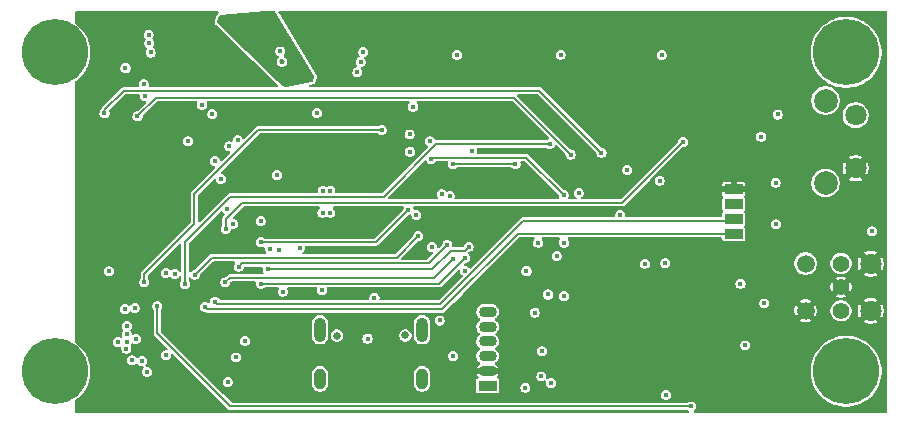
<source format=gbr>
%TF.GenerationSoftware,KiCad,Pcbnew,9.0.0*%
%TF.CreationDate,2025-07-25T12:15:42+02:00*%
%TF.ProjectId,Spruzzatore,53707275-7a7a-4617-946f-72652e6b6963,rev?*%
%TF.SameCoordinates,Original*%
%TF.FileFunction,Copper,L2,Inr*%
%TF.FilePolarity,Positive*%
%FSLAX46Y46*%
G04 Gerber Fmt 4.6, Leading zero omitted, Abs format (unit mm)*
G04 Created by KiCad (PCBNEW 9.0.0) date 2025-07-25 12:15:42*
%MOMM*%
%LPD*%
G01*
G04 APERTURE LIST*
%TA.AperFunction,ComponentPad*%
%ADD10C,5.600000*%
%TD*%
%TA.AperFunction,ComponentPad*%
%ADD11C,1.800000*%
%TD*%
%TA.AperFunction,ComponentPad*%
%ADD12C,2.000000*%
%TD*%
%TA.AperFunction,ComponentPad*%
%ADD13R,1.500000X0.900000*%
%TD*%
%TA.AperFunction,ComponentPad*%
%ADD14C,1.400000*%
%TD*%
%TA.AperFunction,ComponentPad*%
%ADD15C,1.520000*%
%TD*%
%TA.AperFunction,ComponentPad*%
%ADD16C,0.650000*%
%TD*%
%TA.AperFunction,ComponentPad*%
%ADD17O,1.000000X2.100000*%
%TD*%
%TA.AperFunction,ComponentPad*%
%ADD18O,1.000000X1.800000*%
%TD*%
%TA.AperFunction,ComponentPad*%
%ADD19R,1.520000X0.900000*%
%TD*%
%TA.AperFunction,ComponentPad*%
%ADD20O,1.520000X0.900000*%
%TD*%
%TA.AperFunction,ViaPad*%
%ADD21C,0.450000*%
%TD*%
%TA.AperFunction,Conductor*%
%ADD22C,0.200000*%
%TD*%
G04 APERTURE END LIST*
D10*
%TO.N,N/C*%
%TO.C,H4*%
X114680000Y-107510000D03*
%TD*%
D11*
%TO.N,GND*%
%TO.C,SW3*%
X182480000Y-90330000D03*
%TO.N,/LED\u002C Buzzer\u002C Lasers/PB_Switch*%
X182480000Y-85830000D03*
D12*
%TO.N,unconnected-(SW3-Pad3)*%
X179940000Y-84580000D03*
%TO.N,unconnected-(SW3-Pad4)*%
X179940000Y-91580000D03*
%TD*%
D10*
%TO.N,N/C*%
%TO.C,H2*%
X181680000Y-80510000D03*
%TD*%
D13*
%TO.N,GND*%
%TO.C,J5*%
X172160000Y-92100000D03*
%TO.N,3V3*%
X172160000Y-93350000D03*
%TO.N,/MCU/SCL_Display*%
X172160000Y-94600000D03*
%TO.N,/MCU/SCA_Display*%
X172160000Y-95860000D03*
%TD*%
D10*
%TO.N,N/C*%
%TO.C,H1*%
X114680000Y-80510000D03*
%TD*%
%TO.N,N/C*%
%TO.C,H3*%
X181680000Y-107510000D03*
%TD*%
D11*
%TO.N,GND*%
%TO.C,J7*%
X183750000Y-98380000D03*
X183750000Y-102380000D03*
D14*
%TO.N,/LED\u002C Buzzer\u002C Lasers/CLK_Encoder*%
X181250000Y-98380000D03*
%TO.N,/LED\u002C Buzzer\u002C Lasers/DT_Encoder*%
X181250000Y-102380000D03*
%TO.N,GND*%
X181250000Y-100380000D03*
D15*
X178250000Y-102380000D03*
%TO.N,/LED\u002C Buzzer\u002C Lasers/PB_Encoder*%
X178250000Y-98380000D03*
%TD*%
D16*
%TO.N,*%
%TO.C,USB1*%
X138560000Y-104480000D03*
X144360000Y-104470000D03*
D17*
%TO.N,N/C*%
X137140000Y-103980000D03*
D18*
X137140000Y-108130000D03*
D17*
X145780000Y-103980000D03*
D18*
X145780000Y-108130000D03*
%TD*%
D19*
%TO.N,Net-(J2-Pad1)*%
%TO.C,J2*%
X151330000Y-108720000D03*
D20*
%TO.N,GND*%
X151330000Y-107470000D03*
%TO.N,SDA*%
X151330000Y-106210000D03*
%TO.N,SCL*%
X151330000Y-104960000D03*
%TO.N,/MCU/Conf{slash}XSHUT LIDAR*%
X151330000Y-103720000D03*
%TO.N,/MCU/MUX{slash}GPIO1 LIDAR*%
X151330000Y-102470000D03*
%TD*%
D21*
%TO.N,GND*%
X133920000Y-81280000D03*
%TO.N,/Charger/BATT-*%
X135130000Y-82830000D03*
X136320000Y-82660000D03*
X134190000Y-83050000D03*
%TO.N,/MCU/TX0_MCU*%
X122210000Y-83200000D03*
%TO.N,/MCU/RX0_MCU*%
X122290000Y-84200000D03*
%TO.N,3V3*%
X129320000Y-108400000D03*
X120760000Y-104340000D03*
X133500000Y-90890000D03*
X148120000Y-92660000D03*
X148750000Y-80700000D03*
X122480000Y-107530000D03*
X174760000Y-101760000D03*
X137350000Y-94070000D03*
X166070000Y-80710000D03*
X120810000Y-103660000D03*
X155310000Y-102530000D03*
X157520000Y-80700000D03*
X138010000Y-92200000D03*
X157790000Y-96600000D03*
X122060000Y-106640000D03*
X150000000Y-88850000D03*
X175710000Y-91540000D03*
X162570000Y-94260000D03*
X157800000Y-101130000D03*
X155610000Y-96610000D03*
X166420000Y-109490000D03*
X120000000Y-105030000D03*
X130040000Y-106327000D03*
X183870000Y-95650000D03*
X164640000Y-98390000D03*
X121560000Y-104770000D03*
X173140000Y-105310000D03*
X166370000Y-98350000D03*
X138000000Y-94070000D03*
X120770000Y-104990000D03*
X155870000Y-107940000D03*
X175740000Y-95060000D03*
X156440000Y-101000000D03*
X120750000Y-105590000D03*
X121230000Y-106580000D03*
X148420000Y-106195000D03*
X159050000Y-92400000D03*
X137380000Y-92200000D03*
%TO.N,EN*%
X119285000Y-99045000D03*
X130800000Y-104909798D03*
%TO.N,GND*%
X119980000Y-94970000D03*
X126400000Y-81960000D03*
X125060000Y-89630000D03*
X125630000Y-93240000D03*
X124830000Y-95660000D03*
X127890000Y-95810000D03*
X132440000Y-86250000D03*
X123410000Y-110080000D03*
X131750000Y-103210000D03*
X126740000Y-97010000D03*
X120270000Y-90960000D03*
X144660000Y-100880000D03*
X121210000Y-93970000D03*
X122070000Y-98190000D03*
X122380000Y-91190000D03*
X148930000Y-92360000D03*
X155410000Y-85090000D03*
X144000000Y-90410000D03*
X121030000Y-89610000D03*
X131040000Y-85500000D03*
X138260000Y-101100000D03*
X154190000Y-91090000D03*
X136020000Y-90510000D03*
X162838750Y-85941250D03*
X118830000Y-95800000D03*
X128140000Y-99360000D03*
X120860000Y-99200000D03*
X141730000Y-100610000D03*
X125630000Y-94840000D03*
X155390000Y-91120000D03*
X127160000Y-90570000D03*
X136020000Y-89890000D03*
X118880000Y-92030000D03*
X119080000Y-97540000D03*
X161076250Y-85043750D03*
X122610000Y-88390000D03*
X122330000Y-94840000D03*
X149130000Y-93760000D03*
X118180000Y-99740000D03*
X123970000Y-93190000D03*
X127750000Y-92990000D03*
X120870000Y-97630000D03*
X122350000Y-93190000D03*
X121210000Y-92350000D03*
X119950000Y-88240000D03*
X175810000Y-87890000D03*
X136090000Y-94090000D03*
X129400000Y-96760000D03*
X123190000Y-89630000D03*
X132460000Y-85210000D03*
X120070000Y-96450000D03*
X123170000Y-94010000D03*
X127770000Y-81130000D03*
X124760000Y-102250000D03*
X155990000Y-92450000D03*
X121260000Y-95690000D03*
X119960000Y-93140000D03*
X124010000Y-91040000D03*
X123140000Y-95710000D03*
X123980000Y-94850000D03*
X125660000Y-91130000D03*
X136030000Y-91110000D03*
X124820000Y-94030000D03*
X118830000Y-89630000D03*
X122380000Y-96810000D03*
X118820000Y-94030000D03*
X174827500Y-98290000D03*
X124800000Y-92370000D03*
X124690000Y-88300000D03*
X124310000Y-84940000D03*
X134530000Y-102780000D03*
X123150000Y-92370000D03*
%TO.N,BOOT*%
X120600000Y-102240000D03*
X124090000Y-106150000D03*
%TO.N,BATT+*%
X154533000Y-108898000D03*
X120670000Y-81830000D03*
X136890000Y-85630000D03*
%TO.N,/Charger/B_CHG_+*%
X122790000Y-80510000D03*
X140570000Y-81310000D03*
X122620000Y-79000000D03*
X140300000Y-82200000D03*
X122690000Y-79730000D03*
X140810000Y-80480000D03*
%TO.N,/Charger/BATT-*%
X128820000Y-77810000D03*
X133070000Y-77310000D03*
%TO.N,Net-(U5-VCC)*%
X133790000Y-80400000D03*
X127140000Y-84925000D03*
%TO.N,/MCU/D-*%
X133990000Y-100750000D03*
X141160000Y-104730000D03*
%TO.N,/MCU/D+*%
X137308750Y-100648750D03*
X141750000Y-101280000D03*
%TO.N,/MCU/MUX{slash}GPIO1 LIDAR*%
X129250000Y-93760000D03*
%TO.N,/MCU/Conf{slash}XSHUT LIDAR*%
X129770000Y-95010000D03*
%TO.N,/IMU/PS0*%
X146570000Y-89520000D03*
X157770000Y-92590000D03*
%TO.N,/PS1_IMU*%
X146460000Y-88040000D03*
X132870000Y-97110000D03*
%TO.N,Net-(LED1-+)*%
X167875000Y-88075000D03*
X129150000Y-95450000D03*
%TO.N,/STAT_CHARGER*%
X122260000Y-99950000D03*
X142360000Y-87060000D03*
%TO.N,/MCU/BATT+_SENSE*%
X121440000Y-102140000D03*
X156690000Y-108500000D03*
%TO.N,/Humidity\u002C pressure and temperature sensor/SDA*%
X149410000Y-98990000D03*
X154620000Y-99020000D03*
X155930000Y-105820000D03*
%TO.N,/Humidity\u002C pressure and temperature sensor/SCL*%
X157170000Y-97740000D03*
X146620000Y-96970000D03*
%TO.N,Net-(U4-PROG)*%
X145020000Y-85090000D03*
X144720000Y-87450000D03*
%TO.N,/MCU/EXT_5V_SENSE*%
X135410000Y-97070000D03*
X147280000Y-103200000D03*
%TO.N,/BOOTN*%
X147440000Y-92510000D03*
X125970000Y-88040000D03*
%TO.N,/PS0_IMU{slash}WAKE*%
X144770000Y-88900000D03*
X133630000Y-97220000D03*
%TO.N,/H_SDA{slash}H_MISO{slash}TX*%
X132700000Y-98880000D03*
X149730000Y-96950000D03*
%TO.N,/H_SCL{slash}SCK{slash}RX*%
X149450000Y-97880000D03*
X132130000Y-100080000D03*
%TO.N,/LED\u002C Buzzer\u002C Lasers/Buzzer*%
X123360000Y-102000000D03*
X168580000Y-110470000D03*
%TO.N,/LED\u002C Buzzer\u002C Lasers/Ext_LED*%
X156610000Y-88260000D03*
X125710000Y-100150000D03*
%TO.N,/LED\u002C Buzzer\u002C Lasers/LASER1*%
X158370000Y-89150000D03*
X121685000Y-85915000D03*
%TO.N,/LED\u002C Buzzer\u002C Lasers/LASER2*%
X160970000Y-88990000D03*
X118890000Y-85670000D03*
%TO.N,/LED\u002C Buzzer\u002C Lasers/PB_Encoder*%
X128240000Y-89710000D03*
X172740000Y-100090000D03*
%TO.N,/CLKSEL0*%
X144630000Y-93810000D03*
X132120000Y-96570000D03*
%TO.N,/LED\u002C Buzzer\u002C Lasers/PB_Switch*%
X128020000Y-85720000D03*
X175890000Y-85760000D03*
%TO.N,SCL*%
X124070000Y-99170000D03*
%TO.N,SDA*%
X124840000Y-99260000D03*
%TO.N,/H_INTN*%
X145465000Y-96045000D03*
X126540000Y-99330000D03*
%TO.N,/SA0{slash}H_MOSI*%
X130265000Y-98655000D03*
X147920000Y-96770000D03*
%TO.N,/MCU/SCA_Display*%
X127390000Y-102040000D03*
%TO.N,/NRST*%
X145300000Y-94260000D03*
X128750000Y-91210000D03*
%TO.N,/H_CSN*%
X129120000Y-99980000D03*
X148430000Y-97980000D03*
%TO.N,/MCU/SCL_Display*%
X128240000Y-101600000D03*
%TO.N,/IMU/PS1*%
X153690000Y-89940000D03*
X148390000Y-89940000D03*
%TO.N,/MCU/PIEZO*%
X174490000Y-87630000D03*
X132120000Y-94770000D03*
%TO.N,/LED\u002C Buzzer\u002C Lasers/DT_Encoder*%
X130174500Y-87945500D03*
X165905000Y-91355000D03*
%TO.N,/LED\u002C Buzzer\u002C Lasers/CLK_Encoder*%
X163160000Y-90460000D03*
X129465000Y-88445000D03*
%TD*%
D22*
%TO.N,/LED\u002C Buzzer\u002C Lasers/LASER2*%
X120550000Y-83730000D02*
X118890000Y-85390000D01*
X118890000Y-85390000D02*
X118890000Y-85670000D01*
X155710000Y-83730000D02*
X120550000Y-83730000D01*
X160970000Y-88990000D02*
X155710000Y-83730000D01*
%TO.N,/IMU/PS0*%
X157770000Y-92590000D02*
X154590000Y-89410000D01*
X154590000Y-89410000D02*
X146680000Y-89410000D01*
X146680000Y-89410000D02*
X146570000Y-89520000D01*
%TO.N,Net-(LED1-+)*%
X167880000Y-88070000D02*
X167880000Y-88060000D01*
X167875000Y-88075000D02*
X167880000Y-88070000D01*
X129150000Y-95450000D02*
X129150000Y-94630000D01*
X130540000Y-93240000D02*
X162710000Y-93240000D01*
X162710000Y-93240000D02*
X167875000Y-88075000D01*
X129150000Y-94630000D02*
X130540000Y-93240000D01*
%TO.N,/STAT_CHARGER*%
X122260000Y-99270000D02*
X122260000Y-99950000D01*
X126480000Y-92490000D02*
X126480000Y-95050000D01*
X142360000Y-87060000D02*
X131910000Y-87060000D01*
X126480000Y-95050000D02*
X122260000Y-99270000D01*
X131910000Y-87060000D02*
X126480000Y-92490000D01*
%TO.N,/H_SDA{slash}H_MISO{slash}TX*%
X149380000Y-97300000D02*
X148210000Y-97300000D01*
X148210000Y-97300000D02*
X146630000Y-98880000D01*
X149730000Y-96950000D02*
X149380000Y-97300000D01*
X146630000Y-98880000D02*
X132700000Y-98880000D01*
%TO.N,/H_SCL{slash}SCK{slash}RX*%
X149450000Y-97880000D02*
X147250000Y-100080000D01*
X147250000Y-100080000D02*
X132130000Y-100080000D01*
%TO.N,/LED\u002C Buzzer\u002C Lasers/Buzzer*%
X168580000Y-110470000D02*
X129560000Y-110470000D01*
X129560000Y-110470000D02*
X123360000Y-104270000D01*
X123360000Y-104270000D02*
X123360000Y-102000000D01*
%TO.N,/LED\u002C Buzzer\u002C Lasers/Ext_LED*%
X125710000Y-96540000D02*
X125710000Y-100150000D01*
X146970000Y-88260000D02*
X142520000Y-92710000D01*
X129540000Y-92710000D02*
X125710000Y-96540000D01*
X156610000Y-88260000D02*
X146970000Y-88260000D01*
X142520000Y-92710000D02*
X129540000Y-92710000D01*
%TO.N,/LED\u002C Buzzer\u002C Lasers/LASER1*%
X158370000Y-89150000D02*
X153550000Y-84330000D01*
X123270000Y-84330000D02*
X121685000Y-85915000D01*
X153550000Y-84330000D02*
X123270000Y-84330000D01*
%TO.N,/CLKSEL0*%
X132120000Y-96570000D02*
X141870000Y-96570000D01*
X141870000Y-96570000D02*
X144630000Y-93810000D01*
%TO.N,/H_INTN*%
X127980000Y-97890000D02*
X126540000Y-99330000D01*
X143620000Y-97890000D02*
X127980000Y-97890000D01*
X145465000Y-96045000D02*
X143620000Y-97890000D01*
%TO.N,/SA0{slash}H_MOSI*%
X146332000Y-98358000D02*
X130562000Y-98358000D01*
X130562000Y-98358000D02*
X130265000Y-98655000D01*
X147920000Y-96770000D02*
X146332000Y-98358000D01*
%TO.N,/MCU/SCA_Display*%
X172160000Y-95860000D02*
X153870000Y-95860000D01*
X153870000Y-95860000D02*
X147500000Y-102230000D01*
X147500000Y-102230000D02*
X127580000Y-102230000D01*
X127580000Y-102230000D02*
X127390000Y-102040000D01*
%TO.N,/H_CSN*%
X129520000Y-99580000D02*
X129120000Y-99980000D01*
X148430000Y-97980000D02*
X146830000Y-99580000D01*
X146830000Y-99580000D02*
X129520000Y-99580000D01*
%TO.N,/MCU/SCL_Display*%
X128240000Y-101600000D02*
X128420000Y-101780000D01*
X154359000Y-94761000D02*
X171999000Y-94761000D01*
X171999000Y-94761000D02*
X172160000Y-94600000D01*
X128420000Y-101780000D02*
X147340000Y-101780000D01*
X147340000Y-101780000D02*
X154359000Y-94761000D01*
%TO.N,/IMU/PS1*%
X153690000Y-89940000D02*
X148390000Y-89940000D01*
%TD*%
%TA.AperFunction,Conductor*%
%TO.N,GND*%
G36*
X128522734Y-77029407D02*
G01*
X128558698Y-77078907D01*
X128558698Y-77140093D01*
X128530180Y-77183614D01*
X128467102Y-77239476D01*
X128426416Y-77296276D01*
X128399469Y-77348192D01*
X128232131Y-77827383D01*
X128220927Y-77884323D01*
X128220925Y-77884341D01*
X128217281Y-77953563D01*
X128217281Y-77953583D01*
X128217466Y-77978253D01*
X128243790Y-78065839D01*
X128278283Y-78126591D01*
X128278291Y-78126601D01*
X128314107Y-78172829D01*
X128314111Y-78172833D01*
X130586411Y-80371037D01*
X130711122Y-80491681D01*
X131496074Y-81251037D01*
X133572078Y-83259346D01*
X133600755Y-83313395D01*
X133592186Y-83373977D01*
X133549645Y-83417953D01*
X133503244Y-83429500D01*
X122718035Y-83429500D01*
X122659844Y-83410593D01*
X122623880Y-83361093D01*
X122622408Y-83304877D01*
X122623740Y-83299907D01*
X122635500Y-83256018D01*
X122635500Y-83143982D01*
X122606503Y-83035763D01*
X122606501Y-83035760D01*
X122606501Y-83035758D01*
X122550486Y-82938739D01*
X122550485Y-82938737D01*
X122471263Y-82859515D01*
X122471260Y-82859513D01*
X122374240Y-82803498D01*
X122374242Y-82803498D01*
X122332251Y-82792247D01*
X122266018Y-82774500D01*
X122153982Y-82774500D01*
X122087748Y-82792247D01*
X122045758Y-82803498D01*
X121948739Y-82859513D01*
X121869513Y-82938739D01*
X121813498Y-83035758D01*
X121813497Y-83035763D01*
X121784500Y-83143982D01*
X121784500Y-83256018D01*
X121796260Y-83299907D01*
X121797592Y-83304877D01*
X121794389Y-83365979D01*
X121755884Y-83413529D01*
X121701965Y-83429500D01*
X120589562Y-83429500D01*
X120510438Y-83429500D01*
X120463661Y-83442033D01*
X120434007Y-83449979D01*
X120365493Y-83489536D01*
X118705489Y-85149540D01*
X118705488Y-85149539D01*
X118649539Y-85205489D01*
X118609980Y-85274007D01*
X118609979Y-85274009D01*
X118589661Y-85349833D01*
X118564042Y-85394208D01*
X118549515Y-85408736D01*
X118493498Y-85505758D01*
X118480101Y-85555758D01*
X118464500Y-85613982D01*
X118464500Y-85726018D01*
X118482779Y-85794237D01*
X118493498Y-85834241D01*
X118545461Y-85924241D01*
X118549515Y-85931263D01*
X118628737Y-86010485D01*
X118628739Y-86010486D01*
X118725759Y-86066501D01*
X118725757Y-86066501D01*
X118725761Y-86066502D01*
X118725763Y-86066503D01*
X118833982Y-86095500D01*
X118833984Y-86095500D01*
X118946016Y-86095500D01*
X118946018Y-86095500D01*
X119054237Y-86066503D01*
X119054239Y-86066501D01*
X119054241Y-86066501D01*
X119083064Y-86049859D01*
X119151263Y-86010485D01*
X119230485Y-85931263D01*
X119272216Y-85858983D01*
X119286501Y-85834241D01*
X119286501Y-85834239D01*
X119286503Y-85834237D01*
X119315500Y-85726018D01*
X119315500Y-85613982D01*
X119286503Y-85505763D01*
X119286502Y-85505761D01*
X119286248Y-85505148D01*
X119286210Y-85504674D01*
X119284823Y-85499495D01*
X119285783Y-85499237D01*
X119281449Y-85444151D01*
X119307707Y-85397262D01*
X120645475Y-84059496D01*
X120699992Y-84031719D01*
X120715479Y-84030500D01*
X121766552Y-84030500D01*
X121824743Y-84049407D01*
X121860707Y-84098907D01*
X121864253Y-84137493D01*
X121864500Y-84137493D01*
X121864500Y-84140176D01*
X121864706Y-84142418D01*
X121864500Y-84143981D01*
X121864500Y-84143982D01*
X121864500Y-84256018D01*
X121890072Y-84351455D01*
X121893498Y-84364241D01*
X121949513Y-84461260D01*
X121949515Y-84461263D01*
X122028737Y-84540485D01*
X122028739Y-84540486D01*
X122125759Y-84596501D01*
X122125757Y-84596501D01*
X122125761Y-84596502D01*
X122125763Y-84596503D01*
X122233982Y-84625500D01*
X122233984Y-84625500D01*
X122310521Y-84625500D01*
X122368712Y-84644407D01*
X122404676Y-84693907D01*
X122404676Y-84755093D01*
X122380525Y-84794504D01*
X121714525Y-85460504D01*
X121660008Y-85488281D01*
X121644521Y-85489500D01*
X121628982Y-85489500D01*
X121568306Y-85505758D01*
X121520758Y-85518498D01*
X121423739Y-85574513D01*
X121344513Y-85653739D01*
X121288498Y-85750758D01*
X121281730Y-85776018D01*
X121259500Y-85858982D01*
X121259500Y-85971018D01*
X121272962Y-86021260D01*
X121288498Y-86079241D01*
X121344513Y-86176260D01*
X121344515Y-86176263D01*
X121423737Y-86255485D01*
X121423739Y-86255486D01*
X121520759Y-86311501D01*
X121520757Y-86311501D01*
X121520761Y-86311502D01*
X121520763Y-86311503D01*
X121628982Y-86340500D01*
X121628984Y-86340500D01*
X121741016Y-86340500D01*
X121741018Y-86340500D01*
X121849237Y-86311503D01*
X121849239Y-86311501D01*
X121849241Y-86311501D01*
X121878064Y-86294859D01*
X121946263Y-86255485D01*
X122025485Y-86176263D01*
X122069235Y-86100486D01*
X122081501Y-86079241D01*
X122081501Y-86079239D01*
X122081503Y-86079237D01*
X122110500Y-85971018D01*
X122110500Y-85955479D01*
X122129407Y-85897288D01*
X122139496Y-85885475D01*
X122360989Y-85663982D01*
X127594500Y-85663982D01*
X127594500Y-85776018D01*
X127605218Y-85816018D01*
X127623498Y-85884241D01*
X127673292Y-85970485D01*
X127679515Y-85981263D01*
X127758737Y-86060485D01*
X127791079Y-86079157D01*
X127855759Y-86116501D01*
X127855757Y-86116501D01*
X127855761Y-86116502D01*
X127855763Y-86116503D01*
X127963982Y-86145500D01*
X127963984Y-86145500D01*
X128076016Y-86145500D01*
X128076018Y-86145500D01*
X128184237Y-86116503D01*
X128184239Y-86116501D01*
X128184241Y-86116501D01*
X128220615Y-86095500D01*
X128281263Y-86060485D01*
X128360485Y-85981263D01*
X128412447Y-85891263D01*
X128416501Y-85884241D01*
X128416501Y-85884239D01*
X128416503Y-85884237D01*
X128445500Y-85776018D01*
X128445500Y-85663982D01*
X128421385Y-85573982D01*
X136464500Y-85573982D01*
X136464500Y-85686018D01*
X136481847Y-85750758D01*
X136493498Y-85794241D01*
X136545461Y-85884241D01*
X136549515Y-85891263D01*
X136628737Y-85970485D01*
X136628739Y-85970486D01*
X136725759Y-86026501D01*
X136725757Y-86026501D01*
X136725761Y-86026502D01*
X136725763Y-86026503D01*
X136833982Y-86055500D01*
X136833984Y-86055500D01*
X136946016Y-86055500D01*
X136946018Y-86055500D01*
X137054237Y-86026503D01*
X137054239Y-86026501D01*
X137054241Y-86026501D01*
X137083064Y-86009859D01*
X137151263Y-85970485D01*
X137230485Y-85891263D01*
X137286503Y-85794237D01*
X137315500Y-85686018D01*
X137315500Y-85573982D01*
X137286503Y-85465763D01*
X137286501Y-85465760D01*
X137286501Y-85465758D01*
X137236708Y-85379515D01*
X137230485Y-85368737D01*
X137151263Y-85289515D01*
X137151260Y-85289513D01*
X137054240Y-85233498D01*
X137054242Y-85233498D01*
X137012251Y-85222247D01*
X136946018Y-85204500D01*
X136833982Y-85204500D01*
X136767748Y-85222247D01*
X136725758Y-85233498D01*
X136628739Y-85289513D01*
X136549513Y-85368739D01*
X136493498Y-85465758D01*
X136483071Y-85504674D01*
X136464500Y-85573982D01*
X128421385Y-85573982D01*
X128416503Y-85555763D01*
X128416501Y-85555760D01*
X128416501Y-85555758D01*
X128364541Y-85465763D01*
X128360485Y-85458737D01*
X128281263Y-85379515D01*
X128281260Y-85379513D01*
X128184240Y-85323498D01*
X128184242Y-85323498D01*
X128142251Y-85312247D01*
X128076018Y-85294500D01*
X127963982Y-85294500D01*
X127897748Y-85312247D01*
X127855758Y-85323498D01*
X127758739Y-85379513D01*
X127679513Y-85458739D01*
X127623498Y-85555758D01*
X127623497Y-85555763D01*
X127594500Y-85663982D01*
X122360989Y-85663982D01*
X123365475Y-84659496D01*
X123419992Y-84631719D01*
X123435479Y-84630500D01*
X126649382Y-84630500D01*
X126707573Y-84649407D01*
X126743537Y-84698907D01*
X126745009Y-84755123D01*
X126743498Y-84760760D01*
X126743497Y-84760763D01*
X126714500Y-84868982D01*
X126714500Y-84981018D01*
X126717064Y-84990586D01*
X126743498Y-85089241D01*
X126799513Y-85186260D01*
X126799515Y-85186263D01*
X126878737Y-85265485D01*
X126911079Y-85284157D01*
X126975759Y-85321501D01*
X126975757Y-85321501D01*
X126975761Y-85321502D01*
X126975763Y-85321503D01*
X127083982Y-85350500D01*
X127083984Y-85350500D01*
X127196016Y-85350500D01*
X127196018Y-85350500D01*
X127304237Y-85321503D01*
X127304239Y-85321501D01*
X127304241Y-85321501D01*
X127333064Y-85304859D01*
X127401263Y-85265485D01*
X127480485Y-85186263D01*
X127536503Y-85089237D01*
X127565500Y-84981018D01*
X127565500Y-84868982D01*
X127536503Y-84760763D01*
X127536501Y-84760760D01*
X127534991Y-84755123D01*
X127538194Y-84694022D01*
X127576699Y-84646472D01*
X127630618Y-84630500D01*
X144638745Y-84630500D01*
X144696936Y-84649407D01*
X144732900Y-84698907D01*
X144732900Y-84760093D01*
X144708750Y-84799501D01*
X144679515Y-84828737D01*
X144679513Y-84828739D01*
X144623498Y-84925758D01*
X144623497Y-84925763D01*
X144594500Y-85033982D01*
X144594500Y-85146018D01*
X144611429Y-85209199D01*
X144623498Y-85254241D01*
X144679074Y-85350500D01*
X144679515Y-85351263D01*
X144758737Y-85430485D01*
X144758739Y-85430486D01*
X144855759Y-85486501D01*
X144855757Y-85486501D01*
X144855761Y-85486502D01*
X144855763Y-85486503D01*
X144963982Y-85515500D01*
X144963984Y-85515500D01*
X145076016Y-85515500D01*
X145076018Y-85515500D01*
X145184237Y-85486503D01*
X145184239Y-85486501D01*
X145184241Y-85486501D01*
X145220168Y-85465758D01*
X145281263Y-85430485D01*
X145360485Y-85351263D01*
X145399859Y-85283064D01*
X145416501Y-85254241D01*
X145416501Y-85254239D01*
X145416503Y-85254237D01*
X145445500Y-85146018D01*
X145445500Y-85033982D01*
X145416503Y-84925763D01*
X145416501Y-84925760D01*
X145416501Y-84925758D01*
X145360486Y-84828739D01*
X145360485Y-84828737D01*
X145331249Y-84799501D01*
X145303474Y-84744987D01*
X145313045Y-84684555D01*
X145356310Y-84641290D01*
X145401255Y-84630500D01*
X153384521Y-84630500D01*
X153442712Y-84649407D01*
X153454525Y-84659496D01*
X156492314Y-87697285D01*
X156520091Y-87751802D01*
X156510520Y-87812234D01*
X156473435Y-87852066D01*
X156461449Y-87859293D01*
X156445763Y-87863497D01*
X156348737Y-87919515D01*
X156329211Y-87939040D01*
X156318870Y-87945277D01*
X156300259Y-87949605D01*
X156283232Y-87958281D01*
X156267745Y-87959500D01*
X146954905Y-87959500D01*
X146896714Y-87940593D01*
X146860750Y-87891093D01*
X146859284Y-87886143D01*
X146856503Y-87875763D01*
X146800485Y-87778737D01*
X146721263Y-87699515D01*
X146697886Y-87686018D01*
X146624240Y-87643498D01*
X146624242Y-87643498D01*
X146582251Y-87632247D01*
X146516018Y-87614500D01*
X146403982Y-87614500D01*
X146337748Y-87632247D01*
X146295758Y-87643498D01*
X146198739Y-87699513D01*
X146119513Y-87778739D01*
X146063498Y-87875758D01*
X146059344Y-87891263D01*
X146034500Y-87983982D01*
X146034500Y-88096018D01*
X146038176Y-88109737D01*
X146063498Y-88204241D01*
X146107676Y-88280758D01*
X146119515Y-88301263D01*
X146198737Y-88380485D01*
X146213456Y-88388983D01*
X146230158Y-88398626D01*
X146271098Y-88444096D01*
X146277493Y-88504946D01*
X146250661Y-88554366D01*
X142424525Y-92380504D01*
X142370008Y-92408281D01*
X142354521Y-92409500D01*
X138523394Y-92409500D01*
X138465203Y-92390593D01*
X138429239Y-92341093D01*
X138427767Y-92284878D01*
X138430671Y-92274039D01*
X138435500Y-92256018D01*
X138435500Y-92143982D01*
X138406503Y-92035763D01*
X138406501Y-92035760D01*
X138406501Y-92035758D01*
X138350486Y-91938739D01*
X138350485Y-91938737D01*
X138271263Y-91859515D01*
X138254781Y-91849999D01*
X138174240Y-91803498D01*
X138174242Y-91803498D01*
X138132251Y-91792247D01*
X138066018Y-91774500D01*
X137953982Y-91774500D01*
X137887748Y-91792247D01*
X137845758Y-91803498D01*
X137744500Y-91861961D01*
X137684652Y-91874683D01*
X137645500Y-91861961D01*
X137544240Y-91803498D01*
X137544242Y-91803498D01*
X137502251Y-91792247D01*
X137436018Y-91774500D01*
X137323982Y-91774500D01*
X137257748Y-91792247D01*
X137215758Y-91803498D01*
X137118739Y-91859513D01*
X137039513Y-91938739D01*
X136983498Y-92035758D01*
X136978632Y-92053920D01*
X136955906Y-92138737D01*
X136954500Y-92143983D01*
X136954500Y-92256017D01*
X136962233Y-92284878D01*
X136959030Y-92345979D01*
X136920525Y-92393529D01*
X136866606Y-92409500D01*
X129500435Y-92409500D01*
X129424012Y-92429978D01*
X129381173Y-92454710D01*
X129381172Y-92454712D01*
X129378910Y-92456018D01*
X129355489Y-92469540D01*
X126949504Y-94875525D01*
X126894987Y-94903302D01*
X126834555Y-94893731D01*
X126791290Y-94850466D01*
X126780500Y-94805521D01*
X126780500Y-92655478D01*
X126799407Y-92597287D01*
X126809490Y-92585480D01*
X128161926Y-91233043D01*
X128216443Y-91205267D01*
X128276875Y-91214838D01*
X128320140Y-91258103D01*
X128327555Y-91277420D01*
X128333306Y-91298882D01*
X128353498Y-91374241D01*
X128409513Y-91471260D01*
X128409515Y-91471263D01*
X128488737Y-91550485D01*
X128488739Y-91550486D01*
X128585759Y-91606501D01*
X128585757Y-91606501D01*
X128585761Y-91606502D01*
X128585763Y-91606503D01*
X128693982Y-91635500D01*
X128693984Y-91635500D01*
X128806016Y-91635500D01*
X128806018Y-91635500D01*
X128914237Y-91606503D01*
X128914239Y-91606501D01*
X128914241Y-91606501D01*
X128967177Y-91575938D01*
X129011263Y-91550485D01*
X129090485Y-91471263D01*
X129146503Y-91374237D01*
X129175500Y-91266018D01*
X129175500Y-91153982D01*
X129146503Y-91045763D01*
X129146501Y-91045760D01*
X129146501Y-91045758D01*
X129098806Y-90963150D01*
X129090485Y-90948737D01*
X129011263Y-90869515D01*
X128988726Y-90856503D01*
X128949719Y-90833982D01*
X133074500Y-90833982D01*
X133074500Y-90946018D01*
X133077844Y-90958497D01*
X133103498Y-91054241D01*
X133155031Y-91143497D01*
X133159515Y-91151263D01*
X133238737Y-91230485D01*
X133271079Y-91249157D01*
X133335759Y-91286501D01*
X133335757Y-91286501D01*
X133335761Y-91286502D01*
X133335763Y-91286503D01*
X133443982Y-91315500D01*
X133443984Y-91315500D01*
X133556016Y-91315500D01*
X133556018Y-91315500D01*
X133664237Y-91286503D01*
X133664239Y-91286501D01*
X133664241Y-91286501D01*
X133699718Y-91266018D01*
X133761263Y-91230485D01*
X133840485Y-91151263D01*
X133896503Y-91054237D01*
X133925500Y-90946018D01*
X133925500Y-90833982D01*
X133896503Y-90725763D01*
X133896501Y-90725760D01*
X133896501Y-90725758D01*
X133840486Y-90628739D01*
X133840485Y-90628737D01*
X133761263Y-90549515D01*
X133703245Y-90516018D01*
X133664240Y-90493498D01*
X133664242Y-90493498D01*
X133622251Y-90482247D01*
X133556018Y-90464500D01*
X133443982Y-90464500D01*
X133377748Y-90482247D01*
X133335758Y-90493498D01*
X133238739Y-90549513D01*
X133159513Y-90628739D01*
X133103498Y-90725758D01*
X133103497Y-90725763D01*
X133074500Y-90833982D01*
X128949719Y-90833982D01*
X128914240Y-90813498D01*
X128914236Y-90813496D01*
X128817424Y-90787555D01*
X128766110Y-90754231D01*
X128744184Y-90697110D01*
X128760020Y-90638009D01*
X128773039Y-90621930D01*
X130550988Y-88843982D01*
X144344500Y-88843982D01*
X144344500Y-88956018D01*
X144350901Y-88979907D01*
X144373498Y-89064241D01*
X144425461Y-89154241D01*
X144429515Y-89161263D01*
X144508737Y-89240485D01*
X144508739Y-89240486D01*
X144605759Y-89296501D01*
X144605757Y-89296501D01*
X144605761Y-89296502D01*
X144605763Y-89296503D01*
X144713982Y-89325500D01*
X144713984Y-89325500D01*
X144826016Y-89325500D01*
X144826018Y-89325500D01*
X144934237Y-89296503D01*
X144934239Y-89296501D01*
X144934241Y-89296501D01*
X144963064Y-89279859D01*
X145031263Y-89240485D01*
X145110485Y-89161263D01*
X145166503Y-89064237D01*
X145195500Y-88956018D01*
X145195500Y-88843982D01*
X145166503Y-88735763D01*
X145166501Y-88735760D01*
X145166501Y-88735758D01*
X145116708Y-88649515D01*
X145110485Y-88638737D01*
X145031263Y-88559515D01*
X145022345Y-88554366D01*
X144934240Y-88503498D01*
X144934242Y-88503498D01*
X144892251Y-88492247D01*
X144826018Y-88474500D01*
X144713982Y-88474500D01*
X144647748Y-88492247D01*
X144605758Y-88503498D01*
X144508739Y-88559513D01*
X144429513Y-88638739D01*
X144373498Y-88735758D01*
X144373497Y-88735763D01*
X144344500Y-88843982D01*
X130550988Y-88843982D01*
X132005475Y-87389496D01*
X132059992Y-87361719D01*
X132075479Y-87360500D01*
X142017745Y-87360500D01*
X142075936Y-87379407D01*
X142087742Y-87389490D01*
X142098737Y-87400485D01*
X142098739Y-87400486D01*
X142195759Y-87456501D01*
X142195757Y-87456501D01*
X142195761Y-87456502D01*
X142195763Y-87456503D01*
X142303982Y-87485500D01*
X142303984Y-87485500D01*
X142416016Y-87485500D01*
X142416018Y-87485500D01*
X142524237Y-87456503D01*
X142524239Y-87456501D01*
X142524241Y-87456501D01*
X142553064Y-87439859D01*
X142621263Y-87400485D01*
X142627766Y-87393982D01*
X144294500Y-87393982D01*
X144294500Y-87506018D01*
X144312711Y-87573982D01*
X144323498Y-87614241D01*
X144372731Y-87699513D01*
X144379515Y-87711263D01*
X144458737Y-87790485D01*
X144458739Y-87790486D01*
X144555759Y-87846501D01*
X144555757Y-87846501D01*
X144555761Y-87846502D01*
X144555763Y-87846503D01*
X144663982Y-87875500D01*
X144663984Y-87875500D01*
X144776016Y-87875500D01*
X144776018Y-87875500D01*
X144884237Y-87846503D01*
X144884239Y-87846501D01*
X144884241Y-87846501D01*
X144913064Y-87829859D01*
X144981263Y-87790485D01*
X145060485Y-87711263D01*
X145116503Y-87614237D01*
X145145500Y-87506018D01*
X145145500Y-87393982D01*
X145116503Y-87285763D01*
X145116501Y-87285760D01*
X145116501Y-87285758D01*
X145060486Y-87188739D01*
X145060485Y-87188737D01*
X144981263Y-87109515D01*
X144981260Y-87109513D01*
X144884240Y-87053498D01*
X144884242Y-87053498D01*
X144842251Y-87042247D01*
X144776018Y-87024500D01*
X144663982Y-87024500D01*
X144597748Y-87042247D01*
X144555758Y-87053498D01*
X144458739Y-87109513D01*
X144379513Y-87188739D01*
X144323498Y-87285758D01*
X144313986Y-87321260D01*
X144294500Y-87393982D01*
X142627766Y-87393982D01*
X142700485Y-87321263D01*
X142756503Y-87224237D01*
X142785500Y-87116018D01*
X142785500Y-87003982D01*
X142756503Y-86895763D01*
X142756501Y-86895760D01*
X142756501Y-86895758D01*
X142700486Y-86798739D01*
X142700485Y-86798737D01*
X142621263Y-86719515D01*
X142621260Y-86719513D01*
X142524240Y-86663498D01*
X142524242Y-86663498D01*
X142482251Y-86652247D01*
X142416018Y-86634500D01*
X142303982Y-86634500D01*
X142237748Y-86652247D01*
X142195758Y-86663498D01*
X142098739Y-86719513D01*
X142098737Y-86719514D01*
X142098737Y-86719515D01*
X142087746Y-86730505D01*
X142033232Y-86758281D01*
X142017745Y-86759500D01*
X131949562Y-86759500D01*
X131870438Y-86759500D01*
X131826653Y-86771232D01*
X131794007Y-86779979D01*
X131725493Y-86819536D01*
X131725492Y-86819537D01*
X130732229Y-87812799D01*
X130677712Y-87840576D01*
X130617280Y-87831005D01*
X130574015Y-87787740D01*
X130571133Y-87781488D01*
X130523806Y-87699515D01*
X130514985Y-87684237D01*
X130435763Y-87605015D01*
X130435760Y-87605013D01*
X130338740Y-87548998D01*
X130338742Y-87548998D01*
X130296751Y-87537747D01*
X130230518Y-87520000D01*
X130118482Y-87520000D01*
X130052248Y-87537747D01*
X130010258Y-87548998D01*
X129913239Y-87605013D01*
X129834013Y-87684239D01*
X129777998Y-87781258D01*
X129769698Y-87812234D01*
X129749901Y-87886122D01*
X129749000Y-87889483D01*
X129749000Y-87951568D01*
X129730093Y-88009759D01*
X129680593Y-88045723D01*
X129624377Y-88047194D01*
X129521018Y-88019500D01*
X129408982Y-88019500D01*
X129342748Y-88037247D01*
X129300758Y-88048498D01*
X129203739Y-88104513D01*
X129124513Y-88183739D01*
X129068498Y-88280758D01*
X129053627Y-88336260D01*
X129041777Y-88380486D01*
X129039500Y-88388983D01*
X129039500Y-88501015D01*
X129039499Y-88501015D01*
X129068498Y-88609241D01*
X129112527Y-88685500D01*
X129124515Y-88706263D01*
X129203737Y-88785485D01*
X129203739Y-88785486D01*
X129300759Y-88841501D01*
X129300757Y-88841501D01*
X129300761Y-88841502D01*
X129300763Y-88841503D01*
X129408982Y-88870500D01*
X129408984Y-88870500D01*
X129435521Y-88870500D01*
X129493712Y-88889407D01*
X129529676Y-88938907D01*
X129529676Y-89000093D01*
X129505524Y-89039504D01*
X128833691Y-89711335D01*
X128779175Y-89739112D01*
X128718743Y-89729541D01*
X128675478Y-89686276D01*
X128667381Y-89660195D01*
X128667179Y-89660250D01*
X128665794Y-89655084D01*
X128665534Y-89654244D01*
X128665500Y-89653989D01*
X128665500Y-89653982D01*
X128636503Y-89545763D01*
X128636501Y-89545760D01*
X128636501Y-89545758D01*
X128580486Y-89448739D01*
X128580485Y-89448737D01*
X128501263Y-89369515D01*
X128501260Y-89369513D01*
X128404240Y-89313498D01*
X128404242Y-89313498D01*
X128362251Y-89302247D01*
X128296018Y-89284500D01*
X128183982Y-89284500D01*
X128117748Y-89302247D01*
X128075758Y-89313498D01*
X127978739Y-89369513D01*
X127899513Y-89448739D01*
X127843498Y-89545758D01*
X127835529Y-89575500D01*
X127814500Y-89653982D01*
X127814500Y-89766018D01*
X127818585Y-89781262D01*
X127843498Y-89874241D01*
X127890336Y-89955365D01*
X127899515Y-89971263D01*
X127978737Y-90050485D01*
X128001276Y-90063498D01*
X128075759Y-90106501D01*
X128075757Y-90106501D01*
X128075761Y-90106502D01*
X128075763Y-90106503D01*
X128183982Y-90135500D01*
X128183989Y-90135500D01*
X128184244Y-90135534D01*
X128184414Y-90135615D01*
X128190250Y-90137179D01*
X128189960Y-90138259D01*
X128239472Y-90161870D01*
X128268672Y-90215638D01*
X128260691Y-90276301D01*
X128241335Y-90303692D01*
X126295489Y-92249540D01*
X126295488Y-92249539D01*
X126239539Y-92305489D01*
X126199980Y-92374007D01*
X126199978Y-92374011D01*
X126179500Y-92450435D01*
X126179500Y-94884521D01*
X126160593Y-94942712D01*
X126150504Y-94954525D01*
X122075489Y-99029540D01*
X122075488Y-99029539D01*
X122019539Y-99085489D01*
X121979980Y-99154007D01*
X121979978Y-99154011D01*
X121959500Y-99230435D01*
X121959500Y-99607744D01*
X121940593Y-99665935D01*
X121930506Y-99677745D01*
X121919514Y-99688736D01*
X121863498Y-99785758D01*
X121853458Y-99823228D01*
X121834500Y-99893982D01*
X121834500Y-100006018D01*
X121848943Y-100059921D01*
X121863498Y-100114241D01*
X121919513Y-100211260D01*
X121919515Y-100211263D01*
X121998737Y-100290485D01*
X121998739Y-100290486D01*
X122095759Y-100346501D01*
X122095757Y-100346501D01*
X122095761Y-100346502D01*
X122095763Y-100346503D01*
X122203982Y-100375500D01*
X122203984Y-100375500D01*
X122316016Y-100375500D01*
X122316018Y-100375500D01*
X122424237Y-100346503D01*
X122424239Y-100346501D01*
X122424241Y-100346501D01*
X122457430Y-100327339D01*
X122521263Y-100290485D01*
X122600485Y-100211263D01*
X122656503Y-100114237D01*
X122685500Y-100006018D01*
X122685500Y-99893982D01*
X122656503Y-99785763D01*
X122656501Y-99785760D01*
X122656501Y-99785758D01*
X122600485Y-99688736D01*
X122589494Y-99677745D01*
X122585868Y-99670629D01*
X122579407Y-99665935D01*
X122572242Y-99643885D01*
X122561718Y-99623228D01*
X122560500Y-99607744D01*
X122560500Y-99435479D01*
X122579407Y-99377288D01*
X122589496Y-99365475D01*
X125240496Y-96714475D01*
X125295013Y-96686698D01*
X125355445Y-96696269D01*
X125398710Y-96739534D01*
X125409500Y-96784479D01*
X125409500Y-99025929D01*
X125390593Y-99084120D01*
X125341093Y-99120084D01*
X125279907Y-99120084D01*
X125230407Y-99084120D01*
X125224764Y-99075430D01*
X125207783Y-99046018D01*
X125180485Y-98998737D01*
X125101263Y-98919515D01*
X125101260Y-98919513D01*
X125004240Y-98863498D01*
X125004242Y-98863498D01*
X124962251Y-98852247D01*
X124896018Y-98834500D01*
X124783982Y-98834500D01*
X124717748Y-98852247D01*
X124675758Y-98863498D01*
X124578736Y-98919514D01*
X124567242Y-98931009D01*
X124512725Y-98958785D01*
X124452293Y-98949211D01*
X124414783Y-98913615D01*
X124414434Y-98913883D01*
X124412742Y-98911678D01*
X124411506Y-98910505D01*
X124410486Y-98908739D01*
X124410485Y-98908737D01*
X124331263Y-98829515D01*
X124331260Y-98829513D01*
X124234240Y-98773498D01*
X124234242Y-98773498D01*
X124179159Y-98758739D01*
X124126018Y-98744500D01*
X124013982Y-98744500D01*
X123960841Y-98758739D01*
X123905758Y-98773498D01*
X123808739Y-98829513D01*
X123729513Y-98908739D01*
X123673498Y-99005758D01*
X123667901Y-99026648D01*
X123644500Y-99113982D01*
X123644500Y-99226018D01*
X123667616Y-99312288D01*
X123673498Y-99334241D01*
X123729513Y-99431260D01*
X123729515Y-99431263D01*
X123808737Y-99510485D01*
X123822297Y-99518314D01*
X123905759Y-99566501D01*
X123905757Y-99566501D01*
X123905761Y-99566502D01*
X123905763Y-99566503D01*
X124013982Y-99595500D01*
X124013984Y-99595500D01*
X124126016Y-99595500D01*
X124126018Y-99595500D01*
X124234237Y-99566503D01*
X124234239Y-99566501D01*
X124234241Y-99566501D01*
X124257138Y-99553281D01*
X124331263Y-99510485D01*
X124342754Y-99498993D01*
X124397268Y-99471215D01*
X124457700Y-99480785D01*
X124495217Y-99516384D01*
X124495566Y-99516117D01*
X124497252Y-99518314D01*
X124498491Y-99519490D01*
X124499515Y-99521263D01*
X124578737Y-99600485D01*
X124578739Y-99600486D01*
X124675759Y-99656501D01*
X124675757Y-99656501D01*
X124675761Y-99656502D01*
X124675763Y-99656503D01*
X124783982Y-99685500D01*
X124783984Y-99685500D01*
X124896016Y-99685500D01*
X124896018Y-99685500D01*
X125004237Y-99656503D01*
X125004239Y-99656501D01*
X125004241Y-99656501D01*
X125044337Y-99633351D01*
X125101263Y-99600485D01*
X125180485Y-99521263D01*
X125224764Y-99444570D01*
X125270233Y-99403629D01*
X125331083Y-99397233D01*
X125384071Y-99427826D01*
X125408958Y-99483722D01*
X125409500Y-99494070D01*
X125409500Y-99807744D01*
X125390593Y-99865935D01*
X125380506Y-99877745D01*
X125369514Y-99888736D01*
X125313498Y-99985758D01*
X125307737Y-100007260D01*
X125284500Y-100093982D01*
X125284500Y-100206018D01*
X125289749Y-100225606D01*
X125313498Y-100314241D01*
X125368495Y-100409496D01*
X125369515Y-100411263D01*
X125448737Y-100490485D01*
X125448739Y-100490486D01*
X125545759Y-100546501D01*
X125545757Y-100546501D01*
X125545761Y-100546502D01*
X125545763Y-100546503D01*
X125653982Y-100575500D01*
X125653984Y-100575500D01*
X125766016Y-100575500D01*
X125766018Y-100575500D01*
X125874237Y-100546503D01*
X125874239Y-100546501D01*
X125874241Y-100546501D01*
X125904551Y-100529001D01*
X125971263Y-100490485D01*
X126050485Y-100411263D01*
X126106503Y-100314237D01*
X126135500Y-100206018D01*
X126135500Y-100093982D01*
X126106503Y-99985763D01*
X126106501Y-99985760D01*
X126106501Y-99985758D01*
X126050485Y-99888736D01*
X126039494Y-99877745D01*
X126035868Y-99870629D01*
X126029407Y-99865935D01*
X126022242Y-99843885D01*
X126011718Y-99823228D01*
X126010500Y-99807744D01*
X126010500Y-99633351D01*
X126029407Y-99575160D01*
X126078907Y-99539196D01*
X126140093Y-99539196D01*
X126189593Y-99575160D01*
X126195227Y-99583836D01*
X126199515Y-99591263D01*
X126278737Y-99670485D01*
X126291312Y-99677745D01*
X126375759Y-99726501D01*
X126375757Y-99726501D01*
X126375761Y-99726502D01*
X126375763Y-99726503D01*
X126483982Y-99755500D01*
X126483984Y-99755500D01*
X126596016Y-99755500D01*
X126596018Y-99755500D01*
X126704237Y-99726503D01*
X126704239Y-99726501D01*
X126704241Y-99726501D01*
X126761405Y-99693497D01*
X126801263Y-99670485D01*
X126880485Y-99591263D01*
X126923871Y-99516117D01*
X126936501Y-99494241D01*
X126936501Y-99494239D01*
X126936503Y-99494237D01*
X126965500Y-99386018D01*
X126965500Y-99370479D01*
X126984407Y-99312288D01*
X126994496Y-99300475D01*
X128075475Y-98219496D01*
X128129992Y-98191719D01*
X128145479Y-98190500D01*
X129888745Y-98190500D01*
X129946936Y-98209407D01*
X129982900Y-98258907D01*
X129982900Y-98320093D01*
X129958750Y-98359501D01*
X129938253Y-98379999D01*
X129924513Y-98393739D01*
X129868498Y-98490758D01*
X129868497Y-98490763D01*
X129839500Y-98598982D01*
X129839500Y-98711018D01*
X129859726Y-98786503D01*
X129868498Y-98819241D01*
X129921868Y-98911678D01*
X129924515Y-98916263D01*
X130003737Y-98995485D01*
X130021530Y-99005758D01*
X130100759Y-99051501D01*
X130100757Y-99051501D01*
X130100761Y-99051502D01*
X130100763Y-99051503D01*
X130208982Y-99080500D01*
X130208984Y-99080500D01*
X130321016Y-99080500D01*
X130321018Y-99080500D01*
X130429237Y-99051503D01*
X130429239Y-99051501D01*
X130429241Y-99051501D01*
X130473532Y-99025929D01*
X130526263Y-98995485D01*
X130605485Y-98916263D01*
X130657735Y-98825763D01*
X130661501Y-98819241D01*
X130661501Y-98819240D01*
X130661503Y-98819237D01*
X130684911Y-98731874D01*
X130718234Y-98680563D01*
X130775355Y-98658636D01*
X130780537Y-98658500D01*
X132189822Y-98658500D01*
X132248013Y-98677407D01*
X132283977Y-98726907D01*
X132285447Y-98783123D01*
X132283223Y-98791426D01*
X132274500Y-98823979D01*
X132274500Y-98823982D01*
X132274500Y-98936018D01*
X132291306Y-98998738D01*
X132303498Y-99044241D01*
X132353589Y-99131000D01*
X132366311Y-99190848D01*
X132341424Y-99246744D01*
X132288436Y-99277337D01*
X132267853Y-99279500D01*
X129480435Y-99279500D01*
X129404012Y-99299978D01*
X129359861Y-99325469D01*
X129359860Y-99325468D01*
X129335488Y-99339540D01*
X129149524Y-99525504D01*
X129095008Y-99553281D01*
X129079521Y-99554500D01*
X129063982Y-99554500D01*
X128997748Y-99572247D01*
X128955758Y-99583498D01*
X128858739Y-99639513D01*
X128779513Y-99718739D01*
X128723498Y-99815758D01*
X128708796Y-99870629D01*
X128694500Y-99923982D01*
X128694500Y-100036018D01*
X128710032Y-100093983D01*
X128723498Y-100144241D01*
X128762194Y-100211263D01*
X128779515Y-100241263D01*
X128858737Y-100320485D01*
X128891079Y-100339157D01*
X128955759Y-100376501D01*
X128955757Y-100376501D01*
X128955761Y-100376502D01*
X128955763Y-100376503D01*
X129063982Y-100405500D01*
X129063984Y-100405500D01*
X129176016Y-100405500D01*
X129176018Y-100405500D01*
X129284237Y-100376503D01*
X129284239Y-100376501D01*
X129284241Y-100376501D01*
X129327959Y-100351260D01*
X129381263Y-100320485D01*
X129460485Y-100241263D01*
X129516503Y-100144237D01*
X129545500Y-100036018D01*
X129545500Y-100020479D01*
X129547968Y-100012881D01*
X129546719Y-100004992D01*
X129557243Y-99984336D01*
X129564407Y-99962288D01*
X129574496Y-99950475D01*
X129615475Y-99909496D01*
X129669992Y-99881719D01*
X129685479Y-99880500D01*
X131613927Y-99880500D01*
X131672118Y-99899407D01*
X131708082Y-99948907D01*
X131709553Y-100005124D01*
X131704500Y-100023979D01*
X131704500Y-100023982D01*
X131704500Y-100136018D01*
X131723256Y-100206016D01*
X131733498Y-100244241D01*
X131777519Y-100320486D01*
X131789515Y-100341263D01*
X131868737Y-100420485D01*
X131901079Y-100439157D01*
X131965759Y-100476501D01*
X131965757Y-100476501D01*
X131965761Y-100476502D01*
X131965763Y-100476503D01*
X132073982Y-100505500D01*
X132073984Y-100505500D01*
X132186016Y-100505500D01*
X132186018Y-100505500D01*
X132294237Y-100476503D01*
X132294239Y-100476501D01*
X132294241Y-100476501D01*
X132323064Y-100459859D01*
X132391263Y-100420485D01*
X132402253Y-100409494D01*
X132456768Y-100381719D01*
X132472255Y-100380500D01*
X133540533Y-100380500D01*
X133598724Y-100399407D01*
X133634688Y-100448907D01*
X133634688Y-100510093D01*
X133626269Y-100529001D01*
X133593498Y-100585760D01*
X133593497Y-100585762D01*
X133593497Y-100585763D01*
X133564500Y-100693982D01*
X133564500Y-100806018D01*
X133581306Y-100868739D01*
X133593498Y-100914241D01*
X133649513Y-101011260D01*
X133649515Y-101011263D01*
X133728737Y-101090485D01*
X133728739Y-101090486D01*
X133825759Y-101146501D01*
X133825757Y-101146501D01*
X133825761Y-101146502D01*
X133825763Y-101146503D01*
X133933982Y-101175500D01*
X133933984Y-101175500D01*
X134046016Y-101175500D01*
X134046018Y-101175500D01*
X134154237Y-101146503D01*
X134154239Y-101146501D01*
X134154241Y-101146501D01*
X134207480Y-101115763D01*
X134251263Y-101090485D01*
X134330485Y-101011263D01*
X134386503Y-100914237D01*
X134415500Y-100806018D01*
X134415500Y-100693982D01*
X134386503Y-100585763D01*
X134353730Y-100528999D01*
X134341009Y-100469153D01*
X134365895Y-100413257D01*
X134418883Y-100382664D01*
X134439467Y-100380500D01*
X136811098Y-100380500D01*
X136869289Y-100399407D01*
X136905253Y-100448907D01*
X136906724Y-100505121D01*
X136883250Y-100592732D01*
X136883250Y-100704768D01*
X136896104Y-100752740D01*
X136912248Y-100812991D01*
X136968263Y-100910010D01*
X136968265Y-100910013D01*
X137047487Y-100989235D01*
X137047489Y-100989236D01*
X137144509Y-101045251D01*
X137144507Y-101045251D01*
X137144511Y-101045252D01*
X137144513Y-101045253D01*
X137252732Y-101074250D01*
X137252734Y-101074250D01*
X137364766Y-101074250D01*
X137364768Y-101074250D01*
X137472987Y-101045253D01*
X137472989Y-101045251D01*
X137472991Y-101045251D01*
X137501814Y-101028609D01*
X137570013Y-100989235D01*
X137649235Y-100910013D01*
X137705253Y-100812987D01*
X137734250Y-100704768D01*
X137734250Y-100592732D01*
X137710775Y-100505121D01*
X137713978Y-100444021D01*
X137752483Y-100396471D01*
X137806402Y-100380500D01*
X147289563Y-100380500D01*
X147289563Y-100380499D01*
X147365989Y-100360021D01*
X147434511Y-100320460D01*
X147490460Y-100264511D01*
X148815496Y-98939475D01*
X148870013Y-98911698D01*
X148930445Y-98921269D01*
X148973710Y-98964534D01*
X148984500Y-99009479D01*
X148984500Y-99046018D01*
X149007271Y-99131000D01*
X149013498Y-99154241D01*
X149066415Y-99245894D01*
X149069515Y-99251263D01*
X149148737Y-99330485D01*
X149173818Y-99344965D01*
X149214758Y-99390433D01*
X149221155Y-99451283D01*
X149194322Y-99500705D01*
X147244525Y-101450504D01*
X147190008Y-101478281D01*
X147174521Y-101479500D01*
X142266073Y-101479500D01*
X142207882Y-101460593D01*
X142171918Y-101411093D01*
X142170447Y-101354876D01*
X142175500Y-101336018D01*
X142175500Y-101223982D01*
X142146503Y-101115763D01*
X142146501Y-101115760D01*
X142146501Y-101115758D01*
X142090486Y-101018739D01*
X142090485Y-101018737D01*
X142011263Y-100939515D01*
X142011260Y-100939513D01*
X141914240Y-100883498D01*
X141914242Y-100883498D01*
X141859159Y-100868739D01*
X141806018Y-100854500D01*
X141693982Y-100854500D01*
X141640841Y-100868739D01*
X141585758Y-100883498D01*
X141488739Y-100939513D01*
X141409513Y-101018739D01*
X141353498Y-101115758D01*
X141324500Y-101223983D01*
X141324500Y-101336020D01*
X141329553Y-101354876D01*
X141326352Y-101415978D01*
X141287847Y-101463528D01*
X141233927Y-101479500D01*
X128718912Y-101479500D01*
X128660721Y-101460593D01*
X128633176Y-101430000D01*
X128580486Y-101338739D01*
X128580485Y-101338737D01*
X128501263Y-101259515D01*
X128501260Y-101259513D01*
X128404240Y-101203498D01*
X128404242Y-101203498D01*
X128362251Y-101192247D01*
X128296018Y-101174500D01*
X128183982Y-101174500D01*
X128117748Y-101192247D01*
X128075758Y-101203498D01*
X127978739Y-101259513D01*
X127899513Y-101338739D01*
X127843498Y-101435758D01*
X127842577Y-101439196D01*
X127819184Y-101526503D01*
X127814500Y-101543983D01*
X127814500Y-101624019D01*
X127795593Y-101682210D01*
X127746093Y-101718174D01*
X127684907Y-101718174D01*
X127655235Y-101702563D01*
X127651260Y-101699513D01*
X127554240Y-101643498D01*
X127554242Y-101643498D01*
X127512251Y-101632247D01*
X127446018Y-101614500D01*
X127333982Y-101614500D01*
X127267748Y-101632247D01*
X127225758Y-101643498D01*
X127128739Y-101699513D01*
X127049513Y-101778739D01*
X126993498Y-101875758D01*
X126980507Y-101924241D01*
X126964500Y-101983982D01*
X126964500Y-102096018D01*
X126989552Y-102189513D01*
X126993498Y-102204241D01*
X127049368Y-102301009D01*
X127049515Y-102301263D01*
X127128737Y-102380485D01*
X127128739Y-102380486D01*
X127225759Y-102436501D01*
X127225757Y-102436501D01*
X127225761Y-102436502D01*
X127225763Y-102436503D01*
X127333982Y-102465500D01*
X127360371Y-102465500D01*
X127409871Y-102478763D01*
X127464012Y-102510022D01*
X127540438Y-102530500D01*
X127540440Y-102530500D01*
X147539563Y-102530500D01*
X147539563Y-102530499D01*
X147615989Y-102510021D01*
X147684511Y-102470460D01*
X147740460Y-102414511D01*
X147749041Y-102405930D01*
X150369500Y-102405930D01*
X150369500Y-102534069D01*
X150394499Y-102659742D01*
X150394500Y-102659747D01*
X150443534Y-102778125D01*
X150443538Y-102778133D01*
X150481353Y-102834726D01*
X150514724Y-102884669D01*
X150514727Y-102884672D01*
X150605331Y-102975276D01*
X150661317Y-103012685D01*
X150699196Y-103060735D01*
X150701598Y-103121874D01*
X150667604Y-103172747D01*
X150661317Y-103177315D01*
X150605331Y-103214723D01*
X150514727Y-103305327D01*
X150514724Y-103305331D01*
X150443538Y-103411866D01*
X150443534Y-103411874D01*
X150394500Y-103530252D01*
X150394499Y-103530257D01*
X150369500Y-103655930D01*
X150369500Y-103784069D01*
X150394499Y-103909742D01*
X150394500Y-103909747D01*
X150443534Y-104028125D01*
X150443538Y-104028133D01*
X150464494Y-104059495D01*
X150514724Y-104134669D01*
X150514727Y-104134672D01*
X150605331Y-104225276D01*
X150653834Y-104257685D01*
X150691713Y-104305735D01*
X150694115Y-104366874D01*
X150660121Y-104417747D01*
X150653834Y-104422315D01*
X150605331Y-104454723D01*
X150514727Y-104545327D01*
X150514724Y-104545331D01*
X150443538Y-104651866D01*
X150443534Y-104651874D01*
X150394500Y-104770252D01*
X150394499Y-104770255D01*
X150394499Y-104770256D01*
X150388052Y-104802665D01*
X150370580Y-104890504D01*
X150369500Y-104895931D01*
X150369500Y-105024069D01*
X150385128Y-105102636D01*
X150394499Y-105149742D01*
X150394500Y-105149747D01*
X150443534Y-105268125D01*
X150443538Y-105268133D01*
X150469042Y-105306301D01*
X150514724Y-105374669D01*
X150514727Y-105374672D01*
X150605331Y-105465276D01*
X150661317Y-105502685D01*
X150699196Y-105550735D01*
X150701598Y-105611874D01*
X150667604Y-105662747D01*
X150661317Y-105667315D01*
X150605331Y-105704723D01*
X150514727Y-105795327D01*
X150514724Y-105795331D01*
X150443538Y-105901866D01*
X150443534Y-105901874D01*
X150394500Y-106020252D01*
X150394499Y-106020255D01*
X150394499Y-106020256D01*
X150387326Y-106056316D01*
X150380730Y-106089478D01*
X150369500Y-106145931D01*
X150369500Y-106274069D01*
X150390320Y-106378737D01*
X150394499Y-106399742D01*
X150394500Y-106399747D01*
X150443534Y-106518125D01*
X150443538Y-106518133D01*
X150462495Y-106546503D01*
X150514724Y-106624669D01*
X150514727Y-106624672D01*
X150605331Y-106715276D01*
X150669249Y-106757985D01*
X150707128Y-106806035D01*
X150709530Y-106867173D01*
X150675537Y-106918047D01*
X150669249Y-106922615D01*
X150605653Y-106965108D01*
X150515109Y-107055652D01*
X150443976Y-107162112D01*
X150419999Y-107219999D01*
X150419999Y-107220000D01*
X151085009Y-107220000D01*
X151049921Y-107255088D01*
X151003841Y-107334901D01*
X150979988Y-107423920D01*
X150979988Y-107516080D01*
X151003841Y-107605099D01*
X151049921Y-107684912D01*
X151085009Y-107720000D01*
X150419999Y-107720000D01*
X150443976Y-107777887D01*
X150515109Y-107884347D01*
X150544406Y-107913644D01*
X150572183Y-107968161D01*
X150562612Y-108028593D01*
X150519347Y-108071858D01*
X150493720Y-108080745D01*
X150491771Y-108081132D01*
X150491766Y-108081134D01*
X150425451Y-108125445D01*
X150425445Y-108125451D01*
X150381134Y-108191766D01*
X150381132Y-108191772D01*
X150369501Y-108250241D01*
X150369500Y-108250253D01*
X150369500Y-109189746D01*
X150369501Y-109189758D01*
X150381132Y-109248227D01*
X150381133Y-109248231D01*
X150425448Y-109314552D01*
X150491769Y-109358867D01*
X150536231Y-109367711D01*
X150550241Y-109370498D01*
X150550246Y-109370498D01*
X150550252Y-109370500D01*
X150550253Y-109370500D01*
X152109747Y-109370500D01*
X152109748Y-109370500D01*
X152168231Y-109358867D01*
X152234552Y-109314552D01*
X152278867Y-109248231D01*
X152290500Y-109189748D01*
X152290500Y-108841982D01*
X154107500Y-108841982D01*
X154107500Y-108954018D01*
X154133072Y-109049455D01*
X154136498Y-109062241D01*
X154192513Y-109159260D01*
X154192515Y-109159263D01*
X154271737Y-109238485D01*
X154304079Y-109257157D01*
X154368759Y-109294501D01*
X154368757Y-109294501D01*
X154368761Y-109294502D01*
X154368763Y-109294503D01*
X154476982Y-109323500D01*
X154476984Y-109323500D01*
X154589016Y-109323500D01*
X154589018Y-109323500D01*
X154697237Y-109294503D01*
X154697239Y-109294501D01*
X154697241Y-109294501D01*
X154726064Y-109277859D01*
X154794263Y-109238485D01*
X154873485Y-109159263D01*
X154922646Y-109074114D01*
X154929501Y-109062241D01*
X154929501Y-109062239D01*
X154929503Y-109062237D01*
X154958500Y-108954018D01*
X154958500Y-108841982D01*
X154929503Y-108733763D01*
X154929501Y-108733760D01*
X154929501Y-108733758D01*
X154873486Y-108636739D01*
X154873485Y-108636737D01*
X154794263Y-108557515D01*
X154794260Y-108557513D01*
X154697240Y-108501498D01*
X154697242Y-108501498D01*
X154655251Y-108490247D01*
X154589018Y-108472500D01*
X154476982Y-108472500D01*
X154410748Y-108490247D01*
X154368758Y-108501498D01*
X154271739Y-108557513D01*
X154192513Y-108636739D01*
X154136498Y-108733758D01*
X154129129Y-108761260D01*
X154107500Y-108841982D01*
X152290500Y-108841982D01*
X152290500Y-108250252D01*
X152278867Y-108191769D01*
X152234552Y-108125448D01*
X152202814Y-108104241D01*
X152168233Y-108081134D01*
X152168228Y-108081132D01*
X152166280Y-108080745D01*
X152163404Y-108079134D01*
X152159224Y-108077403D01*
X152159413Y-108076945D01*
X152151736Y-108076677D01*
X152133305Y-108062277D01*
X152112897Y-108050847D01*
X152109643Y-108043790D01*
X152103522Y-108039007D01*
X152097075Y-108016524D01*
X152087283Y-107995282D01*
X152088798Y-107987661D01*
X152086657Y-107980192D01*
X152093344Y-107964812D01*
X152099221Y-107935272D01*
X152107585Y-107922697D01*
X152137833Y-107883982D01*
X155444500Y-107883982D01*
X155444500Y-107996018D01*
X155461513Y-108059513D01*
X155473498Y-108104241D01*
X155524035Y-108191772D01*
X155529515Y-108201263D01*
X155608737Y-108280485D01*
X155641079Y-108299157D01*
X155705759Y-108336501D01*
X155705757Y-108336501D01*
X155705761Y-108336502D01*
X155705763Y-108336503D01*
X155813982Y-108365500D01*
X155813984Y-108365500D01*
X155926016Y-108365500D01*
X155926018Y-108365500D01*
X156034237Y-108336503D01*
X156131263Y-108280485D01*
X156131264Y-108280483D01*
X156133723Y-108279064D01*
X156193572Y-108266342D01*
X156249467Y-108291228D01*
X156280060Y-108344216D01*
X156278851Y-108390422D01*
X156264500Y-108443982D01*
X156264500Y-108556018D01*
X156286129Y-108636739D01*
X156293498Y-108664241D01*
X156337519Y-108740486D01*
X156349515Y-108761263D01*
X156428737Y-108840485D01*
X156428739Y-108840486D01*
X156525759Y-108896501D01*
X156525757Y-108896501D01*
X156525761Y-108896502D01*
X156525763Y-108896503D01*
X156633982Y-108925500D01*
X156633984Y-108925500D01*
X156746016Y-108925500D01*
X156746018Y-108925500D01*
X156854237Y-108896503D01*
X156854239Y-108896501D01*
X156854241Y-108896501D01*
X156883064Y-108879859D01*
X156951263Y-108840485D01*
X157030485Y-108761263D01*
X157086503Y-108664237D01*
X157115500Y-108556018D01*
X157115500Y-108443982D01*
X157086503Y-108335763D01*
X157086501Y-108335760D01*
X157086501Y-108335758D01*
X157030486Y-108238739D01*
X157030485Y-108238737D01*
X156951263Y-108159515D01*
X156951260Y-108159513D01*
X156854240Y-108103498D01*
X156854242Y-108103498D01*
X156812251Y-108092247D01*
X156746018Y-108074500D01*
X156633982Y-108074500D01*
X156579872Y-108088998D01*
X156525761Y-108103497D01*
X156426275Y-108160936D01*
X156366426Y-108173657D01*
X156310531Y-108148770D01*
X156279938Y-108095782D01*
X156281148Y-108049577D01*
X156295500Y-107996018D01*
X156295500Y-107883982D01*
X156266503Y-107775763D01*
X156266501Y-107775760D01*
X156266501Y-107775758D01*
X156210486Y-107678739D01*
X156210485Y-107678737D01*
X156131263Y-107599515D01*
X156107886Y-107586018D01*
X156034240Y-107543498D01*
X156034242Y-107543498D01*
X155992251Y-107532247D01*
X155926018Y-107514500D01*
X155813982Y-107514500D01*
X155747748Y-107532247D01*
X155705758Y-107543498D01*
X155608739Y-107599513D01*
X155529513Y-107678739D01*
X155473498Y-107775758D01*
X155469344Y-107791263D01*
X155444500Y-107883982D01*
X152137833Y-107883982D01*
X152188256Y-107819444D01*
X152216023Y-107777887D01*
X152240001Y-107720000D01*
X151574991Y-107720000D01*
X151610079Y-107684912D01*
X151656159Y-107605099D01*
X151680012Y-107516080D01*
X151680012Y-107423920D01*
X151657926Y-107341494D01*
X178679500Y-107341494D01*
X178679500Y-107678505D01*
X178717232Y-108013392D01*
X178792224Y-108341957D01*
X178903530Y-108660049D01*
X178903531Y-108660051D01*
X179049746Y-108963671D01*
X179049752Y-108963683D01*
X179049754Y-108963686D01*
X179222422Y-109238485D01*
X179229056Y-109249042D01*
X179229058Y-109249045D01*
X179439165Y-109512512D01*
X179439171Y-109512518D01*
X179439175Y-109512523D01*
X179677477Y-109750825D01*
X179677481Y-109750828D01*
X179677487Y-109750834D01*
X179940954Y-109960941D01*
X179940958Y-109960943D01*
X179940961Y-109960946D01*
X180120086Y-110073498D01*
X180226316Y-110140247D01*
X180226328Y-110140253D01*
X180327205Y-110188832D01*
X180529949Y-110286469D01*
X180678440Y-110338428D01*
X180848042Y-110397775D01*
X180848045Y-110397775D01*
X180848046Y-110397776D01*
X181176606Y-110472767D01*
X181511496Y-110510500D01*
X181511497Y-110510500D01*
X181848503Y-110510500D01*
X181848504Y-110510500D01*
X182183394Y-110472767D01*
X182511954Y-110397776D01*
X182830051Y-110286469D01*
X183133686Y-110140246D01*
X183419039Y-109960946D01*
X183682523Y-109750825D01*
X183920825Y-109512523D01*
X183983459Y-109433983D01*
X184130941Y-109249045D01*
X184130946Y-109249039D01*
X184310246Y-108963686D01*
X184456469Y-108660051D01*
X184560388Y-108363067D01*
X184567775Y-108341957D01*
X184569020Y-108336503D01*
X184642767Y-108013394D01*
X184680500Y-107678504D01*
X184680500Y-107341496D01*
X184642767Y-107006606D01*
X184567776Y-106678046D01*
X184456469Y-106359949D01*
X184350057Y-106138982D01*
X184310253Y-106056328D01*
X184310247Y-106056316D01*
X184294188Y-106030758D01*
X184130946Y-105770961D01*
X184130943Y-105770957D01*
X184130941Y-105770954D01*
X183920834Y-105507487D01*
X183920828Y-105507481D01*
X183920825Y-105507477D01*
X183682523Y-105269175D01*
X183682518Y-105269171D01*
X183682512Y-105269165D01*
X183419045Y-105059058D01*
X183419042Y-105059056D01*
X183287722Y-104976542D01*
X183187389Y-104913498D01*
X183133683Y-104879752D01*
X183133671Y-104879746D01*
X182830051Y-104733531D01*
X182830049Y-104733530D01*
X182511957Y-104622224D01*
X182183392Y-104547232D01*
X181848505Y-104509500D01*
X181848504Y-104509500D01*
X181511496Y-104509500D01*
X181511494Y-104509500D01*
X181176607Y-104547232D01*
X180848042Y-104622224D01*
X180529950Y-104733530D01*
X180529948Y-104733531D01*
X180226328Y-104879746D01*
X180226316Y-104879752D01*
X179940957Y-105059056D01*
X179940954Y-105059058D01*
X179677487Y-105269165D01*
X179439165Y-105507487D01*
X179229058Y-105770954D01*
X179229056Y-105770957D01*
X179049752Y-106056316D01*
X179049746Y-106056328D01*
X178903531Y-106359948D01*
X178903530Y-106359950D01*
X178792224Y-106678042D01*
X178717232Y-107006607D01*
X178679500Y-107341494D01*
X151657926Y-107341494D01*
X151656159Y-107334901D01*
X151610079Y-107255088D01*
X151574991Y-107220000D01*
X152240001Y-107220000D01*
X152240000Y-107219999D01*
X152216023Y-107162112D01*
X152144890Y-107055652D01*
X152054347Y-106965109D01*
X151990751Y-106922616D01*
X151952871Y-106874566D01*
X151950469Y-106813428D01*
X151984461Y-106762554D01*
X151990750Y-106757985D01*
X151998959Y-106752500D01*
X152054669Y-106715276D01*
X152145276Y-106624669D01*
X152216465Y-106518127D01*
X152265501Y-106399744D01*
X152290500Y-106274069D01*
X152290500Y-106145931D01*
X152265501Y-106020256D01*
X152216465Y-105901873D01*
X152216463Y-105901870D01*
X152216461Y-105901866D01*
X152184820Y-105854513D01*
X152145276Y-105795331D01*
X152113927Y-105763982D01*
X155504500Y-105763982D01*
X155504500Y-105876018D01*
X155519095Y-105930486D01*
X155533498Y-105984241D01*
X155580551Y-106065737D01*
X155589515Y-106081263D01*
X155668737Y-106160485D01*
X155668739Y-106160486D01*
X155765759Y-106216501D01*
X155765757Y-106216501D01*
X155765761Y-106216502D01*
X155765763Y-106216503D01*
X155873982Y-106245500D01*
X155873984Y-106245500D01*
X155986016Y-106245500D01*
X155986018Y-106245500D01*
X156094237Y-106216503D01*
X156094239Y-106216501D01*
X156094241Y-106216501D01*
X156151405Y-106183497D01*
X156191263Y-106160485D01*
X156270485Y-106081263D01*
X156309859Y-106013064D01*
X156326501Y-105984241D01*
X156326501Y-105984239D01*
X156326503Y-105984237D01*
X156355500Y-105876018D01*
X156355500Y-105763982D01*
X156326503Y-105655763D01*
X156326501Y-105655760D01*
X156326501Y-105655758D01*
X156270486Y-105558739D01*
X156270485Y-105558737D01*
X156191263Y-105479515D01*
X156191260Y-105479513D01*
X156094240Y-105423498D01*
X156094242Y-105423498D01*
X156052251Y-105412247D01*
X155986018Y-105394500D01*
X155873982Y-105394500D01*
X155807748Y-105412247D01*
X155765758Y-105423498D01*
X155668739Y-105479513D01*
X155589513Y-105558739D01*
X155533498Y-105655758D01*
X155529563Y-105670445D01*
X155504500Y-105763982D01*
X152113927Y-105763982D01*
X152054669Y-105704724D01*
X151998681Y-105667314D01*
X151960803Y-105619265D01*
X151958401Y-105558127D01*
X151992394Y-105507253D01*
X151998682Y-105502685D01*
X152054669Y-105465276D01*
X152145276Y-105374669D01*
X152216465Y-105268127D01*
X152222324Y-105253982D01*
X172714500Y-105253982D01*
X172714500Y-105366018D01*
X172740072Y-105461455D01*
X172743498Y-105474241D01*
X172791931Y-105558127D01*
X172799515Y-105571263D01*
X172878737Y-105650485D01*
X172878739Y-105650486D01*
X172975759Y-105706501D01*
X172975757Y-105706501D01*
X172975761Y-105706502D01*
X172975763Y-105706503D01*
X173083982Y-105735500D01*
X173083984Y-105735500D01*
X173196016Y-105735500D01*
X173196018Y-105735500D01*
X173304237Y-105706503D01*
X173304239Y-105706501D01*
X173304241Y-105706501D01*
X173366691Y-105670445D01*
X173401263Y-105650485D01*
X173480485Y-105571263D01*
X173536503Y-105474237D01*
X173565500Y-105366018D01*
X173565500Y-105253982D01*
X173536503Y-105145763D01*
X173536501Y-105145760D01*
X173536501Y-105145758D01*
X173486443Y-105059056D01*
X173480485Y-105048737D01*
X173401263Y-104969515D01*
X173401260Y-104969513D01*
X173304240Y-104913498D01*
X173304242Y-104913498D01*
X173255746Y-104900504D01*
X173196018Y-104884500D01*
X173083982Y-104884500D01*
X173024254Y-104900504D01*
X172975758Y-104913498D01*
X172878739Y-104969513D01*
X172799513Y-105048739D01*
X172743498Y-105145758D01*
X172730507Y-105194241D01*
X172714500Y-105253982D01*
X152222324Y-105253982D01*
X152265501Y-105149744D01*
X152290500Y-105024069D01*
X152290500Y-104895931D01*
X152265501Y-104770256D01*
X152216465Y-104651873D01*
X152216463Y-104651870D01*
X152216461Y-104651866D01*
X152184811Y-104604500D01*
X152145276Y-104545331D01*
X152054669Y-104454724D01*
X152006164Y-104422314D01*
X151968286Y-104374265D01*
X151965884Y-104313127D01*
X151999877Y-104262253D01*
X152006165Y-104257685D01*
X152054669Y-104225276D01*
X152145276Y-104134669D01*
X152216465Y-104028127D01*
X152265501Y-103909744D01*
X152290500Y-103784069D01*
X152290500Y-103655931D01*
X152265501Y-103530256D01*
X152216465Y-103411873D01*
X152216463Y-103411870D01*
X152216461Y-103411866D01*
X152168440Y-103339999D01*
X152145276Y-103305331D01*
X152054669Y-103214724D01*
X151995304Y-103175058D01*
X151992136Y-103172543D01*
X151977351Y-103150257D01*
X151960803Y-103129265D01*
X151960637Y-103125063D01*
X151958312Y-103121557D01*
X151959450Y-103094840D01*
X151958401Y-103068127D01*
X151960737Y-103064629D01*
X151960917Y-103060427D01*
X151977536Y-103039488D01*
X151992394Y-103017253D01*
X151998682Y-103012685D01*
X152054669Y-102975276D01*
X152145276Y-102884669D01*
X152216465Y-102778127D01*
X152265501Y-102659744D01*
X152290500Y-102534069D01*
X152290500Y-102473982D01*
X154884500Y-102473982D01*
X154884500Y-102586018D01*
X154904329Y-102660020D01*
X154913498Y-102694241D01*
X154961931Y-102778127D01*
X154969515Y-102791263D01*
X155048737Y-102870485D01*
X155048739Y-102870486D01*
X155145759Y-102926501D01*
X155145757Y-102926501D01*
X155145761Y-102926502D01*
X155145763Y-102926503D01*
X155253982Y-102955500D01*
X155253984Y-102955500D01*
X155366016Y-102955500D01*
X155366018Y-102955500D01*
X155474237Y-102926503D01*
X155474239Y-102926501D01*
X155474241Y-102926501D01*
X155503064Y-102909859D01*
X155571263Y-102870485D01*
X155650485Y-102791263D01*
X155706503Y-102694237D01*
X155735500Y-102586018D01*
X155735500Y-102473982D01*
X155706503Y-102365763D01*
X155706501Y-102365760D01*
X155706501Y-102365758D01*
X155660131Y-102285445D01*
X177290000Y-102285445D01*
X177290000Y-102474554D01*
X177326891Y-102660020D01*
X177399257Y-102834726D01*
X177416264Y-102860180D01*
X177801982Y-102474462D01*
X177823958Y-102556473D01*
X177884149Y-102660727D01*
X177969273Y-102745851D01*
X178073527Y-102806042D01*
X178155535Y-102828016D01*
X177769817Y-103213735D01*
X177795269Y-103230741D01*
X177969979Y-103303108D01*
X178155445Y-103339999D01*
X178155449Y-103340000D01*
X178344551Y-103340000D01*
X178344554Y-103339999D01*
X178530020Y-103303108D01*
X178704730Y-103230741D01*
X178730181Y-103213735D01*
X178344462Y-102828016D01*
X178426473Y-102806042D01*
X178530727Y-102745851D01*
X178615851Y-102660727D01*
X178676042Y-102556473D01*
X178698016Y-102474462D01*
X179083735Y-102860181D01*
X179100741Y-102834730D01*
X179173108Y-102660020D01*
X179209999Y-102474554D01*
X179210000Y-102474550D01*
X179210000Y-102291306D01*
X180349500Y-102291306D01*
X180349500Y-102468693D01*
X180384106Y-102642665D01*
X180384106Y-102642667D01*
X180451985Y-102806544D01*
X180451985Y-102806545D01*
X180540314Y-102938737D01*
X180550536Y-102954035D01*
X180675965Y-103079464D01*
X180823453Y-103178013D01*
X180987334Y-103245894D01*
X181161309Y-103280500D01*
X181161310Y-103280500D01*
X181338690Y-103280500D01*
X181338691Y-103280500D01*
X181512666Y-103245894D01*
X181607175Y-103206747D01*
X181654624Y-103187094D01*
X181666635Y-103182118D01*
X181676547Y-103178013D01*
X181824035Y-103079464D01*
X181949464Y-102954035D01*
X182048013Y-102806547D01*
X182115894Y-102642666D01*
X182150500Y-102468691D01*
X182150500Y-102293424D01*
X182650000Y-102293424D01*
X182650000Y-102466575D01*
X182677084Y-102637579D01*
X182730588Y-102802248D01*
X182809196Y-102956524D01*
X182813708Y-102962735D01*
X183185387Y-102591055D01*
X183190890Y-102611591D01*
X183269882Y-102748408D01*
X183381592Y-102860118D01*
X183518409Y-102939110D01*
X183538940Y-102944611D01*
X183167262Y-103316289D01*
X183167262Y-103316290D01*
X183173469Y-103320800D01*
X183173475Y-103320804D01*
X183327751Y-103399411D01*
X183492420Y-103452915D01*
X183663425Y-103480000D01*
X183836575Y-103480000D01*
X184007579Y-103452915D01*
X184172248Y-103399411D01*
X184326523Y-103320804D01*
X184326530Y-103320800D01*
X184332736Y-103316290D01*
X183961057Y-102944611D01*
X183981591Y-102939110D01*
X184118408Y-102860118D01*
X184230118Y-102748408D01*
X184309110Y-102611591D01*
X184314611Y-102591057D01*
X184686290Y-102962736D01*
X184690800Y-102956530D01*
X184690804Y-102956523D01*
X184769411Y-102802248D01*
X184822915Y-102637579D01*
X184850000Y-102466575D01*
X184850000Y-102293424D01*
X184822915Y-102122420D01*
X184769411Y-101957751D01*
X184690804Y-101803475D01*
X184690798Y-101803466D01*
X184686290Y-101797262D01*
X184686289Y-101797262D01*
X184314611Y-102168940D01*
X184309110Y-102148409D01*
X184230118Y-102011592D01*
X184118408Y-101899882D01*
X183981591Y-101820890D01*
X183961056Y-101815387D01*
X184332736Y-101443708D01*
X184326524Y-101439196D01*
X184172248Y-101360588D01*
X184007579Y-101307084D01*
X183836575Y-101280000D01*
X183663425Y-101280000D01*
X183492420Y-101307084D01*
X183327751Y-101360588D01*
X183173478Y-101439194D01*
X183167262Y-101443708D01*
X183538942Y-101815388D01*
X183518409Y-101820890D01*
X183381592Y-101899882D01*
X183269882Y-102011592D01*
X183190890Y-102148409D01*
X183185388Y-102168942D01*
X182813708Y-101797262D01*
X182809194Y-101803478D01*
X182730588Y-101957751D01*
X182677084Y-102122420D01*
X182650000Y-102293424D01*
X182150500Y-102293424D01*
X182150500Y-102291309D01*
X182115894Y-102117334D01*
X182048014Y-101953455D01*
X182048014Y-101953454D01*
X181949464Y-101805965D01*
X181824034Y-101680535D01*
X181676546Y-101581986D01*
X181654614Y-101572902D01*
X181654613Y-101572901D01*
X181512666Y-101514106D01*
X181338693Y-101479500D01*
X181338691Y-101479500D01*
X181161309Y-101479500D01*
X181161306Y-101479500D01*
X180987334Y-101514106D01*
X180987332Y-101514106D01*
X180823455Y-101581985D01*
X180823454Y-101581985D01*
X180675965Y-101680535D01*
X180550535Y-101805965D01*
X180451985Y-101953454D01*
X180451985Y-101953455D01*
X180384106Y-102117332D01*
X180384106Y-102117334D01*
X180349500Y-102291306D01*
X179210000Y-102291306D01*
X179210000Y-102285449D01*
X179209999Y-102285445D01*
X179173108Y-102099979D01*
X179100741Y-101925269D01*
X179083734Y-101899817D01*
X178698016Y-102285535D01*
X178676042Y-102203527D01*
X178615851Y-102099273D01*
X178530727Y-102014149D01*
X178426473Y-101953958D01*
X178344461Y-101931982D01*
X178730180Y-101546264D01*
X178704726Y-101529257D01*
X178530020Y-101456891D01*
X178344554Y-101420000D01*
X178155445Y-101420000D01*
X177969979Y-101456891D01*
X177795268Y-101529259D01*
X177769816Y-101546264D01*
X178155536Y-101931983D01*
X178073527Y-101953958D01*
X177969273Y-102014149D01*
X177884149Y-102099273D01*
X177823958Y-102203527D01*
X177801983Y-102285536D01*
X177416264Y-101899816D01*
X177399259Y-101925268D01*
X177326891Y-102099979D01*
X177290000Y-102285445D01*
X155660131Y-102285445D01*
X155650486Y-102268739D01*
X155650485Y-102268737D01*
X155571263Y-102189515D01*
X155564309Y-102185500D01*
X155474240Y-102133498D01*
X155474242Y-102133498D01*
X155413915Y-102117334D01*
X155366018Y-102104500D01*
X155253982Y-102104500D01*
X155206085Y-102117334D01*
X155145758Y-102133498D01*
X155048739Y-102189513D01*
X154969513Y-102268739D01*
X154913498Y-102365758D01*
X154909552Y-102380485D01*
X154884500Y-102473982D01*
X152290500Y-102473982D01*
X152290500Y-102405931D01*
X152265501Y-102280256D01*
X152216465Y-102161873D01*
X152216463Y-102161870D01*
X152216461Y-102161866D01*
X152186704Y-102117332D01*
X152145276Y-102055331D01*
X152054669Y-101964724D01*
X152004530Y-101931222D01*
X151948133Y-101893538D01*
X151948125Y-101893534D01*
X151829747Y-101844500D01*
X151829745Y-101844499D01*
X151829744Y-101844499D01*
X151704069Y-101819500D01*
X150955931Y-101819500D01*
X150955930Y-101819500D01*
X150893093Y-101831999D01*
X150830256Y-101844499D01*
X150830255Y-101844499D01*
X150830252Y-101844500D01*
X150711874Y-101893534D01*
X150711866Y-101893538D01*
X150605331Y-101964724D01*
X150605327Y-101964727D01*
X150514727Y-102055327D01*
X150514724Y-102055331D01*
X150443538Y-102161866D01*
X150443534Y-102161874D01*
X150394500Y-102280252D01*
X150394499Y-102280255D01*
X150394499Y-102280256D01*
X150392300Y-102291310D01*
X150369500Y-102405930D01*
X147749041Y-102405930D01*
X148450989Y-101703982D01*
X174334500Y-101703982D01*
X174334500Y-101816018D01*
X174356954Y-101899817D01*
X174363498Y-101924241D01*
X174419513Y-102021260D01*
X174419515Y-102021263D01*
X174498737Y-102100485D01*
X174498739Y-102100486D01*
X174595759Y-102156501D01*
X174595757Y-102156501D01*
X174595761Y-102156502D01*
X174595763Y-102156503D01*
X174703982Y-102185500D01*
X174703984Y-102185500D01*
X174816017Y-102185500D01*
X174816018Y-102185500D01*
X174924237Y-102156503D01*
X174924239Y-102156501D01*
X174924241Y-102156501D01*
X174964083Y-102133498D01*
X175021263Y-102100485D01*
X175100485Y-102021263D01*
X175152470Y-101931222D01*
X175156501Y-101924241D01*
X175156501Y-101924239D01*
X175156503Y-101924237D01*
X175185500Y-101816018D01*
X175185500Y-101703982D01*
X175156503Y-101595763D01*
X175148549Y-101581987D01*
X175100486Y-101498739D01*
X175100485Y-101498737D01*
X175021263Y-101419515D01*
X175006676Y-101411093D01*
X174924240Y-101363498D01*
X174924242Y-101363498D01*
X174882251Y-101352247D01*
X174816018Y-101334500D01*
X174703982Y-101334500D01*
X174637748Y-101352247D01*
X174595758Y-101363498D01*
X174498739Y-101419513D01*
X174419513Y-101498739D01*
X174363498Y-101595758D01*
X174347352Y-101656018D01*
X174334500Y-101703982D01*
X148450989Y-101703982D01*
X149210989Y-100943982D01*
X156014500Y-100943982D01*
X156014500Y-101056018D01*
X156023736Y-101090486D01*
X156043498Y-101164241D01*
X156098506Y-101259515D01*
X156099515Y-101261263D01*
X156178737Y-101340485D01*
X156178739Y-101340486D01*
X156275759Y-101396501D01*
X156275757Y-101396501D01*
X156275761Y-101396502D01*
X156275763Y-101396503D01*
X156383982Y-101425500D01*
X156383984Y-101425500D01*
X156496016Y-101425500D01*
X156496018Y-101425500D01*
X156604237Y-101396503D01*
X156604239Y-101396501D01*
X156604241Y-101396501D01*
X156661405Y-101363497D01*
X156701263Y-101340485D01*
X156780485Y-101261263D01*
X156828805Y-101177570D01*
X156836501Y-101164241D01*
X156836501Y-101164239D01*
X156836503Y-101164237D01*
X156860687Y-101073982D01*
X157374500Y-101073982D01*
X157374500Y-101186018D01*
X157384673Y-101223983D01*
X157403498Y-101294241D01*
X157459513Y-101391260D01*
X157459515Y-101391263D01*
X157538737Y-101470485D01*
X157571079Y-101489157D01*
X157635759Y-101526501D01*
X157635757Y-101526501D01*
X157635761Y-101526502D01*
X157635763Y-101526503D01*
X157743982Y-101555500D01*
X157743984Y-101555500D01*
X157856016Y-101555500D01*
X157856018Y-101555500D01*
X157964237Y-101526503D01*
X157964239Y-101526501D01*
X157964241Y-101526501D01*
X157993064Y-101509859D01*
X158061263Y-101470485D01*
X158140485Y-101391263D01*
X158196503Y-101294237D01*
X158225500Y-101186018D01*
X158225500Y-101073982D01*
X158196503Y-100965763D01*
X158196501Y-100965760D01*
X158196501Y-100965758D01*
X158140486Y-100868739D01*
X158140485Y-100868737D01*
X158061263Y-100789515D01*
X158044781Y-100779999D01*
X157964240Y-100733498D01*
X157964242Y-100733498D01*
X157922251Y-100722247D01*
X157856018Y-100704500D01*
X157743982Y-100704500D01*
X157677748Y-100722247D01*
X157635758Y-100733498D01*
X157538739Y-100789513D01*
X157459513Y-100868739D01*
X157403498Y-100965758D01*
X157403497Y-100965763D01*
X157374500Y-101073982D01*
X156860687Y-101073982D01*
X156865500Y-101056018D01*
X156865500Y-100943982D01*
X156836503Y-100835763D01*
X156836501Y-100835760D01*
X156836501Y-100835758D01*
X156780486Y-100738739D01*
X156780485Y-100738737D01*
X156701263Y-100659515D01*
X156671829Y-100642521D01*
X156604240Y-100603498D01*
X156604242Y-100603498D01*
X156538052Y-100585763D01*
X156496018Y-100574500D01*
X156383982Y-100574500D01*
X156341948Y-100585763D01*
X156275758Y-100603498D01*
X156178739Y-100659513D01*
X156099513Y-100738739D01*
X156043498Y-100835758D01*
X156027286Y-100896263D01*
X156014500Y-100943982D01*
X149210989Y-100943982D01*
X150120989Y-100033982D01*
X172314500Y-100033982D01*
X172314500Y-100146018D01*
X172331982Y-100211263D01*
X172343498Y-100254241D01*
X172399513Y-100351260D01*
X172399515Y-100351263D01*
X172478737Y-100430485D01*
X172478739Y-100430486D01*
X172575759Y-100486501D01*
X172575757Y-100486501D01*
X172575761Y-100486502D01*
X172575763Y-100486503D01*
X172683982Y-100515500D01*
X172683984Y-100515500D01*
X172796016Y-100515500D01*
X172796018Y-100515500D01*
X172904237Y-100486503D01*
X172904239Y-100486501D01*
X172904241Y-100486501D01*
X172935175Y-100468641D01*
X173001263Y-100430485D01*
X173080485Y-100351263D01*
X173115072Y-100291355D01*
X180350000Y-100291355D01*
X180350000Y-100468644D01*
X180384586Y-100642519D01*
X180384586Y-100642521D01*
X180452428Y-100806307D01*
X180459521Y-100816923D01*
X180850001Y-100426443D01*
X180850001Y-100432661D01*
X180877260Y-100534394D01*
X180929921Y-100625605D01*
X181004395Y-100700079D01*
X181095606Y-100752740D01*
X181197339Y-100779999D01*
X181203553Y-100779999D01*
X180813075Y-101170477D01*
X180823690Y-101177570D01*
X180823693Y-101177571D01*
X180987479Y-101245413D01*
X181161355Y-101279999D01*
X181161359Y-101280000D01*
X181338641Y-101280000D01*
X181338644Y-101279999D01*
X181512518Y-101245414D01*
X181676311Y-101177568D01*
X181676316Y-101177566D01*
X181686923Y-101170477D01*
X181296445Y-100779999D01*
X181302661Y-100779999D01*
X181404394Y-100752740D01*
X181495605Y-100700079D01*
X181570079Y-100625605D01*
X181622740Y-100534394D01*
X181649999Y-100432661D01*
X181649999Y-100426445D01*
X182040477Y-100816923D01*
X182047566Y-100806316D01*
X182047568Y-100806311D01*
X182115414Y-100642518D01*
X182149999Y-100468644D01*
X182150000Y-100468641D01*
X182150000Y-100291358D01*
X182149999Y-100291355D01*
X182115413Y-100117480D01*
X182115413Y-100117478D01*
X182047571Y-99953693D01*
X182047570Y-99953690D01*
X182040476Y-99943075D01*
X181649999Y-100333552D01*
X181649999Y-100327339D01*
X181622740Y-100225606D01*
X181570079Y-100134395D01*
X181495605Y-100059921D01*
X181404394Y-100007260D01*
X181302661Y-99980001D01*
X181296443Y-99980001D01*
X181686923Y-99589521D01*
X181676307Y-99582428D01*
X181512520Y-99514586D01*
X181338644Y-99480000D01*
X181161355Y-99480000D01*
X180987481Y-99514585D01*
X180823689Y-99582430D01*
X180813075Y-99589521D01*
X181203555Y-99980001D01*
X181197339Y-99980001D01*
X181095606Y-100007260D01*
X181004395Y-100059921D01*
X180929921Y-100134395D01*
X180877260Y-100225606D01*
X180850001Y-100327339D01*
X180850001Y-100333555D01*
X180459521Y-99943075D01*
X180452430Y-99953689D01*
X180384585Y-100117481D01*
X180350000Y-100291355D01*
X173115072Y-100291355D01*
X173119859Y-100283064D01*
X173136501Y-100254241D01*
X173136501Y-100254239D01*
X173136503Y-100254237D01*
X173165500Y-100146018D01*
X173165500Y-100033982D01*
X173136503Y-99925763D01*
X173136501Y-99925760D01*
X173136501Y-99925758D01*
X173080486Y-99828739D01*
X173080485Y-99828737D01*
X173001263Y-99749515D01*
X172961402Y-99726501D01*
X172936547Y-99712151D01*
X172936545Y-99712149D01*
X172904240Y-99693498D01*
X172904242Y-99693498D01*
X172845449Y-99677745D01*
X172796018Y-99664500D01*
X172683982Y-99664500D01*
X172634551Y-99677745D01*
X172575758Y-99693498D01*
X172478739Y-99749513D01*
X172399513Y-99828739D01*
X172343498Y-99925758D01*
X172336875Y-99950475D01*
X172314500Y-100033982D01*
X150120989Y-100033982D01*
X151190989Y-98963982D01*
X154194500Y-98963982D01*
X154194500Y-99076018D01*
X154211982Y-99141263D01*
X154223498Y-99184241D01*
X154277248Y-99277337D01*
X154279515Y-99281263D01*
X154358737Y-99360485D01*
X154358739Y-99360486D01*
X154455759Y-99416501D01*
X154455757Y-99416501D01*
X154455761Y-99416502D01*
X154455763Y-99416503D01*
X154563982Y-99445500D01*
X154563984Y-99445500D01*
X154676016Y-99445500D01*
X154676018Y-99445500D01*
X154784237Y-99416503D01*
X154784239Y-99416501D01*
X154784241Y-99416501D01*
X154817614Y-99397233D01*
X154881263Y-99360485D01*
X154960485Y-99281263D01*
X155016503Y-99184237D01*
X155045500Y-99076018D01*
X155045500Y-98963982D01*
X155016503Y-98855763D01*
X155016501Y-98855760D01*
X155016501Y-98855758D01*
X154960486Y-98758739D01*
X154960485Y-98758737D01*
X154881263Y-98679515D01*
X154877612Y-98677407D01*
X154784240Y-98623498D01*
X154784242Y-98623498D01*
X154738579Y-98611263D01*
X154676018Y-98594500D01*
X154563982Y-98594500D01*
X154501421Y-98611263D01*
X154455758Y-98623498D01*
X154358739Y-98679513D01*
X154279513Y-98758739D01*
X154223498Y-98855758D01*
X154216798Y-98880763D01*
X154194500Y-98963982D01*
X151190989Y-98963982D01*
X151820989Y-98333982D01*
X164214500Y-98333982D01*
X164214500Y-98446018D01*
X164229649Y-98502555D01*
X164243498Y-98554241D01*
X164298506Y-98649515D01*
X164299515Y-98651263D01*
X164378737Y-98730485D01*
X164378739Y-98730486D01*
X164475759Y-98786501D01*
X164475757Y-98786501D01*
X164475761Y-98786502D01*
X164475763Y-98786503D01*
X164583982Y-98815500D01*
X164583984Y-98815500D01*
X164696016Y-98815500D01*
X164696018Y-98815500D01*
X164804237Y-98786503D01*
X164804239Y-98786501D01*
X164804241Y-98786501D01*
X164833064Y-98769859D01*
X164901263Y-98730485D01*
X164980485Y-98651263D01*
X165036503Y-98554237D01*
X165065500Y-98446018D01*
X165065500Y-98333982D01*
X165062486Y-98322733D01*
X165059914Y-98313134D01*
X165059909Y-98313116D01*
X165054782Y-98293982D01*
X165944500Y-98293982D01*
X165944500Y-98406018D01*
X165958694Y-98458991D01*
X165973498Y-98514241D01*
X166022425Y-98598983D01*
X166029515Y-98611263D01*
X166108737Y-98690485D01*
X166108739Y-98690486D01*
X166205759Y-98746501D01*
X166205757Y-98746501D01*
X166205761Y-98746502D01*
X166205763Y-98746503D01*
X166313982Y-98775500D01*
X166313984Y-98775500D01*
X166426016Y-98775500D01*
X166426018Y-98775500D01*
X166534237Y-98746503D01*
X166534239Y-98746501D01*
X166534241Y-98746501D01*
X166587480Y-98715763D01*
X166631263Y-98690485D01*
X166710485Y-98611263D01*
X166766503Y-98514237D01*
X166795500Y-98406018D01*
X166795500Y-98293982D01*
X166793199Y-98285396D01*
X177289500Y-98285396D01*
X177289500Y-98285399D01*
X177289500Y-98474601D01*
X177326107Y-98658636D01*
X177326412Y-98660166D01*
X177326412Y-98660168D01*
X177398815Y-98834966D01*
X177429416Y-98880763D01*
X177503931Y-98992283D01*
X177637717Y-99126069D01*
X177795033Y-99231184D01*
X177969833Y-99303588D01*
X178155399Y-99340500D01*
X178155400Y-99340500D01*
X178344600Y-99340500D01*
X178344601Y-99340500D01*
X178530167Y-99303588D01*
X178704967Y-99231184D01*
X178862283Y-99126069D01*
X178996069Y-98992283D01*
X179101184Y-98834967D01*
X179173588Y-98660167D01*
X179210500Y-98474601D01*
X179210500Y-98291306D01*
X180349500Y-98291306D01*
X180349500Y-98468693D01*
X180384106Y-98642665D01*
X180384106Y-98642667D01*
X180451985Y-98806544D01*
X180451985Y-98806545D01*
X180550535Y-98954034D01*
X180550536Y-98954035D01*
X180675965Y-99079464D01*
X180823453Y-99178013D01*
X180987334Y-99245894D01*
X181161309Y-99280500D01*
X181161310Y-99280500D01*
X181338690Y-99280500D01*
X181338691Y-99280500D01*
X181512666Y-99245894D01*
X181613852Y-99203982D01*
X181654624Y-99187094D01*
X181670543Y-99180500D01*
X181676547Y-99178013D01*
X181824035Y-99079464D01*
X181949464Y-98954035D01*
X182048013Y-98806547D01*
X182115894Y-98642666D01*
X182150500Y-98468691D01*
X182150500Y-98293424D01*
X182650000Y-98293424D01*
X182650000Y-98466575D01*
X182677084Y-98637579D01*
X182730588Y-98802248D01*
X182809196Y-98956524D01*
X182813708Y-98962735D01*
X183185387Y-98591055D01*
X183190890Y-98611591D01*
X183269882Y-98748408D01*
X183381592Y-98860118D01*
X183518409Y-98939110D01*
X183538940Y-98944611D01*
X183167262Y-99316289D01*
X183167262Y-99316290D01*
X183173469Y-99320800D01*
X183173475Y-99320804D01*
X183327751Y-99399411D01*
X183492420Y-99452915D01*
X183663425Y-99480000D01*
X183836575Y-99480000D01*
X184007579Y-99452915D01*
X184172248Y-99399411D01*
X184326523Y-99320804D01*
X184326530Y-99320800D01*
X184332736Y-99316290D01*
X183961057Y-98944611D01*
X183981591Y-98939110D01*
X184118408Y-98860118D01*
X184230118Y-98748408D01*
X184309110Y-98611591D01*
X184314611Y-98591057D01*
X184686290Y-98962736D01*
X184690800Y-98956530D01*
X184690804Y-98956523D01*
X184769411Y-98802248D01*
X184822915Y-98637579D01*
X184850000Y-98466575D01*
X184850000Y-98293424D01*
X184822915Y-98122420D01*
X184769411Y-97957751D01*
X184690804Y-97803475D01*
X184690800Y-97803469D01*
X184686290Y-97797262D01*
X184686289Y-97797262D01*
X184314611Y-98168940D01*
X184309110Y-98148409D01*
X184230118Y-98011592D01*
X184118408Y-97899882D01*
X183981591Y-97820890D01*
X183961056Y-97815387D01*
X184332736Y-97443708D01*
X184326524Y-97439196D01*
X184172248Y-97360588D01*
X184007579Y-97307084D01*
X183836575Y-97280000D01*
X183663425Y-97280000D01*
X183492420Y-97307084D01*
X183327751Y-97360588D01*
X183173478Y-97439194D01*
X183167262Y-97443708D01*
X183538942Y-97815388D01*
X183518409Y-97820890D01*
X183381592Y-97899882D01*
X183269882Y-98011592D01*
X183190890Y-98148409D01*
X183185388Y-98168942D01*
X182813708Y-97797262D01*
X182809194Y-97803478D01*
X182730588Y-97957751D01*
X182677084Y-98122420D01*
X182650000Y-98293424D01*
X182150500Y-98293424D01*
X182150500Y-98291309D01*
X182115894Y-98117334D01*
X182064600Y-97993497D01*
X182048014Y-97953455D01*
X182048014Y-97953454D01*
X181949464Y-97805965D01*
X181824034Y-97680535D01*
X181676546Y-97581986D01*
X181654614Y-97572902D01*
X181654613Y-97572901D01*
X181512666Y-97514106D01*
X181338693Y-97479500D01*
X181338691Y-97479500D01*
X181161309Y-97479500D01*
X181161306Y-97479500D01*
X180987334Y-97514106D01*
X180987332Y-97514106D01*
X180823455Y-97581985D01*
X180823454Y-97581985D01*
X180675965Y-97680535D01*
X180550535Y-97805965D01*
X180451985Y-97953454D01*
X180451985Y-97953455D01*
X180384106Y-98117332D01*
X180384106Y-98117334D01*
X180349500Y-98291306D01*
X179210500Y-98291306D01*
X179210500Y-98285399D01*
X179173588Y-98099833D01*
X179101184Y-97925033D01*
X178996069Y-97767717D01*
X178862283Y-97633931D01*
X178728446Y-97544504D01*
X178704966Y-97528815D01*
X178530167Y-97456412D01*
X178344603Y-97419500D01*
X178344601Y-97419500D01*
X178155399Y-97419500D01*
X178155396Y-97419500D01*
X177969833Y-97456412D01*
X177969831Y-97456412D01*
X177795033Y-97528815D01*
X177637717Y-97633931D01*
X177637713Y-97633934D01*
X177503934Y-97767713D01*
X177503931Y-97767717D01*
X177398815Y-97925033D01*
X177326412Y-98099831D01*
X177326412Y-98099833D01*
X177289500Y-98285396D01*
X166793199Y-98285396D01*
X166766503Y-98185763D01*
X166766501Y-98185760D01*
X166766501Y-98185758D01*
X166710486Y-98088739D01*
X166710485Y-98088737D01*
X166631263Y-98009515D01*
X166631260Y-98009513D01*
X166534240Y-97953498D01*
X166534242Y-97953498D01*
X166492251Y-97942247D01*
X166426018Y-97924500D01*
X166313982Y-97924500D01*
X166247748Y-97942247D01*
X166205758Y-97953498D01*
X166108739Y-98009513D01*
X166029513Y-98088739D01*
X165973498Y-98185758D01*
X165964458Y-98219496D01*
X165944500Y-98293982D01*
X165054782Y-98293982D01*
X165036503Y-98225763D01*
X165036501Y-98225760D01*
X165036501Y-98225758D01*
X164984969Y-98136503D01*
X164980485Y-98128737D01*
X164901263Y-98049515D01*
X164901260Y-98049513D01*
X164804240Y-97993498D01*
X164804242Y-97993498D01*
X164755839Y-97980529D01*
X164696018Y-97964500D01*
X164583982Y-97964500D01*
X164524161Y-97980529D01*
X164475758Y-97993498D01*
X164378739Y-98049513D01*
X164299513Y-98128739D01*
X164243498Y-98225758D01*
X164234726Y-98258497D01*
X164214500Y-98333982D01*
X151820989Y-98333982D01*
X152470989Y-97683982D01*
X156744500Y-97683982D01*
X156744500Y-97796018D01*
X156767145Y-97880529D01*
X156773498Y-97904241D01*
X156825031Y-97993497D01*
X156829515Y-98001263D01*
X156908737Y-98080485D01*
X156908739Y-98080486D01*
X157005759Y-98136501D01*
X157005757Y-98136501D01*
X157005761Y-98136502D01*
X157005763Y-98136503D01*
X157113982Y-98165500D01*
X157113984Y-98165500D01*
X157226016Y-98165500D01*
X157226018Y-98165500D01*
X157334237Y-98136503D01*
X157334239Y-98136501D01*
X157334241Y-98136501D01*
X157397751Y-98099833D01*
X157431263Y-98080485D01*
X157510485Y-98001263D01*
X157552837Y-97927907D01*
X157566501Y-97904241D01*
X157566501Y-97904239D01*
X157566503Y-97904237D01*
X157595500Y-97796018D01*
X157595500Y-97683982D01*
X157566503Y-97575763D01*
X157566501Y-97575760D01*
X157566501Y-97575758D01*
X157511943Y-97481263D01*
X157510485Y-97478737D01*
X157431263Y-97399515D01*
X157408357Y-97386290D01*
X157334240Y-97343498D01*
X157334242Y-97343498D01*
X157288579Y-97331263D01*
X157226018Y-97314500D01*
X157113982Y-97314500D01*
X157051421Y-97331263D01*
X157005758Y-97343498D01*
X156908739Y-97399513D01*
X156829513Y-97478739D01*
X156773498Y-97575758D01*
X156771829Y-97581987D01*
X156744500Y-97683982D01*
X152470989Y-97683982D01*
X153965475Y-96189496D01*
X154019992Y-96161719D01*
X154035479Y-96160500D01*
X155218745Y-96160500D01*
X155276936Y-96179407D01*
X155312900Y-96228907D01*
X155312900Y-96290093D01*
X155288750Y-96329501D01*
X155273752Y-96344500D01*
X155269513Y-96348739D01*
X155213498Y-96445758D01*
X155213497Y-96445763D01*
X155184500Y-96553982D01*
X155184500Y-96666018D01*
X155210072Y-96761455D01*
X155213498Y-96774241D01*
X155263741Y-96861263D01*
X155269515Y-96871263D01*
X155348737Y-96950485D01*
X155376478Y-96966501D01*
X155445759Y-97006501D01*
X155445757Y-97006501D01*
X155445761Y-97006502D01*
X155445763Y-97006503D01*
X155553982Y-97035500D01*
X155553984Y-97035500D01*
X155666016Y-97035500D01*
X155666018Y-97035500D01*
X155774237Y-97006503D01*
X155774239Y-97006501D01*
X155774241Y-97006501D01*
X155834505Y-96971707D01*
X155871263Y-96950485D01*
X155950485Y-96871263D01*
X155998723Y-96787712D01*
X156006501Y-96774241D01*
X156006501Y-96774239D01*
X156006503Y-96774237D01*
X156035500Y-96666018D01*
X156035500Y-96553982D01*
X156006503Y-96445763D01*
X156006501Y-96445760D01*
X156006501Y-96445758D01*
X155950486Y-96348739D01*
X155950485Y-96348737D01*
X155931249Y-96329501D01*
X155903474Y-96274987D01*
X155913045Y-96214555D01*
X155956310Y-96171290D01*
X156001255Y-96160500D01*
X157388745Y-96160500D01*
X157446936Y-96179407D01*
X157482900Y-96228907D01*
X157482900Y-96290093D01*
X157458750Y-96329501D01*
X157449515Y-96338737D01*
X157449513Y-96338739D01*
X157393498Y-96435758D01*
X157388462Y-96454554D01*
X157364500Y-96543982D01*
X157364500Y-96656018D01*
X157384195Y-96729521D01*
X157393498Y-96764241D01*
X157432194Y-96831263D01*
X157449515Y-96861263D01*
X157528737Y-96940485D01*
X157528739Y-96940486D01*
X157625759Y-96996501D01*
X157625757Y-96996501D01*
X157625761Y-96996502D01*
X157625763Y-96996503D01*
X157733982Y-97025500D01*
X157733984Y-97025500D01*
X157846016Y-97025500D01*
X157846018Y-97025500D01*
X157954237Y-96996503D01*
X157954239Y-96996501D01*
X157954241Y-96996501D01*
X157997185Y-96971707D01*
X158051263Y-96940485D01*
X158130485Y-96861263D01*
X158180727Y-96774241D01*
X158186501Y-96764241D01*
X158186501Y-96764239D01*
X158186503Y-96764237D01*
X158215500Y-96656018D01*
X158215500Y-96543982D01*
X158186503Y-96435763D01*
X158186501Y-96435760D01*
X158186501Y-96435758D01*
X158136260Y-96348739D01*
X158130485Y-96338737D01*
X158121249Y-96329501D01*
X158093474Y-96274987D01*
X158103045Y-96214555D01*
X158146310Y-96171290D01*
X158191255Y-96160500D01*
X171110500Y-96160500D01*
X171168691Y-96179407D01*
X171204655Y-96228907D01*
X171209500Y-96259500D01*
X171209500Y-96329746D01*
X171209501Y-96329758D01*
X171221132Y-96388227D01*
X171221134Y-96388233D01*
X171259572Y-96445758D01*
X171265448Y-96454552D01*
X171331769Y-96498867D01*
X171376231Y-96507711D01*
X171390241Y-96510498D01*
X171390246Y-96510498D01*
X171390252Y-96510500D01*
X171390253Y-96510500D01*
X172929747Y-96510500D01*
X172929748Y-96510500D01*
X172988231Y-96498867D01*
X173054552Y-96454552D01*
X173098867Y-96388231D01*
X173110500Y-96329748D01*
X173110500Y-95593982D01*
X183444500Y-95593982D01*
X183444500Y-95706018D01*
X183465325Y-95783737D01*
X183473498Y-95814241D01*
X183529513Y-95911260D01*
X183529515Y-95911263D01*
X183608737Y-95990485D01*
X183608739Y-95990486D01*
X183705759Y-96046501D01*
X183705757Y-96046501D01*
X183705761Y-96046502D01*
X183705763Y-96046503D01*
X183813982Y-96075500D01*
X183813984Y-96075500D01*
X183926016Y-96075500D01*
X183926018Y-96075500D01*
X184034237Y-96046503D01*
X184034239Y-96046501D01*
X184034241Y-96046501D01*
X184063064Y-96029859D01*
X184131263Y-95990485D01*
X184210485Y-95911263D01*
X184266503Y-95814237D01*
X184295500Y-95706018D01*
X184295500Y-95593982D01*
X184266503Y-95485763D01*
X184266501Y-95485760D01*
X184266501Y-95485758D01*
X184213513Y-95393982D01*
X184210485Y-95388737D01*
X184131263Y-95309515D01*
X184131260Y-95309513D01*
X184034240Y-95253498D01*
X184034242Y-95253498D01*
X183975016Y-95237629D01*
X183926018Y-95224500D01*
X183813982Y-95224500D01*
X183764984Y-95237629D01*
X183705758Y-95253498D01*
X183608739Y-95309513D01*
X183529513Y-95388739D01*
X183473498Y-95485758D01*
X183464674Y-95518691D01*
X183444500Y-95593982D01*
X173110500Y-95593982D01*
X173110500Y-95390252D01*
X173098867Y-95331769D01*
X173067615Y-95284999D01*
X173051008Y-95226115D01*
X173067615Y-95175001D01*
X173098867Y-95128231D01*
X173110500Y-95069748D01*
X173110500Y-95003982D01*
X175314500Y-95003982D01*
X175314500Y-95116018D01*
X175330100Y-95174237D01*
X175343498Y-95224241D01*
X175392731Y-95309513D01*
X175399515Y-95321263D01*
X175478737Y-95400485D01*
X175511079Y-95419157D01*
X175575759Y-95456501D01*
X175575757Y-95456501D01*
X175575761Y-95456502D01*
X175575763Y-95456503D01*
X175683982Y-95485500D01*
X175683984Y-95485500D01*
X175796016Y-95485500D01*
X175796018Y-95485500D01*
X175904237Y-95456503D01*
X175904239Y-95456501D01*
X175904241Y-95456501D01*
X175948018Y-95431226D01*
X176001263Y-95400485D01*
X176080485Y-95321263D01*
X176136503Y-95224237D01*
X176165500Y-95116018D01*
X176165500Y-95003982D01*
X176136503Y-94895763D01*
X176136501Y-94895760D01*
X176136501Y-94895758D01*
X176080486Y-94798739D01*
X176080485Y-94798737D01*
X176001263Y-94719515D01*
X176001260Y-94719513D01*
X175904240Y-94663498D01*
X175904242Y-94663498D01*
X175862251Y-94652247D01*
X175796018Y-94634500D01*
X175683982Y-94634500D01*
X175617748Y-94652247D01*
X175575758Y-94663498D01*
X175478739Y-94719513D01*
X175399513Y-94798739D01*
X175343498Y-94895758D01*
X175343497Y-94895763D01*
X175314500Y-95003982D01*
X173110500Y-95003982D01*
X173110500Y-94130252D01*
X173109657Y-94126016D01*
X173104579Y-94100484D01*
X173098867Y-94071769D01*
X173070956Y-94029999D01*
X173054349Y-93971115D01*
X173070956Y-93920001D01*
X173098867Y-93878231D01*
X173110500Y-93819748D01*
X173110500Y-92880252D01*
X173098867Y-92821769D01*
X173070657Y-92779551D01*
X173054049Y-92720664D01*
X173070658Y-92669547D01*
X173098396Y-92628034D01*
X173109999Y-92569700D01*
X173110000Y-92569697D01*
X173110000Y-92350001D01*
X173109999Y-92350000D01*
X172404991Y-92350000D01*
X172440079Y-92314912D01*
X172486159Y-92235099D01*
X172510012Y-92146080D01*
X172510012Y-92053920D01*
X172486159Y-91964901D01*
X172440079Y-91885088D01*
X172374912Y-91819921D01*
X172295099Y-91773841D01*
X172206080Y-91749988D01*
X172113920Y-91749988D01*
X172024901Y-91773841D01*
X171945088Y-91819921D01*
X171879921Y-91885088D01*
X171833841Y-91964901D01*
X171809988Y-92053920D01*
X171809988Y-92146080D01*
X171833841Y-92235099D01*
X171879921Y-92314912D01*
X171915009Y-92350000D01*
X171210001Y-92350000D01*
X171210000Y-92350001D01*
X171210000Y-92569700D01*
X171221603Y-92628035D01*
X171249342Y-92669549D01*
X171265950Y-92728437D01*
X171249342Y-92779551D01*
X171221134Y-92821767D01*
X171221132Y-92821772D01*
X171209501Y-92880241D01*
X171209500Y-92880253D01*
X171209500Y-93819746D01*
X171209501Y-93819758D01*
X171221132Y-93878227D01*
X171221134Y-93878233D01*
X171249041Y-93919998D01*
X171265650Y-93978886D01*
X171249041Y-94030002D01*
X171221134Y-94071766D01*
X171221132Y-94071772D01*
X171209501Y-94130241D01*
X171209500Y-94130253D01*
X171209500Y-94361500D01*
X171190593Y-94419691D01*
X171141093Y-94455655D01*
X171110500Y-94460500D01*
X163085805Y-94460500D01*
X163027614Y-94441593D01*
X162991650Y-94392093D01*
X162990179Y-94335876D01*
X162995499Y-94316020D01*
X162995500Y-94316017D01*
X162995500Y-94203983D01*
X162982778Y-94156503D01*
X162966503Y-94095763D01*
X162966501Y-94095760D01*
X162966501Y-94095758D01*
X162910486Y-93998739D01*
X162910485Y-93998737D01*
X162831263Y-93919515D01*
X162828390Y-93917856D01*
X162734240Y-93863498D01*
X162734242Y-93863498D01*
X162692251Y-93852247D01*
X162626018Y-93834500D01*
X162513982Y-93834500D01*
X162447748Y-93852247D01*
X162405758Y-93863498D01*
X162308739Y-93919513D01*
X162229513Y-93998739D01*
X162173498Y-94095758D01*
X162144500Y-94203983D01*
X162144500Y-94316020D01*
X162149821Y-94335876D01*
X162146620Y-94396977D01*
X162108115Y-94444528D01*
X162054195Y-94460500D01*
X154319435Y-94460500D01*
X154243011Y-94480978D01*
X154243010Y-94480978D01*
X154185800Y-94514010D01*
X154185798Y-94514011D01*
X154174493Y-94520537D01*
X154174489Y-94520540D01*
X149920705Y-98774322D01*
X149866188Y-98802099D01*
X149805756Y-98792528D01*
X149764966Y-98753818D01*
X149750485Y-98728737D01*
X149671263Y-98649515D01*
X149659402Y-98642667D01*
X149574240Y-98593498D01*
X149574242Y-98593498D01*
X149532251Y-98582247D01*
X149466018Y-98564500D01*
X149429479Y-98564500D01*
X149407431Y-98557336D01*
X149384534Y-98553710D01*
X149378885Y-98548061D01*
X149371288Y-98545593D01*
X149357660Y-98526836D01*
X149341269Y-98510445D01*
X149340019Y-98502555D01*
X149335324Y-98496093D01*
X149335324Y-98472907D01*
X149331698Y-98450013D01*
X149335324Y-98442896D01*
X149335324Y-98434907D01*
X149359475Y-98395496D01*
X149420475Y-98334496D01*
X149474992Y-98306719D01*
X149490479Y-98305500D01*
X149506016Y-98305500D01*
X149506018Y-98305500D01*
X149614237Y-98276503D01*
X149614239Y-98276501D01*
X149614241Y-98276501D01*
X149645424Y-98258497D01*
X149711263Y-98220485D01*
X149790485Y-98141263D01*
X149838846Y-98057500D01*
X149846501Y-98044241D01*
X149846501Y-98044239D01*
X149846503Y-98044237D01*
X149875500Y-97936018D01*
X149875500Y-97823982D01*
X149846503Y-97715763D01*
X149846501Y-97715760D01*
X149846501Y-97715758D01*
X149790486Y-97618739D01*
X149790485Y-97618737D01*
X149716249Y-97544501D01*
X149688474Y-97489987D01*
X149698045Y-97429555D01*
X149741310Y-97386290D01*
X149779680Y-97377078D01*
X149779584Y-97376347D01*
X149786015Y-97375500D01*
X149786018Y-97375500D01*
X149894237Y-97346503D01*
X149894240Y-97346501D01*
X149894241Y-97346501D01*
X149923064Y-97329859D01*
X149991263Y-97290485D01*
X150070485Y-97211263D01*
X150119701Y-97126018D01*
X150126501Y-97114241D01*
X150126501Y-97114239D01*
X150126503Y-97114237D01*
X150155500Y-97006018D01*
X150155500Y-96893982D01*
X150126503Y-96785763D01*
X150126501Y-96785760D01*
X150126501Y-96785758D01*
X150070486Y-96688739D01*
X150070485Y-96688737D01*
X149991263Y-96609515D01*
X149991260Y-96609513D01*
X149894240Y-96553498D01*
X149894242Y-96553498D01*
X149852251Y-96542247D01*
X149786018Y-96524500D01*
X149673982Y-96524500D01*
X149607748Y-96542247D01*
X149565758Y-96553498D01*
X149468739Y-96609513D01*
X149389513Y-96688739D01*
X149333498Y-96785758D01*
X149322711Y-96826016D01*
X149306513Y-96886472D01*
X149304500Y-96893983D01*
X149304500Y-96900500D01*
X149285593Y-96958691D01*
X149236093Y-96994655D01*
X149205500Y-96999500D01*
X148428035Y-96999500D01*
X148369844Y-96980593D01*
X148333880Y-96931093D01*
X148332408Y-96874877D01*
X148333001Y-96872664D01*
X148345500Y-96826018D01*
X148345500Y-96713982D01*
X148316503Y-96605763D01*
X148316501Y-96605760D01*
X148316501Y-96605758D01*
X148260486Y-96508739D01*
X148260485Y-96508737D01*
X148181263Y-96429515D01*
X148181260Y-96429513D01*
X148084240Y-96373498D01*
X148084242Y-96373498D01*
X148042251Y-96362247D01*
X147976018Y-96344500D01*
X147863982Y-96344500D01*
X147797748Y-96362247D01*
X147755758Y-96373498D01*
X147658739Y-96429513D01*
X147579513Y-96508739D01*
X147523498Y-96605758D01*
X147517133Y-96629513D01*
X147495906Y-96708737D01*
X147494500Y-96713983D01*
X147494500Y-96729521D01*
X147475593Y-96787712D01*
X147465504Y-96799525D01*
X147214504Y-97050525D01*
X147159987Y-97078302D01*
X147099555Y-97068731D01*
X147056290Y-97025466D01*
X147045500Y-96980521D01*
X147045500Y-96913983D01*
X147044563Y-96910485D01*
X147016503Y-96805763D01*
X147016501Y-96805760D01*
X147016501Y-96805758D01*
X146960486Y-96708739D01*
X146960485Y-96708737D01*
X146881263Y-96629515D01*
X146881260Y-96629513D01*
X146784240Y-96573498D01*
X146784242Y-96573498D01*
X146742251Y-96562247D01*
X146676018Y-96544500D01*
X146563982Y-96544500D01*
X146497748Y-96562247D01*
X146455758Y-96573498D01*
X146358739Y-96629513D01*
X146279513Y-96708739D01*
X146223498Y-96805758D01*
X146216665Y-96831260D01*
X146194500Y-96913982D01*
X146194500Y-97026018D01*
X146218138Y-97114237D01*
X146223498Y-97134241D01*
X146267966Y-97211260D01*
X146279515Y-97231263D01*
X146358737Y-97310485D01*
X146358739Y-97310486D01*
X146455759Y-97366501D01*
X146455757Y-97366501D01*
X146455761Y-97366502D01*
X146455763Y-97366503D01*
X146563982Y-97395500D01*
X146563984Y-97395500D01*
X146630521Y-97395500D01*
X146688712Y-97414407D01*
X146724676Y-97463907D01*
X146724676Y-97525093D01*
X146700525Y-97564504D01*
X146236525Y-98028504D01*
X146182008Y-98056281D01*
X146166521Y-98057500D01*
X144116479Y-98057500D01*
X144058288Y-98038593D01*
X144022324Y-97989093D01*
X144022324Y-97927907D01*
X144046475Y-97888496D01*
X145435475Y-96499496D01*
X145489992Y-96471719D01*
X145505479Y-96470500D01*
X145521016Y-96470500D01*
X145521018Y-96470500D01*
X145629237Y-96441503D01*
X145629239Y-96441501D01*
X145629241Y-96441501D01*
X145691149Y-96405758D01*
X145726263Y-96385485D01*
X145805485Y-96306263D01*
X145844859Y-96238064D01*
X145861501Y-96209241D01*
X145861501Y-96209239D01*
X145861503Y-96209237D01*
X145890500Y-96101018D01*
X145890500Y-95988982D01*
X145861503Y-95880763D01*
X145861501Y-95880760D01*
X145861501Y-95880758D01*
X145813806Y-95798150D01*
X145805485Y-95783737D01*
X145726263Y-95704515D01*
X145726260Y-95704513D01*
X145629240Y-95648498D01*
X145629242Y-95648498D01*
X145587251Y-95637247D01*
X145521018Y-95619500D01*
X145408982Y-95619500D01*
X145342748Y-95637247D01*
X145300758Y-95648498D01*
X145203739Y-95704513D01*
X145124513Y-95783739D01*
X145068498Y-95880758D01*
X145039500Y-95988983D01*
X145039500Y-96004521D01*
X145020593Y-96062712D01*
X145010504Y-96074525D01*
X143524525Y-97560504D01*
X143470008Y-97588281D01*
X143454521Y-97589500D01*
X135729610Y-97589500D01*
X135671419Y-97570593D01*
X135635455Y-97521093D01*
X135635455Y-97459907D01*
X135666948Y-97415347D01*
X135666674Y-97415073D01*
X135668273Y-97413473D01*
X135669346Y-97411956D01*
X135671258Y-97410488D01*
X135671258Y-97410487D01*
X135671263Y-97410485D01*
X135750485Y-97331263D01*
X135806503Y-97234237D01*
X135835500Y-97126018D01*
X135835500Y-97013982D01*
X135830447Y-96995123D01*
X135833648Y-96934022D01*
X135872153Y-96886472D01*
X135926073Y-96870500D01*
X141909563Y-96870500D01*
X141909563Y-96870499D01*
X141985989Y-96850021D01*
X142054511Y-96810460D01*
X142110460Y-96754511D01*
X144600475Y-94264496D01*
X144651526Y-94237331D01*
X144660913Y-94235500D01*
X144686018Y-94235500D01*
X144753198Y-94217499D01*
X144756547Y-94216846D01*
X144783685Y-94220160D01*
X144810978Y-94221590D01*
X144813745Y-94223831D01*
X144817281Y-94224263D01*
X144837285Y-94242893D01*
X144858528Y-94260095D01*
X144859583Y-94263659D01*
X144862056Y-94265962D01*
X144865507Y-94283657D01*
X144873204Y-94309642D01*
X144873653Y-94309584D01*
X144874025Y-94312413D01*
X144874500Y-94314015D01*
X144874500Y-94316018D01*
X144889902Y-94373498D01*
X144903498Y-94424241D01*
X144959513Y-94521260D01*
X144959515Y-94521263D01*
X145038737Y-94600485D01*
X145061276Y-94613498D01*
X145135759Y-94656501D01*
X145135757Y-94656501D01*
X145135761Y-94656502D01*
X145135763Y-94656503D01*
X145243982Y-94685500D01*
X145243984Y-94685500D01*
X145356016Y-94685500D01*
X145356018Y-94685500D01*
X145464237Y-94656503D01*
X145464239Y-94656501D01*
X145464241Y-94656501D01*
X145502347Y-94634500D01*
X145561263Y-94600485D01*
X145640485Y-94521263D01*
X145696503Y-94424237D01*
X145725500Y-94316018D01*
X145725500Y-94203982D01*
X145696503Y-94095763D01*
X145696501Y-94095760D01*
X145696501Y-94095758D01*
X145640486Y-93998739D01*
X145640485Y-93998737D01*
X145561263Y-93919515D01*
X145558390Y-93917856D01*
X145464240Y-93863498D01*
X145464242Y-93863498D01*
X145422251Y-93852247D01*
X145356018Y-93834500D01*
X145243982Y-93834500D01*
X145180122Y-93851611D01*
X145119021Y-93848408D01*
X145071471Y-93809903D01*
X145058090Y-93778482D01*
X145055500Y-93767383D01*
X145055500Y-93753982D01*
X145031270Y-93663555D01*
X145030907Y-93661998D01*
X145033371Y-93633038D01*
X145034893Y-93604021D01*
X145035953Y-93602711D01*
X145036096Y-93601033D01*
X145055113Y-93579051D01*
X145073398Y-93556472D01*
X145075078Y-93555974D01*
X145076128Y-93554761D01*
X145090479Y-93551411D01*
X145127317Y-93540500D01*
X162749563Y-93540500D01*
X162749563Y-93540499D01*
X162825989Y-93520021D01*
X162894511Y-93480460D01*
X162950460Y-93424511D01*
X165075989Y-91298982D01*
X165479500Y-91298982D01*
X165479500Y-91411018D01*
X165499051Y-91483982D01*
X165508498Y-91519241D01*
X165558879Y-91606501D01*
X165564515Y-91616263D01*
X165643737Y-91695485D01*
X165643739Y-91695486D01*
X165740759Y-91751501D01*
X165740757Y-91751501D01*
X165740761Y-91751502D01*
X165740763Y-91751503D01*
X165848982Y-91780500D01*
X165848984Y-91780500D01*
X165961016Y-91780500D01*
X165961018Y-91780500D01*
X166069237Y-91751503D01*
X166069239Y-91751501D01*
X166069241Y-91751501D01*
X166098064Y-91734859D01*
X166166263Y-91695485D01*
X166231449Y-91630299D01*
X171210000Y-91630299D01*
X171210000Y-91849999D01*
X171210001Y-91850000D01*
X171909999Y-91850000D01*
X171910000Y-91849999D01*
X171910000Y-91450001D01*
X172410000Y-91450001D01*
X172410000Y-91849999D01*
X172410001Y-91850000D01*
X173109999Y-91850000D01*
X173110000Y-91849999D01*
X173110000Y-91630302D01*
X173109999Y-91630299D01*
X173098396Y-91571963D01*
X173072024Y-91532495D01*
X173054194Y-91505811D01*
X173054189Y-91505806D01*
X173021528Y-91483982D01*
X175284500Y-91483982D01*
X175284500Y-91596018D01*
X175295079Y-91635500D01*
X175313498Y-91704241D01*
X175354063Y-91774500D01*
X175369515Y-91801263D01*
X175448737Y-91880485D01*
X175448739Y-91880486D01*
X175545759Y-91936501D01*
X175545757Y-91936501D01*
X175545761Y-91936502D01*
X175545763Y-91936503D01*
X175653982Y-91965500D01*
X175653984Y-91965500D01*
X175766016Y-91965500D01*
X175766018Y-91965500D01*
X175874237Y-91936503D01*
X175874239Y-91936501D01*
X175874241Y-91936501D01*
X175914509Y-91913252D01*
X175971263Y-91880485D01*
X176050485Y-91801263D01*
X176106503Y-91704237D01*
X176135500Y-91596018D01*
X176135500Y-91485515D01*
X178739500Y-91485515D01*
X178739500Y-91674484D01*
X178769058Y-91861113D01*
X178827453Y-92040832D01*
X178890464Y-92164500D01*
X178913240Y-92209199D01*
X179024310Y-92362073D01*
X179157927Y-92495690D01*
X179310801Y-92606760D01*
X179479168Y-92692547D01*
X179658882Y-92750940D01*
X179658883Y-92750940D01*
X179658886Y-92750941D01*
X179845516Y-92780500D01*
X179845519Y-92780500D01*
X180034484Y-92780500D01*
X180221113Y-92750941D01*
X180221114Y-92750940D01*
X180221118Y-92750940D01*
X180400832Y-92692547D01*
X180569199Y-92606760D01*
X180722073Y-92495690D01*
X180855690Y-92362073D01*
X180966760Y-92209199D01*
X181052547Y-92040832D01*
X181110940Y-91861118D01*
X181120420Y-91801263D01*
X181140500Y-91674484D01*
X181140500Y-91485515D01*
X181110940Y-91298880D01*
X181098031Y-91259153D01*
X181052547Y-91119168D01*
X180966760Y-90950801D01*
X180855690Y-90797927D01*
X180722073Y-90664310D01*
X180569199Y-90553240D01*
X180569198Y-90553239D01*
X180569196Y-90553238D01*
X180400832Y-90467453D01*
X180221113Y-90409058D01*
X180034484Y-90379500D01*
X180034481Y-90379500D01*
X179845519Y-90379500D01*
X179845516Y-90379500D01*
X179658886Y-90409058D01*
X179479167Y-90467453D01*
X179310803Y-90553238D01*
X179157928Y-90664309D01*
X179024309Y-90797928D01*
X178913238Y-90950803D01*
X178827453Y-91119167D01*
X178769058Y-91298886D01*
X178739500Y-91485515D01*
X176135500Y-91485515D01*
X176135500Y-91483982D01*
X176106503Y-91375763D01*
X176106501Y-91375760D01*
X176106501Y-91375758D01*
X176054969Y-91286503D01*
X176050485Y-91278737D01*
X175971263Y-91199515D01*
X175971260Y-91199513D01*
X175874240Y-91143498D01*
X175874242Y-91143498D01*
X175832251Y-91132247D01*
X175766018Y-91114500D01*
X175653982Y-91114500D01*
X175587748Y-91132247D01*
X175545758Y-91143498D01*
X175448739Y-91199513D01*
X175369513Y-91278739D01*
X175313498Y-91375758D01*
X175298964Y-91430000D01*
X175284500Y-91483982D01*
X173021528Y-91483982D01*
X172988036Y-91461603D01*
X172929700Y-91450000D01*
X172410001Y-91450000D01*
X172410000Y-91450001D01*
X171910000Y-91450001D01*
X171909999Y-91450000D01*
X171390299Y-91450000D01*
X171331963Y-91461603D01*
X171265810Y-91505806D01*
X171265806Y-91505810D01*
X171221603Y-91571963D01*
X171210000Y-91630299D01*
X166231449Y-91630299D01*
X166245485Y-91616263D01*
X166301503Y-91519237D01*
X166330500Y-91411018D01*
X166330500Y-91298982D01*
X166301503Y-91190763D01*
X166301501Y-91190760D01*
X166301501Y-91190758D01*
X166245486Y-91093739D01*
X166245485Y-91093737D01*
X166166263Y-91014515D01*
X166166260Y-91014513D01*
X166069240Y-90958498D01*
X166069242Y-90958498D01*
X166022657Y-90946016D01*
X165961018Y-90929500D01*
X165848982Y-90929500D01*
X165787343Y-90946016D01*
X165740758Y-90958498D01*
X165643739Y-91014513D01*
X165564513Y-91093739D01*
X165508498Y-91190758D01*
X165497853Y-91230486D01*
X165479500Y-91298982D01*
X165075989Y-91298982D01*
X166131547Y-90243424D01*
X181380000Y-90243424D01*
X181380000Y-90416575D01*
X181407084Y-90587579D01*
X181460588Y-90752248D01*
X181539196Y-90906524D01*
X181543708Y-90912735D01*
X181915428Y-90541014D01*
X181920937Y-90561571D01*
X181999922Y-90698377D01*
X182111623Y-90810078D01*
X182248429Y-90889063D01*
X182268981Y-90894570D01*
X181897262Y-91266289D01*
X181897262Y-91266290D01*
X181903469Y-91270800D01*
X181903475Y-91270804D01*
X182057751Y-91349411D01*
X182222420Y-91402915D01*
X182393425Y-91430000D01*
X182566575Y-91430000D01*
X182737579Y-91402915D01*
X182902248Y-91349411D01*
X183056523Y-91270804D01*
X183056530Y-91270800D01*
X183062736Y-91266290D01*
X182691016Y-90894570D01*
X182711571Y-90889063D01*
X182848377Y-90810078D01*
X182960078Y-90698377D01*
X183039063Y-90561571D01*
X183044570Y-90541016D01*
X183416290Y-90912736D01*
X183420800Y-90906530D01*
X183420804Y-90906523D01*
X183499411Y-90752248D01*
X183552915Y-90587579D01*
X183580000Y-90416575D01*
X183580000Y-90243424D01*
X183552915Y-90072420D01*
X183499411Y-89907751D01*
X183420804Y-89753475D01*
X183420800Y-89753469D01*
X183416290Y-89747262D01*
X183416289Y-89747262D01*
X183044570Y-90118981D01*
X183039063Y-90098429D01*
X182960078Y-89961623D01*
X182848377Y-89849922D01*
X182711571Y-89770937D01*
X182691014Y-89765429D01*
X183062736Y-89393708D01*
X183056524Y-89389196D01*
X182902248Y-89310588D01*
X182737579Y-89257084D01*
X182566575Y-89230000D01*
X182393425Y-89230000D01*
X182222420Y-89257084D01*
X182057751Y-89310588D01*
X181903478Y-89389194D01*
X181897262Y-89393708D01*
X182268983Y-89765429D01*
X182248429Y-89770937D01*
X182111623Y-89849922D01*
X181999922Y-89961623D01*
X181920937Y-90098429D01*
X181915429Y-90118983D01*
X181543708Y-89747262D01*
X181539194Y-89753478D01*
X181460588Y-89907751D01*
X181407084Y-90072420D01*
X181380000Y-90243424D01*
X166131547Y-90243424D01*
X167845475Y-88529496D01*
X167899992Y-88501719D01*
X167915479Y-88500500D01*
X167931016Y-88500500D01*
X167931018Y-88500500D01*
X168039237Y-88471503D01*
X168039239Y-88471501D01*
X168039241Y-88471501D01*
X168086707Y-88444096D01*
X168136263Y-88415485D01*
X168215485Y-88336263D01*
X168271503Y-88239237D01*
X168300500Y-88131018D01*
X168300500Y-88018982D01*
X168271503Y-87910763D01*
X168271501Y-87910760D01*
X168271501Y-87910758D01*
X168215486Y-87813739D01*
X168215485Y-87813737D01*
X168136263Y-87734515D01*
X168136260Y-87734513D01*
X168039240Y-87678498D01*
X168039242Y-87678498D01*
X168016061Y-87672287D01*
X167931018Y-87649500D01*
X167818982Y-87649500D01*
X167752748Y-87667247D01*
X167710758Y-87678498D01*
X167613739Y-87734513D01*
X167534513Y-87813739D01*
X167478498Y-87910758D01*
X167469249Y-87945277D01*
X167454180Y-88001518D01*
X167449500Y-88018983D01*
X167449500Y-88034521D01*
X167430593Y-88092712D01*
X167420504Y-88104525D01*
X162614525Y-92910504D01*
X162560008Y-92938281D01*
X162544521Y-92939500D01*
X159336032Y-92939500D01*
X159277841Y-92920593D01*
X159241877Y-92871093D01*
X159241877Y-92809907D01*
X159277841Y-92760407D01*
X159286531Y-92754764D01*
X159287444Y-92754237D01*
X159311263Y-92740485D01*
X159390485Y-92661263D01*
X159446503Y-92564237D01*
X159475500Y-92456018D01*
X159475500Y-92343982D01*
X159446503Y-92235763D01*
X159446501Y-92235760D01*
X159446501Y-92235758D01*
X159390486Y-92138739D01*
X159390485Y-92138737D01*
X159311263Y-92059515D01*
X159311260Y-92059513D01*
X159214240Y-92003498D01*
X159214242Y-92003498D01*
X159172251Y-91992247D01*
X159106018Y-91974500D01*
X158993982Y-91974500D01*
X158927748Y-91992247D01*
X158885758Y-92003498D01*
X158788739Y-92059513D01*
X158709513Y-92138739D01*
X158653498Y-92235758D01*
X158646066Y-92263497D01*
X158624500Y-92343982D01*
X158624500Y-92456018D01*
X158635150Y-92495763D01*
X158653498Y-92564241D01*
X158700712Y-92646016D01*
X158709515Y-92661263D01*
X158788737Y-92740485D01*
X158812556Y-92754237D01*
X158813469Y-92754764D01*
X158854409Y-92800234D01*
X158860804Y-92861084D01*
X158830211Y-92914072D01*
X158774315Y-92938958D01*
X158763968Y-92939500D01*
X158231014Y-92939500D01*
X158172823Y-92920593D01*
X158136859Y-92871093D01*
X158136859Y-92809907D01*
X158145278Y-92790999D01*
X158166503Y-92754237D01*
X158195500Y-92646018D01*
X158195500Y-92533982D01*
X158166503Y-92425763D01*
X158166501Y-92425760D01*
X158166501Y-92425758D01*
X158110486Y-92328739D01*
X158110485Y-92328737D01*
X158031263Y-92249515D01*
X158029919Y-92248739D01*
X157934240Y-92193498D01*
X157934242Y-92193498D01*
X157892251Y-92182247D01*
X157826018Y-92164500D01*
X157826016Y-92164500D01*
X157810479Y-92164500D01*
X157752288Y-92145593D01*
X157740475Y-92135504D01*
X156920471Y-91315500D01*
X156008953Y-90403982D01*
X162734500Y-90403982D01*
X162734500Y-90516018D01*
X162744473Y-90553238D01*
X162763498Y-90624241D01*
X162819513Y-90721260D01*
X162819515Y-90721263D01*
X162898737Y-90800485D01*
X162921276Y-90813498D01*
X162995759Y-90856501D01*
X162995757Y-90856501D01*
X162995761Y-90856502D01*
X162995763Y-90856503D01*
X163103982Y-90885500D01*
X163103984Y-90885500D01*
X163216016Y-90885500D01*
X163216018Y-90885500D01*
X163324237Y-90856503D01*
X163324239Y-90856501D01*
X163324241Y-90856501D01*
X163363243Y-90833983D01*
X163421263Y-90800485D01*
X163500485Y-90721263D01*
X163556503Y-90624237D01*
X163585500Y-90516018D01*
X163585500Y-90403982D01*
X163556503Y-90295763D01*
X163556501Y-90295760D01*
X163556501Y-90295758D01*
X163500486Y-90198739D01*
X163500485Y-90198737D01*
X163421263Y-90119515D01*
X163398726Y-90106503D01*
X163324240Y-90063498D01*
X163324242Y-90063498D01*
X163275675Y-90050485D01*
X163216018Y-90034500D01*
X163103982Y-90034500D01*
X163044325Y-90050485D01*
X162995758Y-90063498D01*
X162898739Y-90119513D01*
X162819513Y-90198739D01*
X162763498Y-90295758D01*
X162752581Y-90336501D01*
X162734500Y-90403982D01*
X156008953Y-90403982D01*
X154774511Y-89169540D01*
X154760169Y-89161260D01*
X154748005Y-89154237D01*
X154721366Y-89138857D01*
X154705988Y-89129978D01*
X154629564Y-89109500D01*
X154629562Y-89109500D01*
X150499996Y-89109500D01*
X150441805Y-89090593D01*
X150405841Y-89041093D01*
X150404369Y-88984880D01*
X150425500Y-88906018D01*
X150425500Y-88793982D01*
X150396503Y-88685763D01*
X150396502Y-88685761D01*
X150396331Y-88685123D01*
X150399534Y-88624021D01*
X150438039Y-88576472D01*
X150491958Y-88560500D01*
X156267745Y-88560500D01*
X156325936Y-88579407D01*
X156337742Y-88589490D01*
X156348737Y-88600485D01*
X156348739Y-88600486D01*
X156445759Y-88656501D01*
X156445757Y-88656501D01*
X156445761Y-88656502D01*
X156445763Y-88656503D01*
X156553982Y-88685500D01*
X156553984Y-88685500D01*
X156666016Y-88685500D01*
X156666018Y-88685500D01*
X156774237Y-88656503D01*
X156774239Y-88656501D01*
X156774241Y-88656501D01*
X156805009Y-88638737D01*
X156871263Y-88600485D01*
X156950485Y-88521263D01*
X157006503Y-88424237D01*
X157007082Y-88422075D01*
X157007955Y-88420730D01*
X157008985Y-88418245D01*
X157009445Y-88418435D01*
X157040397Y-88370760D01*
X157097515Y-88348825D01*
X157156618Y-88364653D01*
X157172714Y-88377685D01*
X157915504Y-89120475D01*
X157943281Y-89174992D01*
X157944500Y-89190479D01*
X157944500Y-89206018D01*
X157958183Y-89257084D01*
X157973498Y-89314241D01*
X158029513Y-89411260D01*
X158029515Y-89411263D01*
X158108737Y-89490485D01*
X158108739Y-89490486D01*
X158205759Y-89546501D01*
X158205757Y-89546501D01*
X158205761Y-89546502D01*
X158205763Y-89546503D01*
X158313982Y-89575500D01*
X158313984Y-89575500D01*
X158426016Y-89575500D01*
X158426018Y-89575500D01*
X158534237Y-89546503D01*
X158534239Y-89546501D01*
X158534241Y-89546501D01*
X158596646Y-89510471D01*
X158631263Y-89490485D01*
X158710485Y-89411263D01*
X158766503Y-89314237D01*
X158795500Y-89206018D01*
X158795500Y-89093982D01*
X158766503Y-88985763D01*
X158766501Y-88985760D01*
X158766501Y-88985758D01*
X158710486Y-88888739D01*
X158710485Y-88888737D01*
X158631263Y-88809515D01*
X158604361Y-88793983D01*
X158534240Y-88753498D01*
X158534242Y-88753498D01*
X158468052Y-88735763D01*
X158426018Y-88724500D01*
X158426016Y-88724500D01*
X158410479Y-88724500D01*
X158352288Y-88705593D01*
X158340475Y-88695504D01*
X156191897Y-86546926D01*
X153844472Y-84199501D01*
X153816697Y-84144987D01*
X153826268Y-84084555D01*
X153869533Y-84041290D01*
X153914478Y-84030500D01*
X155544521Y-84030500D01*
X155602712Y-84049407D01*
X155614525Y-84059496D01*
X160515504Y-88960475D01*
X160543281Y-89014992D01*
X160544500Y-89030479D01*
X160544500Y-89046018D01*
X160549382Y-89064237D01*
X160573498Y-89154241D01*
X160623292Y-89240485D01*
X160629515Y-89251263D01*
X160708737Y-89330485D01*
X160708739Y-89330486D01*
X160805759Y-89386501D01*
X160805757Y-89386501D01*
X160805761Y-89386502D01*
X160805763Y-89386503D01*
X160913982Y-89415500D01*
X160913984Y-89415500D01*
X161026016Y-89415500D01*
X161026018Y-89415500D01*
X161134237Y-89386503D01*
X161134239Y-89386501D01*
X161134241Y-89386501D01*
X161163665Y-89369513D01*
X161231263Y-89330485D01*
X161310485Y-89251263D01*
X161362447Y-89161263D01*
X161366501Y-89154241D01*
X161366501Y-89154239D01*
X161366503Y-89154237D01*
X161395500Y-89046018D01*
X161395500Y-88933982D01*
X161366503Y-88825763D01*
X161366501Y-88825760D01*
X161366501Y-88825758D01*
X161314541Y-88735763D01*
X161310485Y-88728737D01*
X161231263Y-88649515D01*
X161231260Y-88649513D01*
X161134240Y-88593498D01*
X161134242Y-88593498D01*
X161070698Y-88576472D01*
X161026018Y-88564500D01*
X161026016Y-88564500D01*
X161010479Y-88564500D01*
X160952288Y-88545593D01*
X160940475Y-88535504D01*
X159978953Y-87573982D01*
X174064500Y-87573982D01*
X174064500Y-87686018D01*
X174077494Y-87734513D01*
X174093498Y-87794241D01*
X174148487Y-87889483D01*
X174149515Y-87891263D01*
X174228737Y-87970485D01*
X174252116Y-87983983D01*
X174325759Y-88026501D01*
X174325757Y-88026501D01*
X174325761Y-88026502D01*
X174325763Y-88026503D01*
X174433982Y-88055500D01*
X174433984Y-88055500D01*
X174546016Y-88055500D01*
X174546018Y-88055500D01*
X174654237Y-88026503D01*
X174654239Y-88026501D01*
X174654241Y-88026501D01*
X174697512Y-88001518D01*
X174751263Y-87970485D01*
X174830485Y-87891263D01*
X174875786Y-87812799D01*
X174886501Y-87794241D01*
X174886501Y-87794239D01*
X174886503Y-87794237D01*
X174915500Y-87686018D01*
X174915500Y-87573982D01*
X174886503Y-87465763D01*
X174886501Y-87465760D01*
X174886501Y-87465758D01*
X174830486Y-87368739D01*
X174830485Y-87368737D01*
X174751263Y-87289515D01*
X174751260Y-87289513D01*
X174654240Y-87233498D01*
X174654242Y-87233498D01*
X174612251Y-87222247D01*
X174546018Y-87204500D01*
X174433982Y-87204500D01*
X174367748Y-87222247D01*
X174325758Y-87233498D01*
X174228739Y-87289513D01*
X174149513Y-87368739D01*
X174093498Y-87465758D01*
X174082711Y-87506016D01*
X174064500Y-87573982D01*
X159978953Y-87573982D01*
X159593708Y-87188737D01*
X158108953Y-85703982D01*
X175464500Y-85703982D01*
X175464500Y-85816018D01*
X175482779Y-85884237D01*
X175493498Y-85924241D01*
X175543292Y-86010485D01*
X175549515Y-86021263D01*
X175628737Y-86100485D01*
X175628739Y-86100486D01*
X175725759Y-86156501D01*
X175725757Y-86156501D01*
X175725761Y-86156502D01*
X175725763Y-86156503D01*
X175833982Y-86185500D01*
X175833984Y-86185500D01*
X175946016Y-86185500D01*
X175946018Y-86185500D01*
X176054237Y-86156503D01*
X176054239Y-86156501D01*
X176054241Y-86156501D01*
X176083064Y-86139859D01*
X176151263Y-86100485D01*
X176230485Y-86021263D01*
X176282447Y-85931263D01*
X176286501Y-85924241D01*
X176286501Y-85924239D01*
X176286503Y-85924237D01*
X176315500Y-85816018D01*
X176315500Y-85703982D01*
X176286503Y-85595763D01*
X176286501Y-85595760D01*
X176286501Y-85595758D01*
X176234540Y-85505761D01*
X176230485Y-85498737D01*
X176151263Y-85419515D01*
X176151260Y-85419513D01*
X176054240Y-85363498D01*
X176054242Y-85363498D01*
X176008579Y-85351263D01*
X175946018Y-85334500D01*
X175833982Y-85334500D01*
X175771421Y-85351263D01*
X175725758Y-85363498D01*
X175628739Y-85419513D01*
X175549513Y-85498739D01*
X175493498Y-85595758D01*
X175493497Y-85595763D01*
X175464500Y-85703982D01*
X158108953Y-85703982D01*
X156890486Y-84485515D01*
X178739500Y-84485515D01*
X178739500Y-84674484D01*
X178769058Y-84861113D01*
X178827453Y-85040832D01*
X178911349Y-85205489D01*
X178913240Y-85209199D01*
X179024310Y-85362073D01*
X179157927Y-85495690D01*
X179310801Y-85606760D01*
X179479168Y-85692547D01*
X179658882Y-85750940D01*
X179658883Y-85750940D01*
X179658886Y-85750941D01*
X179845516Y-85780500D01*
X179845519Y-85780500D01*
X180034484Y-85780500D01*
X180221113Y-85750941D01*
X180221114Y-85750940D01*
X180221118Y-85750940D01*
X180244370Y-85743385D01*
X181379500Y-85743385D01*
X181379500Y-85916614D01*
X181406597Y-86087702D01*
X181406598Y-86087706D01*
X181460123Y-86252438D01*
X181460125Y-86252441D01*
X181460126Y-86252444D01*
X181460127Y-86252445D01*
X181538768Y-86406788D01*
X181640586Y-86546928D01*
X181763072Y-86669414D01*
X181903212Y-86771232D01*
X182057555Y-86849873D01*
X182057557Y-86849873D01*
X182057558Y-86849874D01*
X182057561Y-86849876D01*
X182222293Y-86903401D01*
X182222297Y-86903402D01*
X182393386Y-86930500D01*
X182393389Y-86930500D01*
X182566614Y-86930500D01*
X182737702Y-86903402D01*
X182737706Y-86903401D01*
X182902438Y-86849876D01*
X182902440Y-86849874D01*
X182902445Y-86849873D01*
X183056788Y-86771232D01*
X183196928Y-86669414D01*
X183319414Y-86546928D01*
X183421232Y-86406788D01*
X183499873Y-86252445D01*
X183499874Y-86252440D01*
X183499876Y-86252438D01*
X183553401Y-86087706D01*
X183553402Y-86087702D01*
X183580500Y-85916614D01*
X183580500Y-85743385D01*
X183553402Y-85572297D01*
X183553401Y-85572293D01*
X183499876Y-85407561D01*
X183499874Y-85407558D01*
X183499873Y-85407557D01*
X183499873Y-85407555D01*
X183421232Y-85253212D01*
X183319414Y-85113072D01*
X183196928Y-84990586D01*
X183056788Y-84888768D01*
X183056787Y-84888767D01*
X183056785Y-84888766D01*
X182902441Y-84810125D01*
X182902438Y-84810123D01*
X182737706Y-84756598D01*
X182737702Y-84756597D01*
X182566614Y-84729500D01*
X182566611Y-84729500D01*
X182393389Y-84729500D01*
X182393386Y-84729500D01*
X182222297Y-84756597D01*
X182222293Y-84756598D01*
X182057561Y-84810123D01*
X182057558Y-84810125D01*
X181903214Y-84888766D01*
X181763073Y-84990585D01*
X181640585Y-85113073D01*
X181538766Y-85253214D01*
X181460125Y-85407558D01*
X181460123Y-85407561D01*
X181406598Y-85572293D01*
X181406597Y-85572297D01*
X181379500Y-85743385D01*
X180244370Y-85743385D01*
X180400832Y-85692547D01*
X180569199Y-85606760D01*
X180722073Y-85495690D01*
X180855690Y-85362073D01*
X180966760Y-85209199D01*
X181052547Y-85040832D01*
X181110940Y-84861118D01*
X181110941Y-84861113D01*
X181140500Y-84674484D01*
X181140500Y-84485515D01*
X181110941Y-84298886D01*
X181110940Y-84298882D01*
X181052547Y-84119168D01*
X180966760Y-83950801D01*
X180855690Y-83797927D01*
X180722073Y-83664310D01*
X180569199Y-83553240D01*
X180569198Y-83553239D01*
X180569196Y-83553238D01*
X180400832Y-83467453D01*
X180221113Y-83409058D01*
X180034484Y-83379500D01*
X180034481Y-83379500D01*
X179845519Y-83379500D01*
X179845516Y-83379500D01*
X179658886Y-83409058D01*
X179479167Y-83467453D01*
X179310803Y-83553238D01*
X179157928Y-83664309D01*
X179024309Y-83797928D01*
X178913238Y-83950803D01*
X178827453Y-84119167D01*
X178769058Y-84298886D01*
X178739500Y-84485515D01*
X156890486Y-84485515D01*
X155894511Y-83489540D01*
X155890617Y-83487292D01*
X155865459Y-83472766D01*
X155865459Y-83472767D01*
X155825989Y-83449979D01*
X155825988Y-83449978D01*
X155825987Y-83449978D01*
X155749564Y-83429500D01*
X155749562Y-83429500D01*
X136286802Y-83429500D01*
X136228611Y-83410593D01*
X136192647Y-83361093D01*
X136192647Y-83299907D01*
X136228611Y-83250407D01*
X136268204Y-83233262D01*
X136507478Y-83187504D01*
X136556167Y-83171702D01*
X136611656Y-83145667D01*
X136627410Y-83137426D01*
X136694350Y-83075109D01*
X136733614Y-83017315D01*
X136759263Y-82964749D01*
X136858215Y-82657069D01*
X136865235Y-82628246D01*
X136871160Y-82593027D01*
X136866917Y-82505416D01*
X136848721Y-82437958D01*
X136825607Y-82384229D01*
X136678622Y-82143982D01*
X139874500Y-82143982D01*
X139874500Y-82256018D01*
X139900072Y-82351455D01*
X139903498Y-82364241D01*
X139959513Y-82461260D01*
X139959515Y-82461263D01*
X140038737Y-82540485D01*
X140038739Y-82540486D01*
X140135759Y-82596501D01*
X140135757Y-82596501D01*
X140135761Y-82596502D01*
X140135763Y-82596503D01*
X140243982Y-82625500D01*
X140243984Y-82625500D01*
X140356016Y-82625500D01*
X140356018Y-82625500D01*
X140464237Y-82596503D01*
X140464239Y-82596501D01*
X140464241Y-82596501D01*
X140493064Y-82579859D01*
X140561263Y-82540485D01*
X140640485Y-82461263D01*
X140696503Y-82364237D01*
X140725500Y-82256018D01*
X140725500Y-82143982D01*
X140696503Y-82035763D01*
X140696501Y-82035760D01*
X140696501Y-82035758D01*
X140640486Y-81938739D01*
X140640485Y-81938737D01*
X140598386Y-81896638D01*
X140570611Y-81842124D01*
X140580182Y-81781692D01*
X140623447Y-81738427D01*
X140642758Y-81731014D01*
X140734237Y-81706503D01*
X140831263Y-81650485D01*
X140910485Y-81571263D01*
X140957682Y-81489515D01*
X140966501Y-81474241D01*
X140966501Y-81474239D01*
X140966503Y-81474237D01*
X140995500Y-81366018D01*
X140995500Y-81253982D01*
X140966503Y-81145763D01*
X140966501Y-81145760D01*
X140966501Y-81145758D01*
X140910486Y-81048739D01*
X140910485Y-81048737D01*
X140909367Y-81047619D01*
X140908853Y-81046609D01*
X140906534Y-81043587D01*
X140907094Y-81043157D01*
X140881592Y-80993105D01*
X140891163Y-80932673D01*
X140934428Y-80889408D01*
X140953738Y-80881995D01*
X140974237Y-80876503D01*
X141071263Y-80820485D01*
X141150485Y-80741263D01*
X141206503Y-80644237D01*
X141206571Y-80643982D01*
X148324500Y-80643982D01*
X148324500Y-80756018D01*
X148328585Y-80771263D01*
X148353498Y-80864241D01*
X148404052Y-80951801D01*
X148409515Y-80961263D01*
X148488737Y-81040485D01*
X148490831Y-81041694D01*
X148585759Y-81096501D01*
X148585757Y-81096501D01*
X148585761Y-81096502D01*
X148585763Y-81096503D01*
X148693982Y-81125500D01*
X148693984Y-81125500D01*
X148806016Y-81125500D01*
X148806018Y-81125500D01*
X148914237Y-81096503D01*
X148914239Y-81096501D01*
X148914241Y-81096501D01*
X148975695Y-81061020D01*
X149011263Y-81040485D01*
X149090485Y-80961263D01*
X149140727Y-80874241D01*
X149146501Y-80864241D01*
X149146501Y-80864239D01*
X149146503Y-80864237D01*
X149175500Y-80756018D01*
X149175500Y-80643982D01*
X157094500Y-80643982D01*
X157094500Y-80756018D01*
X157098585Y-80771263D01*
X157123498Y-80864241D01*
X157174052Y-80951801D01*
X157179515Y-80961263D01*
X157258737Y-81040485D01*
X157260831Y-81041694D01*
X157355759Y-81096501D01*
X157355757Y-81096501D01*
X157355761Y-81096502D01*
X157355763Y-81096503D01*
X157463982Y-81125500D01*
X157463984Y-81125500D01*
X157576016Y-81125500D01*
X157576018Y-81125500D01*
X157684237Y-81096503D01*
X157684239Y-81096501D01*
X157684241Y-81096501D01*
X157745695Y-81061020D01*
X157781263Y-81040485D01*
X157860485Y-80961263D01*
X157910727Y-80874241D01*
X157916501Y-80864241D01*
X157916501Y-80864239D01*
X157916503Y-80864237D01*
X157945500Y-80756018D01*
X157945500Y-80653982D01*
X165644500Y-80653982D01*
X165644500Y-80766018D01*
X165659095Y-80820486D01*
X165673498Y-80874241D01*
X165728506Y-80969515D01*
X165729515Y-80971263D01*
X165808737Y-81050485D01*
X165808739Y-81050486D01*
X165905759Y-81106501D01*
X165905757Y-81106501D01*
X165905761Y-81106502D01*
X165905763Y-81106503D01*
X166013982Y-81135500D01*
X166013984Y-81135500D01*
X166126016Y-81135500D01*
X166126018Y-81135500D01*
X166234237Y-81106503D01*
X166234239Y-81106501D01*
X166234241Y-81106501D01*
X166263064Y-81089859D01*
X166331263Y-81050485D01*
X166410485Y-80971263D01*
X166465195Y-80876503D01*
X166466501Y-80874241D01*
X166466501Y-80874239D01*
X166466503Y-80874237D01*
X166495500Y-80766018D01*
X166495500Y-80653982D01*
X166466503Y-80545763D01*
X166466501Y-80545760D01*
X166466501Y-80545758D01*
X166410486Y-80448739D01*
X166410485Y-80448737D01*
X166331263Y-80369515D01*
X166331260Y-80369513D01*
X166282730Y-80341494D01*
X178679500Y-80341494D01*
X178679500Y-80678505D01*
X178717232Y-81013392D01*
X178792224Y-81341957D01*
X178903530Y-81660049D01*
X178903531Y-81660051D01*
X179049746Y-81963671D01*
X179049752Y-81963683D01*
X179229056Y-82249042D01*
X179229058Y-82249045D01*
X179439165Y-82512512D01*
X179439171Y-82512518D01*
X179439175Y-82512523D01*
X179677477Y-82750825D01*
X179677481Y-82750828D01*
X179677487Y-82750834D01*
X179940954Y-82960941D01*
X179940958Y-82960943D01*
X179940961Y-82960946D01*
X180221823Y-83137424D01*
X180226316Y-83140247D01*
X180226328Y-83140253D01*
X180291629Y-83171700D01*
X180529949Y-83286469D01*
X180678440Y-83338428D01*
X180848042Y-83397775D01*
X180848045Y-83397775D01*
X180848046Y-83397776D01*
X181176606Y-83472767D01*
X181511496Y-83510500D01*
X181511497Y-83510500D01*
X181848503Y-83510500D01*
X181848504Y-83510500D01*
X182183394Y-83472767D01*
X182511954Y-83397776D01*
X182830051Y-83286469D01*
X183133686Y-83140246D01*
X183419039Y-82960946D01*
X183616474Y-82803497D01*
X183682512Y-82750834D01*
X183682513Y-82750832D01*
X183682523Y-82750825D01*
X183920825Y-82512523D01*
X183926494Y-82505415D01*
X184125382Y-82256016D01*
X184130946Y-82249039D01*
X184310246Y-81963686D01*
X184456469Y-81660051D01*
X184567776Y-81341954D01*
X184642767Y-81013394D01*
X184680500Y-80678504D01*
X184680500Y-80341496D01*
X184642767Y-80006606D01*
X184567776Y-79678046D01*
X184566354Y-79673983D01*
X184494536Y-79468739D01*
X184456469Y-79359949D01*
X184310246Y-79056314D01*
X184130946Y-78770961D01*
X184130943Y-78770957D01*
X184130941Y-78770954D01*
X183920834Y-78507487D01*
X183920828Y-78507481D01*
X183920825Y-78507477D01*
X183682523Y-78269175D01*
X183682518Y-78269171D01*
X183682512Y-78269165D01*
X183419045Y-78059058D01*
X183419042Y-78059056D01*
X183133683Y-77879752D01*
X183133671Y-77879746D01*
X182830051Y-77733531D01*
X182830049Y-77733530D01*
X182511957Y-77622224D01*
X182183392Y-77547232D01*
X181848505Y-77509500D01*
X181848504Y-77509500D01*
X181511496Y-77509500D01*
X181511494Y-77509500D01*
X181176607Y-77547232D01*
X180848042Y-77622224D01*
X180529950Y-77733530D01*
X180529948Y-77733531D01*
X180226328Y-77879746D01*
X180226316Y-77879752D01*
X179940957Y-78059056D01*
X179940954Y-78059058D01*
X179677487Y-78269165D01*
X179439165Y-78507487D01*
X179229058Y-78770954D01*
X179229056Y-78770957D01*
X179049752Y-79056316D01*
X179049746Y-79056328D01*
X178903531Y-79359948D01*
X178903530Y-79359950D01*
X178792224Y-79678042D01*
X178717232Y-80006607D01*
X178679500Y-80341494D01*
X166282730Y-80341494D01*
X166234240Y-80313498D01*
X166234242Y-80313498D01*
X166192251Y-80302247D01*
X166126018Y-80284500D01*
X166013982Y-80284500D01*
X165947748Y-80302247D01*
X165905758Y-80313498D01*
X165808739Y-80369513D01*
X165729513Y-80448739D01*
X165673498Y-80545758D01*
X165657286Y-80606263D01*
X165644500Y-80653982D01*
X157945500Y-80653982D01*
X157945500Y-80643982D01*
X157916503Y-80535763D01*
X157916501Y-80535760D01*
X157916501Y-80535758D01*
X157866260Y-80448739D01*
X157860485Y-80438737D01*
X157781263Y-80359515D01*
X157781260Y-80359513D01*
X157684240Y-80303498D01*
X157684242Y-80303498D01*
X157642251Y-80292247D01*
X157576018Y-80274500D01*
X157463982Y-80274500D01*
X157397748Y-80292247D01*
X157355758Y-80303498D01*
X157258739Y-80359513D01*
X157179513Y-80438739D01*
X157123498Y-80535758D01*
X157115391Y-80566016D01*
X157094500Y-80643982D01*
X149175500Y-80643982D01*
X149146503Y-80535763D01*
X149146501Y-80535760D01*
X149146501Y-80535758D01*
X149096260Y-80448739D01*
X149090485Y-80438737D01*
X149011263Y-80359515D01*
X149011260Y-80359513D01*
X148914240Y-80303498D01*
X148914242Y-80303498D01*
X148872251Y-80292247D01*
X148806018Y-80274500D01*
X148693982Y-80274500D01*
X148627748Y-80292247D01*
X148585758Y-80303498D01*
X148488739Y-80359513D01*
X148409513Y-80438739D01*
X148353498Y-80535758D01*
X148345391Y-80566016D01*
X148324500Y-80643982D01*
X141206571Y-80643982D01*
X141235500Y-80536018D01*
X141235500Y-80423982D01*
X141206503Y-80315763D01*
X141206501Y-80315760D01*
X141206501Y-80315758D01*
X141150486Y-80218739D01*
X141150485Y-80218737D01*
X141071263Y-80139515D01*
X141048726Y-80126503D01*
X140974240Y-80083498D01*
X140974242Y-80083498D01*
X140925671Y-80070484D01*
X140866018Y-80054500D01*
X140753982Y-80054500D01*
X140694329Y-80070484D01*
X140645758Y-80083498D01*
X140548739Y-80139513D01*
X140469513Y-80218739D01*
X140413498Y-80315758D01*
X140401774Y-80359513D01*
X140384500Y-80423982D01*
X140384500Y-80536018D01*
X140404824Y-80611870D01*
X140413498Y-80644241D01*
X140469513Y-80741260D01*
X140469515Y-80741263D01*
X140470631Y-80742379D01*
X140471145Y-80743388D01*
X140473466Y-80746413D01*
X140472905Y-80746843D01*
X140498407Y-80796894D01*
X140488836Y-80857326D01*
X140445571Y-80900591D01*
X140426250Y-80908007D01*
X140405763Y-80913496D01*
X140405759Y-80913498D01*
X140308739Y-80969513D01*
X140229513Y-81048739D01*
X140173498Y-81145758D01*
X140163307Y-81183793D01*
X140144500Y-81253982D01*
X140144500Y-81366018D01*
X140154811Y-81404500D01*
X140173498Y-81474241D01*
X140229513Y-81571260D01*
X140229515Y-81571263D01*
X140271612Y-81613360D01*
X140299388Y-81667875D01*
X140289817Y-81728307D01*
X140246552Y-81771572D01*
X140227232Y-81778987D01*
X140181135Y-81791339D01*
X140135758Y-81803498D01*
X140038739Y-81859513D01*
X139959513Y-81938739D01*
X139903498Y-82035758D01*
X139903497Y-82035763D01*
X139874500Y-82143982D01*
X136678622Y-82143982D01*
X136646368Y-82091263D01*
X135626315Y-80423983D01*
X133630100Y-77161164D01*
X133615861Y-77101661D01*
X133639316Y-77045150D01*
X133691508Y-77013219D01*
X133714550Y-77010500D01*
X185080500Y-77010500D01*
X185138691Y-77029407D01*
X185174655Y-77078907D01*
X185179500Y-77109500D01*
X185179500Y-110910500D01*
X185160593Y-110968691D01*
X185111093Y-111004655D01*
X185080500Y-111009500D01*
X168866032Y-111009500D01*
X168807841Y-110990593D01*
X168771877Y-110941093D01*
X168771877Y-110879907D01*
X168807841Y-110830407D01*
X168816531Y-110824764D01*
X168841263Y-110810485D01*
X168920485Y-110731263D01*
X168976503Y-110634237D01*
X169005500Y-110526018D01*
X169005500Y-110413982D01*
X168976503Y-110305763D01*
X168976501Y-110305760D01*
X168976501Y-110305758D01*
X168920486Y-110208739D01*
X168920485Y-110208737D01*
X168841263Y-110129515D01*
X168841260Y-110129513D01*
X168744240Y-110073498D01*
X168744242Y-110073498D01*
X168702251Y-110062247D01*
X168636018Y-110044500D01*
X168523982Y-110044500D01*
X168457748Y-110062247D01*
X168415758Y-110073498D01*
X168318739Y-110129513D01*
X168318737Y-110129514D01*
X168318737Y-110129515D01*
X168307746Y-110140505D01*
X168253232Y-110168281D01*
X168237745Y-110169500D01*
X129725479Y-110169500D01*
X129667288Y-110150593D01*
X129655475Y-110140504D01*
X128948953Y-109433982D01*
X165994500Y-109433982D01*
X165994500Y-109546018D01*
X166020072Y-109641455D01*
X166023498Y-109654241D01*
X166079262Y-109750825D01*
X166079515Y-109751263D01*
X166158737Y-109830485D01*
X166158739Y-109830486D01*
X166255759Y-109886501D01*
X166255757Y-109886501D01*
X166255761Y-109886502D01*
X166255763Y-109886503D01*
X166363982Y-109915500D01*
X166363984Y-109915500D01*
X166476016Y-109915500D01*
X166476018Y-109915500D01*
X166584237Y-109886503D01*
X166584239Y-109886501D01*
X166584241Y-109886501D01*
X166613064Y-109869859D01*
X166681263Y-109830485D01*
X166760485Y-109751263D01*
X166816503Y-109654237D01*
X166845500Y-109546018D01*
X166845500Y-109433982D01*
X166816503Y-109325763D01*
X166816501Y-109325760D01*
X166816501Y-109325758D01*
X166760486Y-109228739D01*
X166760485Y-109228737D01*
X166681263Y-109149515D01*
X166681260Y-109149513D01*
X166584240Y-109093498D01*
X166584242Y-109093498D01*
X166542251Y-109082247D01*
X166476018Y-109064500D01*
X166363982Y-109064500D01*
X166297748Y-109082247D01*
X166255758Y-109093498D01*
X166158739Y-109149513D01*
X166079513Y-109228739D01*
X166023498Y-109325758D01*
X166023497Y-109325763D01*
X165994500Y-109433982D01*
X128948953Y-109433982D01*
X127858953Y-108343982D01*
X128894500Y-108343982D01*
X128894500Y-108456018D01*
X128920072Y-108551455D01*
X128923498Y-108564241D01*
X128965356Y-108636739D01*
X128979515Y-108661263D01*
X129058737Y-108740485D01*
X129058739Y-108740486D01*
X129155759Y-108796501D01*
X129155757Y-108796501D01*
X129155761Y-108796502D01*
X129155763Y-108796503D01*
X129263982Y-108825500D01*
X129263984Y-108825500D01*
X129376016Y-108825500D01*
X129376018Y-108825500D01*
X129484237Y-108796503D01*
X129484239Y-108796501D01*
X129484241Y-108796501D01*
X129545274Y-108761263D01*
X129581263Y-108740485D01*
X129660485Y-108661263D01*
X129716503Y-108564237D01*
X129745500Y-108456018D01*
X129745500Y-108343982D01*
X129716503Y-108235763D01*
X129716501Y-108235760D01*
X129716501Y-108235758D01*
X129660486Y-108138739D01*
X129660485Y-108138737D01*
X129581263Y-108059515D01*
X129566250Y-108050847D01*
X129484240Y-108003498D01*
X129484242Y-108003498D01*
X129442251Y-107992247D01*
X129376018Y-107974500D01*
X129263982Y-107974500D01*
X129197748Y-107992247D01*
X129155758Y-108003498D01*
X129058739Y-108059513D01*
X128979513Y-108138739D01*
X128923498Y-108235758D01*
X128908635Y-108291228D01*
X128894500Y-108343982D01*
X127858953Y-108343982D01*
X127175975Y-107661004D01*
X136439500Y-107661004D01*
X136439500Y-108598995D01*
X136466420Y-108734327D01*
X136466420Y-108734329D01*
X136519222Y-108861806D01*
X136519228Y-108861817D01*
X136595885Y-108976541D01*
X136693458Y-109074114D01*
X136808182Y-109150771D01*
X136808193Y-109150777D01*
X136855283Y-109170282D01*
X136935672Y-109203580D01*
X137071007Y-109230500D01*
X137071008Y-109230500D01*
X137208992Y-109230500D01*
X137208993Y-109230500D01*
X137344328Y-109203580D01*
X137471811Y-109150775D01*
X137586542Y-109074114D01*
X137684114Y-108976542D01*
X137760775Y-108861811D01*
X137813580Y-108734328D01*
X137840500Y-108598993D01*
X137840500Y-107661007D01*
X137840499Y-107661004D01*
X145079500Y-107661004D01*
X145079500Y-108598995D01*
X145106420Y-108734327D01*
X145106420Y-108734329D01*
X145159222Y-108861806D01*
X145159228Y-108861817D01*
X145235885Y-108976541D01*
X145333458Y-109074114D01*
X145448182Y-109150771D01*
X145448193Y-109150777D01*
X145495283Y-109170282D01*
X145575672Y-109203580D01*
X145711007Y-109230500D01*
X145711008Y-109230500D01*
X145848992Y-109230500D01*
X145848993Y-109230500D01*
X145984328Y-109203580D01*
X146111811Y-109150775D01*
X146226542Y-109074114D01*
X146324114Y-108976542D01*
X146400775Y-108861811D01*
X146453580Y-108734328D01*
X146480500Y-108598993D01*
X146480500Y-107661007D01*
X146453580Y-107525672D01*
X146400775Y-107398189D01*
X146400774Y-107398188D01*
X146400769Y-107398178D01*
X146397789Y-107393718D01*
X146324114Y-107283458D01*
X146226541Y-107185885D01*
X146111817Y-107109228D01*
X146111806Y-107109222D01*
X145984328Y-107056420D01*
X145848995Y-107029500D01*
X145848993Y-107029500D01*
X145711007Y-107029500D01*
X145711004Y-107029500D01*
X145575672Y-107056420D01*
X145575670Y-107056420D01*
X145448193Y-107109222D01*
X145448182Y-107109228D01*
X145333458Y-107185885D01*
X145235885Y-107283458D01*
X145159228Y-107398182D01*
X145159222Y-107398193D01*
X145106420Y-107525670D01*
X145106420Y-107525672D01*
X145079500Y-107661004D01*
X137840499Y-107661004D01*
X137813580Y-107525672D01*
X137760775Y-107398189D01*
X137760774Y-107398187D01*
X137760771Y-107398182D01*
X137684114Y-107283458D01*
X137586541Y-107185885D01*
X137471817Y-107109228D01*
X137471806Y-107109222D01*
X137344328Y-107056420D01*
X137208995Y-107029500D01*
X137208993Y-107029500D01*
X137071007Y-107029500D01*
X137071004Y-107029500D01*
X136935672Y-107056420D01*
X136935670Y-107056420D01*
X136808193Y-107109222D01*
X136808182Y-107109228D01*
X136693458Y-107185885D01*
X136595885Y-107283458D01*
X136519228Y-107398182D01*
X136519222Y-107398193D01*
X136466420Y-107525670D01*
X136466420Y-107525672D01*
X136439500Y-107661004D01*
X127175975Y-107661004D01*
X125785953Y-106270982D01*
X129614500Y-106270982D01*
X129614500Y-106383018D01*
X129623273Y-106415758D01*
X129643498Y-106491241D01*
X129692146Y-106575500D01*
X129699515Y-106588263D01*
X129778737Y-106667485D01*
X129778739Y-106667486D01*
X129875759Y-106723501D01*
X129875757Y-106723501D01*
X129875761Y-106723502D01*
X129875763Y-106723503D01*
X129983982Y-106752500D01*
X129983984Y-106752500D01*
X130096016Y-106752500D01*
X130096018Y-106752500D01*
X130204237Y-106723503D01*
X130204239Y-106723501D01*
X130204241Y-106723501D01*
X130251846Y-106696016D01*
X130301263Y-106667485D01*
X130380485Y-106588263D01*
X130436503Y-106491237D01*
X130465500Y-106383018D01*
X130465500Y-106270982D01*
X130436503Y-106162763D01*
X130435188Y-106160486D01*
X130422773Y-106138982D01*
X147994500Y-106138982D01*
X147994500Y-106251018D01*
X148012645Y-106318737D01*
X148023498Y-106359241D01*
X148056129Y-106415758D01*
X148079515Y-106456263D01*
X148158737Y-106535485D01*
X148158739Y-106535486D01*
X148255759Y-106591501D01*
X148255757Y-106591501D01*
X148255761Y-106591502D01*
X148255763Y-106591503D01*
X148363982Y-106620500D01*
X148363984Y-106620500D01*
X148476016Y-106620500D01*
X148476018Y-106620500D01*
X148584237Y-106591503D01*
X148584239Y-106591501D01*
X148584241Y-106591501D01*
X148655791Y-106550191D01*
X148681263Y-106535485D01*
X148760485Y-106456263D01*
X148816047Y-106360027D01*
X148816501Y-106359241D01*
X148816501Y-106359239D01*
X148816503Y-106359237D01*
X148845500Y-106251018D01*
X148845500Y-106138982D01*
X148816503Y-106030763D01*
X148816501Y-106030760D01*
X148816501Y-106030758D01*
X148760486Y-105933739D01*
X148760485Y-105933737D01*
X148681263Y-105854515D01*
X148681260Y-105854513D01*
X148584240Y-105798498D01*
X148584242Y-105798498D01*
X148542251Y-105787247D01*
X148476018Y-105769500D01*
X148363982Y-105769500D01*
X148297748Y-105787247D01*
X148255758Y-105798498D01*
X148158739Y-105854513D01*
X148079513Y-105933739D01*
X148023498Y-106030758D01*
X148016650Y-106056316D01*
X147994500Y-106138982D01*
X130422773Y-106138982D01*
X130380486Y-106065739D01*
X130380485Y-106065737D01*
X130301263Y-105986515D01*
X130301260Y-105986513D01*
X130204240Y-105930498D01*
X130204242Y-105930498D01*
X130162251Y-105919247D01*
X130096018Y-105901500D01*
X129983982Y-105901500D01*
X129917748Y-105919247D01*
X129875758Y-105930498D01*
X129778739Y-105986513D01*
X129699513Y-106065739D01*
X129643498Y-106162758D01*
X129627286Y-106223263D01*
X129614500Y-106270982D01*
X125785953Y-106270982D01*
X124368751Y-104853780D01*
X130374500Y-104853780D01*
X130374500Y-104965816D01*
X130396719Y-105048739D01*
X130403498Y-105074039D01*
X130456882Y-105166501D01*
X130459515Y-105171061D01*
X130538737Y-105250283D01*
X130545144Y-105253982D01*
X130635759Y-105306299D01*
X130635757Y-105306299D01*
X130635761Y-105306300D01*
X130635763Y-105306301D01*
X130743982Y-105335298D01*
X130743984Y-105335298D01*
X130856016Y-105335298D01*
X130856018Y-105335298D01*
X130964237Y-105306301D01*
X130964239Y-105306299D01*
X130964241Y-105306299D01*
X130993064Y-105289657D01*
X131061263Y-105250283D01*
X131140485Y-105171061D01*
X131189586Y-105086016D01*
X131196501Y-105074039D01*
X131196501Y-105074037D01*
X131196503Y-105074035D01*
X131225500Y-104965816D01*
X131225500Y-104853780D01*
X131196503Y-104745561D01*
X131196501Y-104745558D01*
X131196501Y-104745556D01*
X131140486Y-104648537D01*
X131140485Y-104648535D01*
X131061263Y-104569313D01*
X131061260Y-104569311D01*
X130964240Y-104513296D01*
X130964242Y-104513296D01*
X130922251Y-104502045D01*
X130856018Y-104484298D01*
X130743982Y-104484298D01*
X130677748Y-104502045D01*
X130635758Y-104513296D01*
X130538739Y-104569311D01*
X130459513Y-104648537D01*
X130403498Y-104745556D01*
X130392657Y-104786016D01*
X130374500Y-104853780D01*
X124368751Y-104853780D01*
X123689496Y-104174525D01*
X123661719Y-104120008D01*
X123660500Y-104104521D01*
X123660500Y-103361004D01*
X136439500Y-103361004D01*
X136439500Y-104598995D01*
X136456177Y-104682834D01*
X136466261Y-104733531D01*
X136466420Y-104734327D01*
X136466420Y-104734329D01*
X136519222Y-104861806D01*
X136519228Y-104861817D01*
X136595885Y-104976541D01*
X136693458Y-105074114D01*
X136808182Y-105150771D01*
X136808193Y-105150777D01*
X136819596Y-105155500D01*
X136935672Y-105203580D01*
X137071007Y-105230500D01*
X137071008Y-105230500D01*
X137208992Y-105230500D01*
X137208993Y-105230500D01*
X137344328Y-105203580D01*
X137471811Y-105150775D01*
X137586542Y-105074114D01*
X137684114Y-104976542D01*
X137760775Y-104861811D01*
X137813580Y-104734328D01*
X137840500Y-104598993D01*
X137840500Y-104410817D01*
X138034500Y-104410817D01*
X138034500Y-104549183D01*
X138070312Y-104682836D01*
X138139495Y-104802665D01*
X138237335Y-104900505D01*
X138357164Y-104969688D01*
X138490817Y-105005500D01*
X138490819Y-105005500D01*
X138629181Y-105005500D01*
X138629183Y-105005500D01*
X138762836Y-104969688D01*
X138882665Y-104900505D01*
X138980505Y-104802665D01*
X139049688Y-104682836D01*
X139052060Y-104673982D01*
X140734500Y-104673982D01*
X140734500Y-104786018D01*
X140759614Y-104879746D01*
X140763498Y-104894241D01*
X140819513Y-104991260D01*
X140819515Y-104991263D01*
X140898737Y-105070485D01*
X140925641Y-105086018D01*
X140995759Y-105126501D01*
X140995757Y-105126501D01*
X140995761Y-105126502D01*
X140995763Y-105126503D01*
X141103982Y-105155500D01*
X141103984Y-105155500D01*
X141216016Y-105155500D01*
X141216018Y-105155500D01*
X141324237Y-105126503D01*
X141324239Y-105126501D01*
X141324241Y-105126501D01*
X141365702Y-105102563D01*
X141421263Y-105070485D01*
X141500485Y-104991263D01*
X141552885Y-104900504D01*
X141556501Y-104894241D01*
X141556501Y-104894239D01*
X141556503Y-104894237D01*
X141585500Y-104786018D01*
X141585500Y-104673982D01*
X141556503Y-104565763D01*
X141556501Y-104565760D01*
X141556501Y-104565758D01*
X141500486Y-104468739D01*
X141500485Y-104468737D01*
X141432565Y-104400817D01*
X143834500Y-104400817D01*
X143834500Y-104539183D01*
X143870312Y-104672836D01*
X143939495Y-104792665D01*
X144037335Y-104890505D01*
X144157164Y-104959688D01*
X144290817Y-104995500D01*
X144290819Y-104995500D01*
X144429181Y-104995500D01*
X144429183Y-104995500D01*
X144562836Y-104959688D01*
X144682665Y-104890505D01*
X144780505Y-104792665D01*
X144849688Y-104672836D01*
X144885500Y-104539183D01*
X144885500Y-104400817D01*
X144849688Y-104267164D01*
X144780505Y-104147335D01*
X144682665Y-104049495D01*
X144562836Y-103980312D01*
X144429183Y-103944500D01*
X144290817Y-103944500D01*
X144157164Y-103980312D01*
X144037335Y-104049495D01*
X143939495Y-104147335D01*
X143870312Y-104267164D01*
X143834500Y-104400817D01*
X141432565Y-104400817D01*
X141421263Y-104389515D01*
X141414983Y-104385889D01*
X141324240Y-104333498D01*
X141324242Y-104333498D01*
X141282251Y-104322247D01*
X141216018Y-104304500D01*
X141103982Y-104304500D01*
X141037748Y-104322247D01*
X140995758Y-104333498D01*
X140898739Y-104389513D01*
X140819513Y-104468739D01*
X140763498Y-104565758D01*
X140752780Y-104605758D01*
X140734500Y-104673982D01*
X139052060Y-104673982D01*
X139085500Y-104549183D01*
X139085500Y-104410817D01*
X139049688Y-104277164D01*
X138980505Y-104157335D01*
X138882665Y-104059495D01*
X138762836Y-103990312D01*
X138629183Y-103954500D01*
X138490817Y-103954500D01*
X138357164Y-103990312D01*
X138237335Y-104059495D01*
X138139495Y-104157335D01*
X138070312Y-104277164D01*
X138034500Y-104410817D01*
X137840500Y-104410817D01*
X137840500Y-103361007D01*
X137840499Y-103361004D01*
X145079500Y-103361004D01*
X145079500Y-104598995D01*
X145096177Y-104682834D01*
X145106261Y-104733531D01*
X145106420Y-104734327D01*
X145106420Y-104734329D01*
X145159222Y-104861806D01*
X145159228Y-104861817D01*
X145235885Y-104976541D01*
X145333458Y-105074114D01*
X145448182Y-105150771D01*
X145448193Y-105150777D01*
X145459596Y-105155500D01*
X145575672Y-105203580D01*
X145711007Y-105230500D01*
X145711008Y-105230500D01*
X145848992Y-105230500D01*
X145848993Y-105230500D01*
X145984328Y-105203580D01*
X146111811Y-105150775D01*
X146226542Y-105074114D01*
X146324114Y-104976542D01*
X146400775Y-104861811D01*
X146453580Y-104734328D01*
X146480500Y-104598993D01*
X146480500Y-103361007D01*
X146453580Y-103225672D01*
X146437601Y-103187094D01*
X146432748Y-103175378D01*
X146419743Y-103143982D01*
X146854500Y-103143982D01*
X146854500Y-103256018D01*
X146877003Y-103340000D01*
X146883498Y-103364241D01*
X146934695Y-103452915D01*
X146939515Y-103461263D01*
X147018737Y-103540485D01*
X147018739Y-103540486D01*
X147115759Y-103596501D01*
X147115757Y-103596501D01*
X147115761Y-103596502D01*
X147115763Y-103596503D01*
X147223982Y-103625500D01*
X147223984Y-103625500D01*
X147336016Y-103625500D01*
X147336018Y-103625500D01*
X147444237Y-103596503D01*
X147444239Y-103596501D01*
X147444241Y-103596501D01*
X147473064Y-103579859D01*
X147541263Y-103540485D01*
X147620485Y-103461263D01*
X147676503Y-103364237D01*
X147705500Y-103256018D01*
X147705500Y-103143982D01*
X147676503Y-103035763D01*
X147676501Y-103035760D01*
X147676501Y-103035758D01*
X147620486Y-102938739D01*
X147620485Y-102938737D01*
X147541263Y-102859515D01*
X147541260Y-102859513D01*
X147444240Y-102803498D01*
X147444242Y-102803498D01*
X147398579Y-102791263D01*
X147336018Y-102774500D01*
X147223982Y-102774500D01*
X147161421Y-102791263D01*
X147115758Y-102803498D01*
X147018739Y-102859513D01*
X146939513Y-102938739D01*
X146883498Y-103035758D01*
X146883497Y-103035763D01*
X146854500Y-103143982D01*
X146419743Y-103143982D01*
X146400777Y-103098193D01*
X146400771Y-103098182D01*
X146324114Y-102983458D01*
X146226541Y-102885885D01*
X146111817Y-102809228D01*
X146111806Y-102809222D01*
X145984328Y-102756420D01*
X145848995Y-102729500D01*
X145848993Y-102729500D01*
X145711007Y-102729500D01*
X145711004Y-102729500D01*
X145575672Y-102756420D01*
X145575670Y-102756420D01*
X145448193Y-102809222D01*
X145448182Y-102809228D01*
X145333458Y-102885885D01*
X145235885Y-102983458D01*
X145159228Y-103098182D01*
X145159222Y-103098193D01*
X145106420Y-103225670D01*
X145106420Y-103225672D01*
X145079500Y-103361004D01*
X137840499Y-103361004D01*
X137813580Y-103225672D01*
X137795978Y-103183177D01*
X137760777Y-103098193D01*
X137760771Y-103098182D01*
X137684114Y-102983458D01*
X137586541Y-102885885D01*
X137471817Y-102809228D01*
X137471806Y-102809222D01*
X137344328Y-102756420D01*
X137208995Y-102729500D01*
X137208993Y-102729500D01*
X137071007Y-102729500D01*
X137071004Y-102729500D01*
X136935672Y-102756420D01*
X136935670Y-102756420D01*
X136808193Y-102809222D01*
X136808182Y-102809228D01*
X136693458Y-102885885D01*
X136595885Y-102983458D01*
X136519228Y-103098182D01*
X136519222Y-103098193D01*
X136466420Y-103225670D01*
X136466420Y-103225672D01*
X136439500Y-103361004D01*
X123660500Y-103361004D01*
X123660500Y-102342255D01*
X123679407Y-102284064D01*
X123689490Y-102272257D01*
X123700485Y-102261263D01*
X123756503Y-102164237D01*
X123785500Y-102056018D01*
X123785500Y-101943982D01*
X123756503Y-101835763D01*
X123756501Y-101835760D01*
X123756501Y-101835758D01*
X123700486Y-101738739D01*
X123700485Y-101738737D01*
X123621263Y-101659515D01*
X123621260Y-101659513D01*
X123524240Y-101603498D01*
X123524242Y-101603498D01*
X123482251Y-101592247D01*
X123416018Y-101574500D01*
X123303982Y-101574500D01*
X123237748Y-101592247D01*
X123195758Y-101603498D01*
X123098739Y-101659513D01*
X123019513Y-101738739D01*
X122963498Y-101835758D01*
X122961424Y-101843498D01*
X122934500Y-101943982D01*
X122934500Y-102056018D01*
X122952292Y-102122420D01*
X122963498Y-102164241D01*
X123005547Y-102237070D01*
X123019515Y-102261263D01*
X123030505Y-102272253D01*
X123058281Y-102326768D01*
X123059500Y-102342255D01*
X123059500Y-104309564D01*
X123076632Y-104373498D01*
X123079979Y-104385989D01*
X123105108Y-104429513D01*
X123105109Y-104429516D01*
X123105110Y-104429516D01*
X123119540Y-104454511D01*
X124220527Y-105555498D01*
X124248303Y-105610013D01*
X124238732Y-105670445D01*
X124195467Y-105713710D01*
X124150522Y-105724500D01*
X124146018Y-105724500D01*
X124033982Y-105724500D01*
X123967748Y-105742247D01*
X123925758Y-105753498D01*
X123828739Y-105809513D01*
X123749513Y-105888739D01*
X123693498Y-105985758D01*
X123690935Y-105995323D01*
X123664500Y-106093982D01*
X123664500Y-106206018D01*
X123674543Y-106243498D01*
X123693498Y-106314241D01*
X123742866Y-106399747D01*
X123749515Y-106411263D01*
X123828737Y-106490485D01*
X123861079Y-106509157D01*
X123925759Y-106546501D01*
X123925757Y-106546501D01*
X123925761Y-106546502D01*
X123925763Y-106546503D01*
X124033982Y-106575500D01*
X124033984Y-106575500D01*
X124146016Y-106575500D01*
X124146018Y-106575500D01*
X124254237Y-106546503D01*
X124254239Y-106546501D01*
X124254241Y-106546501D01*
X124293243Y-106523983D01*
X124351263Y-106490485D01*
X124430485Y-106411263D01*
X124486503Y-106314237D01*
X124515500Y-106206018D01*
X124515500Y-106093982D01*
X124515500Y-106089478D01*
X124534407Y-106031287D01*
X124583907Y-105995323D01*
X124645093Y-105995323D01*
X124684501Y-106019472D01*
X129319540Y-110654511D01*
X129319539Y-110654511D01*
X129375489Y-110710460D01*
X129444007Y-110750019D01*
X129444011Y-110750021D01*
X129520435Y-110770499D01*
X129520437Y-110770500D01*
X129520438Y-110770500D01*
X129599562Y-110770500D01*
X168237745Y-110770500D01*
X168295936Y-110789407D01*
X168296077Y-110789510D01*
X168302300Y-110794048D01*
X168318737Y-110810485D01*
X168348037Y-110827401D01*
X168352300Y-110830510D01*
X168367297Y-110851228D01*
X168384409Y-110870234D01*
X168384978Y-110875656D01*
X168388176Y-110880073D01*
X168388131Y-110905652D01*
X168390804Y-110931084D01*
X168388078Y-110935804D01*
X168388069Y-110941259D01*
X168372996Y-110961926D01*
X168360211Y-110984072D01*
X168355229Y-110986289D01*
X168352017Y-110990695D01*
X168327680Y-110998555D01*
X168304315Y-111008958D01*
X168293968Y-111009500D01*
X116469000Y-111009500D01*
X116410809Y-110990593D01*
X116374845Y-110941093D01*
X116370000Y-110910500D01*
X116370000Y-110046474D01*
X116388907Y-109988283D01*
X116416334Y-109962645D01*
X116419039Y-109960946D01*
X116682523Y-109750825D01*
X116920825Y-109512523D01*
X116983459Y-109433983D01*
X117130941Y-109249045D01*
X117130946Y-109249039D01*
X117310246Y-108963686D01*
X117456469Y-108660051D01*
X117560388Y-108363067D01*
X117567775Y-108341957D01*
X117569020Y-108336503D01*
X117642767Y-108013394D01*
X117680500Y-107678504D01*
X117680500Y-107341496D01*
X117642767Y-107006606D01*
X117567776Y-106678046D01*
X117549099Y-106624669D01*
X117523038Y-106550191D01*
X117513867Y-106523982D01*
X120804500Y-106523982D01*
X120804500Y-106636018D01*
X120820577Y-106696018D01*
X120833498Y-106744241D01*
X120873444Y-106813428D01*
X120889515Y-106841263D01*
X120968737Y-106920485D01*
X120972428Y-106922616D01*
X121065759Y-106976501D01*
X121065757Y-106976501D01*
X121065761Y-106976502D01*
X121065763Y-106976503D01*
X121173982Y-107005500D01*
X121173984Y-107005500D01*
X121286016Y-107005500D01*
X121286018Y-107005500D01*
X121394237Y-106976503D01*
X121394239Y-106976501D01*
X121394241Y-106976501D01*
X121465263Y-106935496D01*
X121491263Y-106920485D01*
X121551775Y-106859972D01*
X121606289Y-106832196D01*
X121666721Y-106841767D01*
X121707513Y-106880474D01*
X121719515Y-106901263D01*
X121798737Y-106980485D01*
X121798739Y-106980486D01*
X121895759Y-107036501D01*
X121895757Y-107036501D01*
X121895761Y-107036502D01*
X121895763Y-107036503D01*
X122003982Y-107065500D01*
X122003984Y-107065500D01*
X122103745Y-107065500D01*
X122161936Y-107084407D01*
X122197900Y-107133907D01*
X122197900Y-107195093D01*
X122173750Y-107234501D01*
X122153164Y-107255088D01*
X122139513Y-107268739D01*
X122083498Y-107365758D01*
X122074807Y-107398193D01*
X122054500Y-107473982D01*
X122054500Y-107586018D01*
X122059613Y-107605099D01*
X122083498Y-107694241D01*
X122115737Y-107750079D01*
X122139515Y-107791263D01*
X122218737Y-107870485D01*
X122242116Y-107883983D01*
X122315759Y-107926501D01*
X122315757Y-107926501D01*
X122315761Y-107926502D01*
X122315763Y-107926503D01*
X122423982Y-107955500D01*
X122423984Y-107955500D01*
X122536016Y-107955500D01*
X122536018Y-107955500D01*
X122644237Y-107926503D01*
X122644239Y-107926501D01*
X122644241Y-107926501D01*
X122673064Y-107909859D01*
X122741263Y-107870485D01*
X122820485Y-107791263D01*
X122876503Y-107694237D01*
X122905500Y-107586018D01*
X122905500Y-107473982D01*
X122876503Y-107365763D01*
X122876501Y-107365760D01*
X122876501Y-107365758D01*
X122820486Y-107268739D01*
X122820485Y-107268737D01*
X122741263Y-107189515D01*
X122741260Y-107189513D01*
X122644240Y-107133498D01*
X122644242Y-107133498D01*
X122593820Y-107119988D01*
X122536018Y-107104500D01*
X122436255Y-107104500D01*
X122378064Y-107085593D01*
X122342100Y-107036093D01*
X122342100Y-106974907D01*
X122366249Y-106935498D01*
X122400485Y-106901263D01*
X122456503Y-106804237D01*
X122485500Y-106696018D01*
X122485500Y-106583982D01*
X122456503Y-106475763D01*
X122456501Y-106475760D01*
X122456501Y-106475758D01*
X122400486Y-106378739D01*
X122400485Y-106378737D01*
X122321263Y-106299515D01*
X122321260Y-106299513D01*
X122224240Y-106243498D01*
X122224242Y-106243498D01*
X122182251Y-106232247D01*
X122116018Y-106214500D01*
X122003982Y-106214500D01*
X121937748Y-106232247D01*
X121895758Y-106243498D01*
X121798737Y-106299514D01*
X121738224Y-106360027D01*
X121683707Y-106387804D01*
X121623275Y-106378232D01*
X121582486Y-106339524D01*
X121570485Y-106318737D01*
X121491263Y-106239515D01*
X121491260Y-106239513D01*
X121394240Y-106183498D01*
X121394242Y-106183498D01*
X121352251Y-106172247D01*
X121286018Y-106154500D01*
X121173982Y-106154500D01*
X121107748Y-106172247D01*
X121065758Y-106183498D01*
X120968739Y-106239513D01*
X120889513Y-106318739D01*
X120833498Y-106415758D01*
X120833497Y-106415763D01*
X120804500Y-106523982D01*
X117513867Y-106523982D01*
X117475997Y-106415758D01*
X117456469Y-106359949D01*
X117350057Y-106138982D01*
X117310253Y-106056328D01*
X117310247Y-106056316D01*
X117294188Y-106030758D01*
X117130946Y-105770961D01*
X117130943Y-105770957D01*
X117130941Y-105770954D01*
X116920834Y-105507487D01*
X116920828Y-105507481D01*
X116920825Y-105507477D01*
X116682523Y-105269175D01*
X116682518Y-105269171D01*
X116682512Y-105269165D01*
X116419045Y-105059058D01*
X116419038Y-105059053D01*
X116416320Y-105057345D01*
X116404205Y-105042830D01*
X116388907Y-105031716D01*
X116385069Y-105019905D01*
X116377113Y-105010373D01*
X116370088Y-104973982D01*
X119574500Y-104973982D01*
X119574500Y-105086018D01*
X119591852Y-105150777D01*
X119603498Y-105194241D01*
X119646762Y-105269175D01*
X119659515Y-105291263D01*
X119738737Y-105370485D01*
X119738739Y-105370486D01*
X119835759Y-105426501D01*
X119835757Y-105426501D01*
X119835761Y-105426502D01*
X119835763Y-105426503D01*
X119943982Y-105455500D01*
X119943984Y-105455500D01*
X120056016Y-105455500D01*
X120056018Y-105455500D01*
X120164237Y-105426503D01*
X120180912Y-105416875D01*
X120240758Y-105404153D01*
X120296655Y-105429037D01*
X120327249Y-105482025D01*
X120326041Y-105528229D01*
X120324500Y-105533979D01*
X120324500Y-105533982D01*
X120324500Y-105646018D01*
X120350072Y-105741455D01*
X120353498Y-105754241D01*
X120387132Y-105812495D01*
X120409515Y-105851263D01*
X120488737Y-105930485D01*
X120488739Y-105930486D01*
X120585759Y-105986501D01*
X120585757Y-105986501D01*
X120585761Y-105986502D01*
X120585763Y-105986503D01*
X120693982Y-106015500D01*
X120693984Y-106015500D01*
X120806016Y-106015500D01*
X120806018Y-106015500D01*
X120914237Y-105986503D01*
X120914239Y-105986501D01*
X120914241Y-105986501D01*
X120943064Y-105969859D01*
X121011263Y-105930485D01*
X121090485Y-105851263D01*
X121129859Y-105783064D01*
X121146501Y-105754241D01*
X121146501Y-105754239D01*
X121146503Y-105754237D01*
X121175500Y-105646018D01*
X121175500Y-105533982D01*
X121146503Y-105425763D01*
X121106621Y-105356686D01*
X121102308Y-105336393D01*
X121093889Y-105317430D01*
X121096395Y-105308578D01*
X121093900Y-105296839D01*
X121106675Y-105257595D01*
X121110140Y-105251607D01*
X121110485Y-105251263D01*
X121166503Y-105154237D01*
X121166509Y-105154213D01*
X121168702Y-105150425D01*
X121169006Y-105149900D01*
X121169007Y-105149898D01*
X121169060Y-105149808D01*
X121191567Y-105129585D01*
X121214476Y-105108959D01*
X121214531Y-105108953D01*
X121214573Y-105108916D01*
X121244487Y-105105804D01*
X121275326Y-105102563D01*
X121275395Y-105102589D01*
X121275430Y-105102586D01*
X121275516Y-105102636D01*
X121304241Y-105113663D01*
X121395763Y-105166503D01*
X121503982Y-105195500D01*
X121503984Y-105195500D01*
X121616016Y-105195500D01*
X121616018Y-105195500D01*
X121724237Y-105166503D01*
X121724239Y-105166501D01*
X121724241Y-105166501D01*
X121760168Y-105145758D01*
X121821263Y-105110485D01*
X121900485Y-105031263D01*
X121956503Y-104934237D01*
X121985500Y-104826018D01*
X121985500Y-104713982D01*
X121956503Y-104605763D01*
X121956501Y-104605760D01*
X121956501Y-104605758D01*
X121903117Y-104513296D01*
X121900485Y-104508737D01*
X121821263Y-104429515D01*
X121821260Y-104429513D01*
X121724240Y-104373498D01*
X121724242Y-104373498D01*
X121682251Y-104362247D01*
X121616018Y-104344500D01*
X121503982Y-104344500D01*
X121449872Y-104358998D01*
X121395761Y-104373497D01*
X121334000Y-104409156D01*
X121274152Y-104421877D01*
X121218256Y-104396990D01*
X121187663Y-104344002D01*
X121185500Y-104323419D01*
X121185500Y-104283983D01*
X121183673Y-104277164D01*
X121156503Y-104175763D01*
X121100485Y-104078737D01*
X121100482Y-104078734D01*
X121099129Y-104076390D01*
X121086407Y-104016542D01*
X121111293Y-103960646D01*
X121114843Y-103956904D01*
X121150485Y-103921263D01*
X121206503Y-103824237D01*
X121235500Y-103716018D01*
X121235500Y-103603982D01*
X121206503Y-103495763D01*
X121206501Y-103495760D01*
X121206501Y-103495758D01*
X121150486Y-103398739D01*
X121150485Y-103398737D01*
X121071263Y-103319515D01*
X121071260Y-103319513D01*
X120974240Y-103263498D01*
X120974242Y-103263498D01*
X120908541Y-103245894D01*
X120866018Y-103234500D01*
X120753982Y-103234500D01*
X120711459Y-103245894D01*
X120645758Y-103263498D01*
X120548739Y-103319513D01*
X120469513Y-103398739D01*
X120413498Y-103495758D01*
X120397286Y-103556263D01*
X120384500Y-103603982D01*
X120384500Y-103716018D01*
X120413497Y-103824237D01*
X120469515Y-103921263D01*
X120469516Y-103921264D01*
X120470870Y-103923609D01*
X120483592Y-103983458D01*
X120458706Y-104039353D01*
X120455138Y-104043113D01*
X120419514Y-104078737D01*
X120363498Y-104175758D01*
X120363497Y-104175763D01*
X120334500Y-104283982D01*
X120334500Y-104396018D01*
X120358154Y-104484298D01*
X120363498Y-104504241D01*
X120390332Y-104550718D01*
X120403054Y-104610566D01*
X120378167Y-104666462D01*
X120325179Y-104697055D01*
X120264329Y-104690659D01*
X120255096Y-104685954D01*
X120164240Y-104633498D01*
X120164242Y-104633498D01*
X120122165Y-104622224D01*
X120056018Y-104604500D01*
X119943982Y-104604500D01*
X119877835Y-104622224D01*
X119835758Y-104633498D01*
X119738739Y-104689513D01*
X119659513Y-104768739D01*
X119603498Y-104865758D01*
X119587286Y-104926263D01*
X119574500Y-104973982D01*
X116370088Y-104973982D01*
X116370000Y-104973525D01*
X116370000Y-102183982D01*
X120174500Y-102183982D01*
X120174500Y-102296018D01*
X120197133Y-102380485D01*
X120203498Y-102404241D01*
X120247519Y-102480486D01*
X120259515Y-102501263D01*
X120338737Y-102580485D01*
X120371079Y-102599157D01*
X120435759Y-102636501D01*
X120435757Y-102636501D01*
X120435761Y-102636502D01*
X120435763Y-102636503D01*
X120543982Y-102665500D01*
X120543984Y-102665500D01*
X120656016Y-102665500D01*
X120656018Y-102665500D01*
X120764237Y-102636503D01*
X120764239Y-102636501D01*
X120764241Y-102636501D01*
X120807386Y-102611591D01*
X120861263Y-102580485D01*
X120940485Y-102501263D01*
X120970788Y-102448775D01*
X121016256Y-102407837D01*
X121077106Y-102401441D01*
X121126524Y-102428272D01*
X121178737Y-102480485D01*
X121178739Y-102480486D01*
X121275759Y-102536501D01*
X121275757Y-102536501D01*
X121275761Y-102536502D01*
X121275763Y-102536503D01*
X121383982Y-102565500D01*
X121383984Y-102565500D01*
X121496016Y-102565500D01*
X121496018Y-102565500D01*
X121604237Y-102536503D01*
X121604239Y-102536501D01*
X121604241Y-102536501D01*
X121650107Y-102510020D01*
X121701263Y-102480485D01*
X121780485Y-102401263D01*
X121836503Y-102304237D01*
X121865500Y-102196018D01*
X121865500Y-102083982D01*
X121836503Y-101975763D01*
X121836501Y-101975760D01*
X121836501Y-101975758D01*
X121780486Y-101878739D01*
X121780485Y-101878737D01*
X121701263Y-101799515D01*
X121697361Y-101797262D01*
X121604240Y-101743498D01*
X121604242Y-101743498D01*
X121562251Y-101732247D01*
X121496018Y-101714500D01*
X121383982Y-101714500D01*
X121317748Y-101732247D01*
X121275758Y-101743498D01*
X121178739Y-101799513D01*
X121099514Y-101878738D01*
X121069212Y-101931222D01*
X121023742Y-101972163D01*
X120962891Y-101978557D01*
X120913474Y-101951726D01*
X120861263Y-101899515D01*
X120850911Y-101893538D01*
X120764240Y-101843498D01*
X120764242Y-101843498D01*
X120722251Y-101832247D01*
X120656018Y-101814500D01*
X120543982Y-101814500D01*
X120477748Y-101832247D01*
X120435758Y-101843498D01*
X120338739Y-101899513D01*
X120259513Y-101978739D01*
X120203498Y-102075758D01*
X120195797Y-102104500D01*
X120174500Y-102183982D01*
X116370000Y-102183982D01*
X116370000Y-98988982D01*
X118859500Y-98988982D01*
X118859500Y-99101018D01*
X118873760Y-99154237D01*
X118888498Y-99209241D01*
X118944513Y-99306260D01*
X118944515Y-99306263D01*
X119023737Y-99385485D01*
X119023739Y-99385486D01*
X119120759Y-99441501D01*
X119120757Y-99441501D01*
X119120761Y-99441502D01*
X119120763Y-99441503D01*
X119228982Y-99470500D01*
X119228984Y-99470500D01*
X119341016Y-99470500D01*
X119341018Y-99470500D01*
X119449237Y-99441503D01*
X119449239Y-99441501D01*
X119449241Y-99441501D01*
X119492538Y-99416503D01*
X119546263Y-99385485D01*
X119625485Y-99306263D01*
X119669264Y-99230435D01*
X119681501Y-99209241D01*
X119681501Y-99209239D01*
X119681503Y-99209237D01*
X119710500Y-99101018D01*
X119710500Y-98988982D01*
X119681503Y-98880763D01*
X119681501Y-98880760D01*
X119681501Y-98880758D01*
X119625486Y-98783739D01*
X119625485Y-98783737D01*
X119546263Y-98704515D01*
X119546260Y-98704513D01*
X119449240Y-98648498D01*
X119449242Y-98648498D01*
X119407251Y-98637247D01*
X119341018Y-98619500D01*
X119228982Y-98619500D01*
X119162748Y-98637247D01*
X119120758Y-98648498D01*
X119023739Y-98704513D01*
X118944513Y-98783739D01*
X118888498Y-98880758D01*
X118875034Y-98931009D01*
X118859500Y-98988982D01*
X116370000Y-98988982D01*
X116370000Y-87983982D01*
X125544500Y-87983982D01*
X125544500Y-88096018D01*
X125548176Y-88109737D01*
X125573498Y-88204241D01*
X125617676Y-88280758D01*
X125629515Y-88301263D01*
X125708737Y-88380485D01*
X125708739Y-88380486D01*
X125805759Y-88436501D01*
X125805757Y-88436501D01*
X125805761Y-88436502D01*
X125805763Y-88436503D01*
X125913982Y-88465500D01*
X125913984Y-88465500D01*
X126026016Y-88465500D01*
X126026018Y-88465500D01*
X126134237Y-88436503D01*
X126134239Y-88436501D01*
X126134241Y-88436501D01*
X126165861Y-88418245D01*
X126231263Y-88380485D01*
X126310485Y-88301263D01*
X126366503Y-88204237D01*
X126395500Y-88096018D01*
X126395500Y-87983982D01*
X126366503Y-87875763D01*
X126366501Y-87875760D01*
X126366501Y-87875758D01*
X126311943Y-87781263D01*
X126310485Y-87778737D01*
X126231263Y-87699515D01*
X126207886Y-87686018D01*
X126134240Y-87643498D01*
X126134242Y-87643498D01*
X126092251Y-87632247D01*
X126026018Y-87614500D01*
X125913982Y-87614500D01*
X125847748Y-87632247D01*
X125805758Y-87643498D01*
X125708739Y-87699513D01*
X125629513Y-87778739D01*
X125573498Y-87875758D01*
X125569344Y-87891263D01*
X125544500Y-87983982D01*
X116370000Y-87983982D01*
X116370000Y-83046474D01*
X116388907Y-82988283D01*
X116416334Y-82962645D01*
X116419039Y-82960946D01*
X116616474Y-82803497D01*
X116682512Y-82750834D01*
X116682513Y-82750832D01*
X116682523Y-82750825D01*
X116920825Y-82512523D01*
X116926494Y-82505415D01*
X117125382Y-82256016D01*
X117130946Y-82249039D01*
X117310246Y-81963686D01*
X117401603Y-81773982D01*
X120244500Y-81773982D01*
X120244500Y-81886018D01*
X120265307Y-81963671D01*
X120273498Y-81994241D01*
X120329513Y-82091260D01*
X120329515Y-82091263D01*
X120408737Y-82170485D01*
X120408739Y-82170486D01*
X120505759Y-82226501D01*
X120505757Y-82226501D01*
X120505761Y-82226502D01*
X120505763Y-82226503D01*
X120613982Y-82255500D01*
X120613984Y-82255500D01*
X120726016Y-82255500D01*
X120726018Y-82255500D01*
X120834237Y-82226503D01*
X120834239Y-82226501D01*
X120834241Y-82226501D01*
X120863064Y-82209859D01*
X120931263Y-82170485D01*
X121010485Y-82091263D01*
X121066503Y-81994237D01*
X121095500Y-81886018D01*
X121095500Y-81773982D01*
X121066503Y-81665763D01*
X121066501Y-81665760D01*
X121066501Y-81665758D01*
X121010486Y-81568739D01*
X121010485Y-81568737D01*
X120931263Y-81489515D01*
X120931260Y-81489513D01*
X120834240Y-81433498D01*
X120834242Y-81433498D01*
X120792251Y-81422247D01*
X120726018Y-81404500D01*
X120613982Y-81404500D01*
X120547748Y-81422247D01*
X120505758Y-81433498D01*
X120408739Y-81489513D01*
X120329513Y-81568739D01*
X120273498Y-81665758D01*
X120273497Y-81665763D01*
X120244500Y-81773982D01*
X117401603Y-81773982D01*
X117456469Y-81660051D01*
X117567776Y-81341954D01*
X117642767Y-81013394D01*
X117680500Y-80678504D01*
X117680500Y-80341496D01*
X117642767Y-80006606D01*
X117567776Y-79678046D01*
X117566354Y-79673983D01*
X117494536Y-79468739D01*
X117456469Y-79359949D01*
X117310246Y-79056314D01*
X117239663Y-78943982D01*
X122194500Y-78943982D01*
X122194500Y-79056018D01*
X122220072Y-79151455D01*
X122223498Y-79164241D01*
X122279513Y-79261260D01*
X122279515Y-79261263D01*
X122348250Y-79329998D01*
X122376026Y-79384513D01*
X122366455Y-79444945D01*
X122353109Y-79463313D01*
X122353466Y-79463587D01*
X122349515Y-79468735D01*
X122293498Y-79565758D01*
X122293497Y-79565763D01*
X122264500Y-79673982D01*
X122264500Y-79786018D01*
X122290072Y-79881455D01*
X122293498Y-79894241D01*
X122349513Y-79991260D01*
X122349515Y-79991263D01*
X122428737Y-80070485D01*
X122443183Y-80078825D01*
X122484123Y-80124292D01*
X122490520Y-80185142D01*
X122463688Y-80234563D01*
X122449514Y-80248736D01*
X122393498Y-80345758D01*
X122389812Y-80359515D01*
X122364500Y-80453982D01*
X122364500Y-80566018D01*
X122376786Y-80611870D01*
X122393498Y-80674241D01*
X122449513Y-80771260D01*
X122449515Y-80771263D01*
X122528737Y-80850485D01*
X122528739Y-80850486D01*
X122625759Y-80906501D01*
X122625757Y-80906501D01*
X122625761Y-80906502D01*
X122625763Y-80906503D01*
X122733982Y-80935500D01*
X122733984Y-80935500D01*
X122846016Y-80935500D01*
X122846018Y-80935500D01*
X122954237Y-80906503D01*
X122954239Y-80906501D01*
X122954241Y-80906501D01*
X122992347Y-80884500D01*
X123051263Y-80850485D01*
X123130485Y-80771263D01*
X123184039Y-80678505D01*
X123186501Y-80674241D01*
X123186501Y-80674239D01*
X123186503Y-80674237D01*
X123215500Y-80566018D01*
X123215500Y-80453982D01*
X123186503Y-80345763D01*
X123186501Y-80345760D01*
X123186501Y-80345758D01*
X123130486Y-80248739D01*
X123130485Y-80248737D01*
X123051263Y-80169515D01*
X123036814Y-80161172D01*
X122995875Y-80115705D01*
X122989479Y-80054855D01*
X123016312Y-80005435D01*
X123030485Y-79991263D01*
X123086503Y-79894237D01*
X123115500Y-79786018D01*
X123115500Y-79673982D01*
X123086503Y-79565763D01*
X123086501Y-79565760D01*
X123086501Y-79565758D01*
X123030486Y-79468739D01*
X123030485Y-79468737D01*
X122961749Y-79400001D01*
X122933974Y-79345487D01*
X122943545Y-79285055D01*
X122956890Y-79266686D01*
X122956534Y-79266413D01*
X122960484Y-79261264D01*
X122960487Y-79261260D01*
X123016503Y-79164237D01*
X123045500Y-79056018D01*
X123045500Y-78943982D01*
X123016503Y-78835763D01*
X123016501Y-78835760D01*
X123016501Y-78835758D01*
X122960486Y-78738739D01*
X122960485Y-78738737D01*
X122881263Y-78659515D01*
X122881260Y-78659513D01*
X122784240Y-78603498D01*
X122784242Y-78603498D01*
X122742251Y-78592247D01*
X122676018Y-78574500D01*
X122563982Y-78574500D01*
X122497748Y-78592247D01*
X122455758Y-78603498D01*
X122358739Y-78659513D01*
X122279513Y-78738739D01*
X122223498Y-78835758D01*
X122223497Y-78835763D01*
X122194500Y-78943982D01*
X117239663Y-78943982D01*
X117130946Y-78770961D01*
X117130943Y-78770957D01*
X117130941Y-78770954D01*
X116920834Y-78507487D01*
X116920828Y-78507481D01*
X116920825Y-78507477D01*
X116682523Y-78269175D01*
X116682518Y-78269171D01*
X116682512Y-78269165D01*
X116419045Y-78059058D01*
X116419038Y-78059053D01*
X116416320Y-78057345D01*
X116377113Y-78010373D01*
X116370000Y-77973525D01*
X116370000Y-77109500D01*
X116388907Y-77051309D01*
X116438407Y-77015345D01*
X116469000Y-77010500D01*
X128464543Y-77010500D01*
X128522734Y-77029407D01*
G37*
%TD.AperFunction*%
%TA.AperFunction,Conductor*%
G36*
X137051748Y-93542157D02*
G01*
X137056996Y-93541042D01*
X137080436Y-93551478D01*
X137104839Y-93559407D01*
X137107992Y-93563746D01*
X137112891Y-93565928D01*
X137125716Y-93588142D01*
X137140803Y-93608907D01*
X137140803Y-93614272D01*
X137143484Y-93618916D01*
X137140803Y-93644426D01*
X137140803Y-93670093D01*
X137137649Y-93674433D01*
X137137089Y-93679766D01*
X137119924Y-93698830D01*
X137104839Y-93719593D01*
X137096153Y-93725233D01*
X137092949Y-93727083D01*
X137088738Y-93729514D01*
X137009513Y-93808739D01*
X136953498Y-93905758D01*
X136941559Y-93950317D01*
X136924500Y-94013982D01*
X136924500Y-94126018D01*
X136945390Y-94203982D01*
X136953498Y-94234241D01*
X137000713Y-94316018D01*
X137009515Y-94331263D01*
X137088737Y-94410485D01*
X137088739Y-94410486D01*
X137185759Y-94466501D01*
X137185757Y-94466501D01*
X137185761Y-94466502D01*
X137185763Y-94466503D01*
X137293982Y-94495500D01*
X137293984Y-94495500D01*
X137406016Y-94495500D01*
X137406018Y-94495500D01*
X137514237Y-94466503D01*
X137514239Y-94466501D01*
X137514241Y-94466501D01*
X137550634Y-94445489D01*
X137611263Y-94410485D01*
X137611269Y-94410478D01*
X137614732Y-94407823D01*
X137672407Y-94387398D01*
X137731073Y-94404775D01*
X137735268Y-94407823D01*
X137738733Y-94410481D01*
X137738737Y-94410485D01*
X137771698Y-94429515D01*
X137835759Y-94466501D01*
X137835757Y-94466501D01*
X137835761Y-94466502D01*
X137835763Y-94466503D01*
X137943982Y-94495500D01*
X137943984Y-94495500D01*
X138056016Y-94495500D01*
X138056018Y-94495500D01*
X138164237Y-94466503D01*
X138164239Y-94466501D01*
X138164241Y-94466501D01*
X138207382Y-94441593D01*
X138261263Y-94410485D01*
X138340485Y-94331263D01*
X138381574Y-94260095D01*
X138396501Y-94234241D01*
X138396501Y-94234239D01*
X138396503Y-94234237D01*
X138425500Y-94126018D01*
X138425500Y-94013982D01*
X138396503Y-93905763D01*
X138396501Y-93905760D01*
X138396501Y-93905758D01*
X138346841Y-93819746D01*
X138340485Y-93808737D01*
X138261263Y-93729515D01*
X138253850Y-93725235D01*
X138212911Y-93679766D01*
X138206516Y-93618916D01*
X138237109Y-93565928D01*
X138293004Y-93541042D01*
X138303352Y-93540500D01*
X144132683Y-93540500D01*
X144156937Y-93548380D01*
X144181896Y-93553599D01*
X144185610Y-93557696D01*
X144190874Y-93559407D01*
X144205866Y-93580041D01*
X144222989Y-93598931D01*
X144223411Y-93604191D01*
X144226838Y-93608907D01*
X144229588Y-93659760D01*
X144229025Y-93662452D01*
X144204500Y-93753982D01*
X144204500Y-93779760D01*
X144202405Y-93789781D01*
X144192037Y-93807876D01*
X144185593Y-93827712D01*
X144175504Y-93839525D01*
X141774525Y-96240504D01*
X141720008Y-96268281D01*
X141704521Y-96269500D01*
X132462255Y-96269500D01*
X132404064Y-96250593D01*
X132392257Y-96240509D01*
X132381263Y-96229515D01*
X132355352Y-96214555D01*
X132284240Y-96173498D01*
X132284242Y-96173498D01*
X132235731Y-96160500D01*
X132176018Y-96144500D01*
X132063982Y-96144500D01*
X132004269Y-96160500D01*
X131955758Y-96173498D01*
X131858739Y-96229513D01*
X131779513Y-96308739D01*
X131723498Y-96405758D01*
X131712780Y-96445758D01*
X131694500Y-96513982D01*
X131694500Y-96626018D01*
X131711306Y-96688739D01*
X131723498Y-96734241D01*
X131779513Y-96831260D01*
X131779515Y-96831263D01*
X131858737Y-96910485D01*
X131858739Y-96910486D01*
X131955759Y-96966501D01*
X131955757Y-96966501D01*
X131955761Y-96966502D01*
X131955763Y-96966503D01*
X132063982Y-96995500D01*
X132063984Y-96995500D01*
X132176016Y-96995500D01*
X132176018Y-96995500D01*
X132284237Y-96966503D01*
X132296289Y-96959545D01*
X132356137Y-96946822D01*
X132412033Y-96971707D01*
X132442627Y-97024695D01*
X132443525Y-97047493D01*
X132444500Y-97047493D01*
X132444500Y-97053982D01*
X132444500Y-97166018D01*
X132461982Y-97231263D01*
X132473498Y-97274241D01*
X132529513Y-97371260D01*
X132529515Y-97371263D01*
X132578750Y-97420498D01*
X132606526Y-97475013D01*
X132596955Y-97535445D01*
X132553690Y-97578710D01*
X132508745Y-97589500D01*
X128019562Y-97589500D01*
X127940438Y-97589500D01*
X127899385Y-97600500D01*
X127864007Y-97609979D01*
X127795493Y-97649536D01*
X126569525Y-98875504D01*
X126515008Y-98903281D01*
X126499521Y-98904500D01*
X126483982Y-98904500D01*
X126427949Y-98919514D01*
X126375758Y-98933498D01*
X126278739Y-98989513D01*
X126278737Y-98989515D01*
X126199515Y-99068737D01*
X126195312Y-99076018D01*
X126195236Y-99076149D01*
X126149766Y-99117089D01*
X126088916Y-99123484D01*
X126035928Y-99092891D01*
X126011042Y-99036996D01*
X126010500Y-99026648D01*
X126010500Y-96705478D01*
X126029407Y-96647287D01*
X126039490Y-96635480D01*
X128724654Y-93950315D01*
X128779169Y-93922540D01*
X128839601Y-93932111D01*
X128880392Y-93970821D01*
X128900384Y-94005448D01*
X128909515Y-94021263D01*
X128988737Y-94100485D01*
X129045518Y-94133267D01*
X129086458Y-94178736D01*
X129092854Y-94239586D01*
X129066021Y-94289006D01*
X128965489Y-94389539D01*
X128909539Y-94445489D01*
X128869980Y-94514007D01*
X128869979Y-94514010D01*
X128849500Y-94590435D01*
X128849500Y-95107744D01*
X128830593Y-95165935D01*
X128820506Y-95177745D01*
X128809514Y-95188736D01*
X128753498Y-95285758D01*
X128753497Y-95285763D01*
X128724500Y-95393982D01*
X128724500Y-95506018D01*
X128748070Y-95593982D01*
X128753498Y-95614241D01*
X128809513Y-95711260D01*
X128809515Y-95711263D01*
X128888737Y-95790485D01*
X128888739Y-95790486D01*
X128985759Y-95846501D01*
X128985757Y-95846501D01*
X128985761Y-95846502D01*
X128985763Y-95846503D01*
X129093982Y-95875500D01*
X129093984Y-95875500D01*
X129206016Y-95875500D01*
X129206018Y-95875500D01*
X129314237Y-95846503D01*
X129314239Y-95846501D01*
X129314241Y-95846501D01*
X129370123Y-95814237D01*
X129411263Y-95790485D01*
X129490485Y-95711263D01*
X129546503Y-95614237D01*
X129575500Y-95506018D01*
X129575500Y-95506014D01*
X129576782Y-95501230D01*
X129610106Y-95449915D01*
X129667227Y-95427988D01*
X129698028Y-95431225D01*
X129713982Y-95435500D01*
X129713984Y-95435500D01*
X129826016Y-95435500D01*
X129826018Y-95435500D01*
X129934237Y-95406503D01*
X129934239Y-95406501D01*
X129934241Y-95406501D01*
X129966070Y-95388124D01*
X130031263Y-95350485D01*
X130110485Y-95271263D01*
X130154774Y-95194552D01*
X130166501Y-95174241D01*
X130166501Y-95174239D01*
X130166503Y-95174237D01*
X130195500Y-95066018D01*
X130195500Y-94953982D01*
X130166503Y-94845763D01*
X130166501Y-94845760D01*
X130166501Y-94845758D01*
X130115253Y-94756995D01*
X130115252Y-94756994D01*
X130110485Y-94748737D01*
X130075730Y-94713982D01*
X131694500Y-94713982D01*
X131694500Y-94826018D01*
X131710176Y-94884521D01*
X131723498Y-94934241D01*
X131779513Y-95031260D01*
X131779515Y-95031263D01*
X131858737Y-95110485D01*
X131889467Y-95128227D01*
X131955759Y-95166501D01*
X131955757Y-95166501D01*
X131955761Y-95166502D01*
X131955763Y-95166503D01*
X132063982Y-95195500D01*
X132063984Y-95195500D01*
X132176016Y-95195500D01*
X132176018Y-95195500D01*
X132284237Y-95166503D01*
X132284239Y-95166501D01*
X132284241Y-95166501D01*
X132314983Y-95148752D01*
X132381263Y-95110485D01*
X132460485Y-95031263D01*
X132516503Y-94934237D01*
X132545500Y-94826018D01*
X132545500Y-94713982D01*
X132516503Y-94605763D01*
X132516501Y-94605760D01*
X132516501Y-94605758D01*
X132460486Y-94508739D01*
X132460485Y-94508737D01*
X132381263Y-94429515D01*
X132381260Y-94429513D01*
X132284240Y-94373498D01*
X132284242Y-94373498D01*
X132239463Y-94361500D01*
X132176018Y-94344500D01*
X132063982Y-94344500D01*
X132000537Y-94361500D01*
X131955758Y-94373498D01*
X131858739Y-94429513D01*
X131779513Y-94508739D01*
X131723498Y-94605758D01*
X131715797Y-94634500D01*
X131694500Y-94713982D01*
X130075730Y-94713982D01*
X130031263Y-94669515D01*
X130031260Y-94669513D01*
X129934240Y-94613498D01*
X129934241Y-94613498D01*
X129829538Y-94585443D01*
X129778223Y-94552118D01*
X129756297Y-94494997D01*
X129772133Y-94435896D01*
X129785158Y-94419812D01*
X130635476Y-93569496D01*
X130689992Y-93541719D01*
X130705479Y-93540500D01*
X137046648Y-93540500D01*
X137051748Y-93542157D01*
G37*
%TD.AperFunction*%
%TA.AperFunction,Conductor*%
G36*
X146103896Y-89624127D02*
G01*
X146124347Y-89627366D01*
X146131823Y-89634842D01*
X146141693Y-89638629D01*
X146152971Y-89655990D01*
X146167612Y-89670631D01*
X146170601Y-89678416D01*
X146171015Y-89678245D01*
X146173498Y-89684240D01*
X146229513Y-89781260D01*
X146229515Y-89781263D01*
X146308737Y-89860485D01*
X146308739Y-89860486D01*
X146405759Y-89916501D01*
X146405757Y-89916501D01*
X146405761Y-89916502D01*
X146405763Y-89916503D01*
X146513982Y-89945500D01*
X146513984Y-89945500D01*
X146626016Y-89945500D01*
X146626018Y-89945500D01*
X146734237Y-89916503D01*
X146734239Y-89916501D01*
X146734241Y-89916501D01*
X146790565Y-89883982D01*
X146831263Y-89860485D01*
X146910485Y-89781263D01*
X146922762Y-89759997D01*
X146968233Y-89719058D01*
X147008498Y-89710500D01*
X147881965Y-89710500D01*
X147940156Y-89729407D01*
X147976120Y-89778907D01*
X147977591Y-89835121D01*
X147964500Y-89883982D01*
X147964500Y-89996018D01*
X147979095Y-90050486D01*
X147993498Y-90104241D01*
X148049513Y-90201260D01*
X148049515Y-90201263D01*
X148128737Y-90280485D01*
X148128739Y-90280486D01*
X148225759Y-90336501D01*
X148225757Y-90336501D01*
X148225761Y-90336502D01*
X148225763Y-90336503D01*
X148333982Y-90365500D01*
X148333984Y-90365500D01*
X148446016Y-90365500D01*
X148446018Y-90365500D01*
X148554237Y-90336503D01*
X148554239Y-90336501D01*
X148554241Y-90336501D01*
X148611067Y-90303692D01*
X148651263Y-90280485D01*
X148662253Y-90269494D01*
X148716768Y-90241719D01*
X148732255Y-90240500D01*
X153347745Y-90240500D01*
X153405936Y-90259407D01*
X153417742Y-90269490D01*
X153428737Y-90280485D01*
X153428739Y-90280486D01*
X153525759Y-90336501D01*
X153525757Y-90336501D01*
X153525761Y-90336502D01*
X153525763Y-90336503D01*
X153633982Y-90365500D01*
X153633984Y-90365500D01*
X153746016Y-90365500D01*
X153746018Y-90365500D01*
X153854237Y-90336503D01*
X153854239Y-90336501D01*
X153854241Y-90336501D01*
X153911067Y-90303692D01*
X153951263Y-90280485D01*
X154030485Y-90201263D01*
X154077682Y-90119515D01*
X154086501Y-90104241D01*
X154086501Y-90104239D01*
X154086503Y-90104237D01*
X154115500Y-89996018D01*
X154115500Y-89883982D01*
X154102408Y-89835121D01*
X154105611Y-89774021D01*
X154144116Y-89726471D01*
X154198035Y-89710500D01*
X154424521Y-89710500D01*
X154482712Y-89729407D01*
X154494525Y-89739496D01*
X157315504Y-92560475D01*
X157343281Y-92614992D01*
X157344500Y-92630479D01*
X157344500Y-92646018D01*
X157373497Y-92754237D01*
X157386842Y-92777352D01*
X157394722Y-92790999D01*
X157407444Y-92850847D01*
X157382558Y-92906743D01*
X157329571Y-92937336D01*
X157308986Y-92939500D01*
X148614637Y-92939500D01*
X148556446Y-92920593D01*
X148520482Y-92871093D01*
X148519010Y-92814880D01*
X148545500Y-92716018D01*
X148545500Y-92603982D01*
X148516503Y-92495763D01*
X148516501Y-92495760D01*
X148516501Y-92495758D01*
X148460486Y-92398739D01*
X148460485Y-92398737D01*
X148381263Y-92319515D01*
X148381260Y-92319513D01*
X148284240Y-92263498D01*
X148284242Y-92263498D01*
X148232148Y-92249540D01*
X148176018Y-92234500D01*
X148063982Y-92234500D01*
X147968544Y-92260072D01*
X147955759Y-92263498D01*
X147916430Y-92286205D01*
X147856582Y-92298926D01*
X147800686Y-92274039D01*
X147781193Y-92249964D01*
X147780485Y-92248737D01*
X147701263Y-92169515D01*
X147692577Y-92164500D01*
X147604240Y-92113498D01*
X147604242Y-92113498D01*
X147562251Y-92102247D01*
X147496018Y-92084500D01*
X147383982Y-92084500D01*
X147317748Y-92102247D01*
X147275758Y-92113498D01*
X147178739Y-92169513D01*
X147099513Y-92248739D01*
X147043498Y-92345758D01*
X147042361Y-92350001D01*
X147014500Y-92453982D01*
X147014500Y-92566018D01*
X147031117Y-92628034D01*
X147043498Y-92674241D01*
X147099515Y-92771264D01*
X147103466Y-92776413D01*
X147102242Y-92777352D01*
X147126526Y-92825013D01*
X147116955Y-92885445D01*
X147073690Y-92928710D01*
X147028745Y-92939500D01*
X142954479Y-92939500D01*
X142896288Y-92920593D01*
X142860324Y-92871093D01*
X142860324Y-92809907D01*
X142884475Y-92770496D01*
X144440133Y-91214838D01*
X146009400Y-89645570D01*
X146018818Y-89640771D01*
X146025470Y-89632556D01*
X146045466Y-89627194D01*
X146063915Y-89617795D01*
X146074356Y-89619448D01*
X146084568Y-89616711D01*
X146103896Y-89624127D01*
G37*
%TD.AperFunction*%
%TA.AperFunction,Conductor*%
G36*
X133961799Y-81039793D02*
G01*
X133963882Y-81041686D01*
X133963888Y-81041693D01*
X133988465Y-81061020D01*
X134009868Y-81077851D01*
X134043794Y-81097438D01*
X134064299Y-81113171D01*
X134086827Y-81135699D01*
X134102559Y-81156203D01*
X134118490Y-81183796D01*
X134128380Y-81207672D01*
X134136626Y-81238445D01*
X134140000Y-81264069D01*
X134140000Y-81295929D01*
X134136626Y-81321553D01*
X134128380Y-81352326D01*
X134118490Y-81376202D01*
X134102559Y-81403795D01*
X134086827Y-81424299D01*
X134064299Y-81446827D01*
X134043793Y-81462561D01*
X134016200Y-81478491D01*
X133992331Y-81488378D01*
X133992329Y-81488379D01*
X133978167Y-81492174D01*
X133961552Y-81496626D01*
X133935929Y-81500000D01*
X133904072Y-81500000D01*
X133878448Y-81496626D01*
X133847667Y-81488378D01*
X133823792Y-81478489D01*
X133796202Y-81462559D01*
X133775701Y-81446829D01*
X133753171Y-81424299D01*
X133737438Y-81403795D01*
X133721509Y-81376205D01*
X133721508Y-81376202D01*
X133711619Y-81352325D01*
X133703373Y-81321547D01*
X133700000Y-81295927D01*
X133700000Y-81264071D01*
X133703373Y-81238449D01*
X133711620Y-81207669D01*
X133721510Y-81183793D01*
X133737440Y-81156199D01*
X133753172Y-81135697D01*
X133768376Y-81120495D01*
X133776759Y-81111598D01*
X133786548Y-81100569D01*
X133810979Y-81061020D01*
X133857646Y-81021449D01*
X133918660Y-81016867D01*
X133961799Y-81039793D01*
G37*
%TD.AperFunction*%
%TD*%
%TA.AperFunction,Conductor*%
%TO.N,/Charger/BATT-*%
G36*
X133294551Y-77030185D02*
G01*
X133333286Y-77069787D01*
X136650312Y-82491476D01*
X136668508Y-82558934D01*
X136662583Y-82594153D01*
X136563631Y-82901833D01*
X136524367Y-82959627D01*
X136468878Y-82985662D01*
X134280010Y-83404260D01*
X134220757Y-83401138D01*
X133948700Y-83318697D01*
X133898445Y-83289148D01*
X133498074Y-82901833D01*
X130854004Y-80343982D01*
X133364500Y-80343982D01*
X133364500Y-80456018D01*
X133393497Y-80564237D01*
X133449515Y-80661263D01*
X133528737Y-80740485D01*
X133597384Y-80780118D01*
X133645599Y-80830685D01*
X133658823Y-80899292D01*
X133632855Y-80964156D01*
X133623066Y-80975185D01*
X133579518Y-81018733D01*
X133579513Y-81018740D01*
X133523498Y-81115760D01*
X133523497Y-81115763D01*
X133494500Y-81223982D01*
X133494500Y-81336018D01*
X133523497Y-81444237D01*
X133579515Y-81541263D01*
X133658737Y-81620485D01*
X133755763Y-81676503D01*
X133863982Y-81705500D01*
X133863984Y-81705500D01*
X133976016Y-81705500D01*
X133976018Y-81705500D01*
X134084237Y-81676503D01*
X134181263Y-81620485D01*
X134260485Y-81541263D01*
X134316503Y-81444237D01*
X134345500Y-81336018D01*
X134345500Y-81223982D01*
X134316503Y-81115763D01*
X134260485Y-81018737D01*
X134181263Y-80939515D01*
X134112615Y-80899881D01*
X134064399Y-80849314D01*
X134051176Y-80780707D01*
X134077144Y-80715842D01*
X134086927Y-80704820D01*
X134130485Y-80661263D01*
X134186503Y-80564237D01*
X134215500Y-80456018D01*
X134215500Y-80343982D01*
X134186503Y-80235763D01*
X134130485Y-80138737D01*
X134051263Y-80059515D01*
X133954237Y-80003497D01*
X133846018Y-79974500D01*
X133733982Y-79974500D01*
X133625763Y-80003497D01*
X133625760Y-80003498D01*
X133528740Y-80059513D01*
X133528734Y-80059517D01*
X133449517Y-80138734D01*
X133449513Y-80138740D01*
X133393498Y-80235760D01*
X133393497Y-80235763D01*
X133364500Y-80343982D01*
X130854004Y-80343982D01*
X128456993Y-78025134D01*
X128422497Y-77964376D01*
X128426142Y-77895136D01*
X128593480Y-77415943D01*
X128634165Y-77359144D01*
X128699101Y-77333355D01*
X128700050Y-77333271D01*
X132535018Y-77010936D01*
X132545404Y-77010500D01*
X133227512Y-77010500D01*
X133294551Y-77030185D01*
G37*
%TD.AperFunction*%
%TD*%
M02*

</source>
